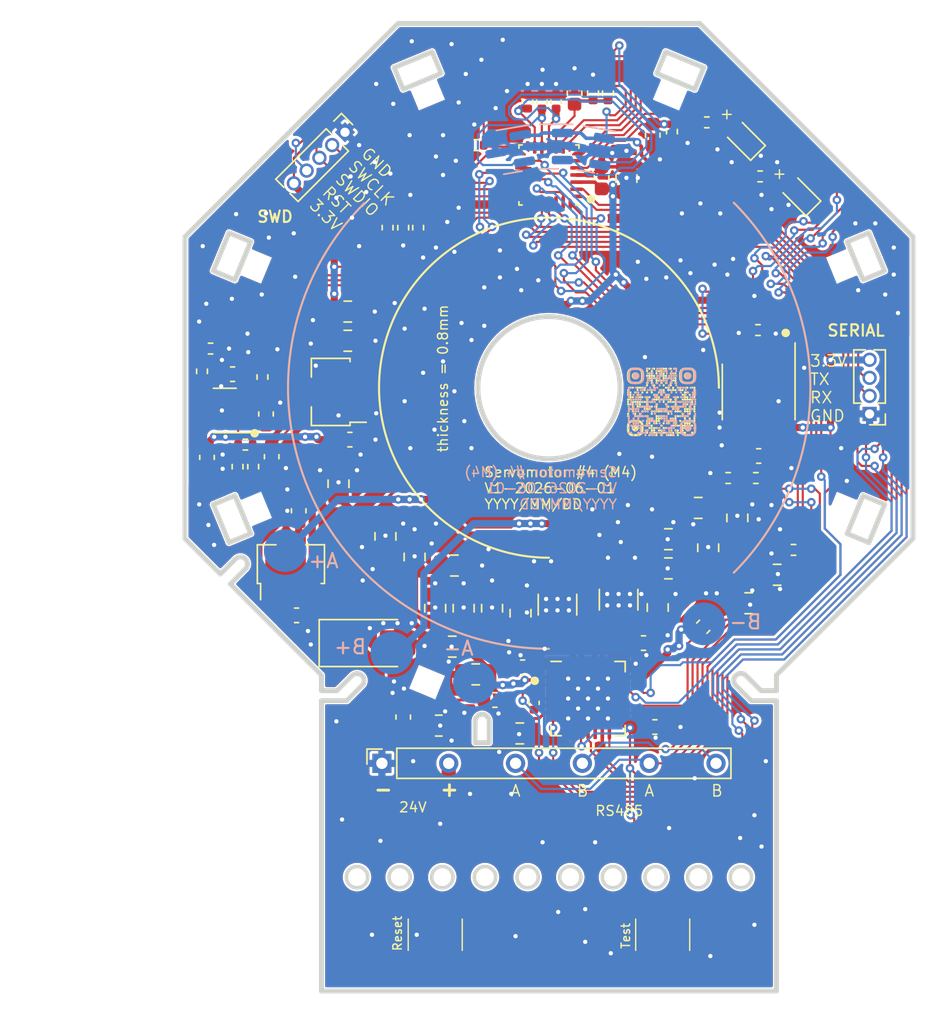
<source format=kicad_pcb>
(kicad_pcb (version 20221018) (generator pcbnew)
  (title_block (title "Servo motor stepper M4") (date "2024-03-07") (rev "V1"))
  (layers (0 "F.Cu" signal) (31 "B.Cu" signal) (34 "B.Paste" user) (35 "F.Paste" user) (36 "B.SilkS" user "B.Silkscreen") (37 "F.SilkS" user "F.Silkscreen") (38 "B.Mask" user) (39 "F.Mask" user) (44 "Edge.Cuts" user))
  (net 0 "")
  (net 1 "/index/schTop/VREF")
  (net 2 "GND")
  (net 3 "Net-(U5-5VOUT)")
  (net 4 "Net-(C10-Pad2)")
  (net 5 "+24V")
  (net 6 "Net-(U5-VCP)")
  (net 7 "Net-(U5-CPI)")
  (net 8 "+3.3V")
  (net 9 "/index/schTop/HALL1")
  (net 10 "/index/schTop/RESET")
  (net 11 "/index/schTop/HALL2")
  (net 12 "+10V")
  (net 13 "/index/schTop/HALL3")
  (net 14 "Net-(U9--)")
  (net 15 "Net-(U9-+)")
  (net 16 "/index/schTop/REF24")
  (net 17 "/index/schTop/TEMPERATURE")
  (net 18 "Net-(D3-A)")
  (net 19 "Net-(D4-A)")
  (net 20 "Net-(U5-CPO)")
  (net 21 "/index/schTop/UART2_RX")
  (net 22 "/index/schTop/SWCLK")
  (net 23 "/index/schTop/SWDIO")
  (net 24 "/index/schTop/RS485_A")
  (net 25 "/index/schTop/RS485_B")
  (net 26 "/index/schTop/UART2_TX")
  (net 27 "/index/schTop/OUTA1")
  (net 28 "/index/schTop/~{MENABLE}")
  (net 29 "/index/schTop/LED_GREEN")
  (net 30 "/index/schTop/LED_RED")
  (net 31 "/index/schTop/RS485_EN")
  (net 32 "Net-(R20-Pad1)")
  (net 33 "/index/schTop/OVER_VOLTAGE")
  (net 34 "/index/schTop/IMCONTROL")
  (net 35 "/index/schTop/PWMOV")
  (net 36 "/index/schTop/OUTA2")
  (net 37 "/index/schTop/OUTB1")
  (net 38 "/index/schTop/STEP")
  (net 39 "/index/schTop/DIR")
  (net 40 "/index/schTop/OUTB2")
  (net 41 "Net-(U5-BRA)")
  (net 42 "Net-(R7-Pad1)")
  (net 43 "Net-(U5-BRB)")
  (net 44 "/index/schTop/SPREAD")
  (net 45 "/index/schTop/RS485_D")
  (net 46 "/index/schTop/RS485_R")
  (net 47 "/index/schTop/MS1")
  (net 48 "/index/schTop/DIAG")
  (net 50 "/index/schTop/UARTDRV")
  (net 51 "/index/schTop/STDBY")
  (footprint "servo_motor:TS3735PA-250gf" (layer "F.Cu") (at 141.55 131.7 180)
    (fp_text reference "SW2" hide)
    (fp_text value "TS3735PA-250gf")
  )
  (footprint "Capacitor_SMD:C_0603_1608Metric" (layer "F.Cu") (at 139.3 116.4 -90)
    (fp_text reference "C10" hide)
    (fp_text value "1uF")
  )
  (footprint "Capacitor_SMD:C_0805_2012Metric" (layer "F.Cu") (at 145.55 108.75 90)
    (fp_text reference "C7" hide)
    (fp_text value "4.7uF")
  )
  (footprint "Capacitor_SMD:C_0805_2012Metric" (layer "F.Cu") (at 157.95 105.95 180)
    (fp_text reference "C21" hide)
    (fp_text value "4.7uF")
  )
  (footprint "Package_TO_SOT_SMD:SOT-89-3" (layer "F.Cu") (at 134.2 93.55 180)
    (fp_text reference "U11" hide)
    (fp_text value "HT7533-1")
  )
  (footprint "Capacitor_SMD:C_0805_2012Metric" (layer "F.Cu") (at 157.2 108.7 90)
    (fp_text reference "C14" hide)
    (fp_text value "4.7uF")
  )
  (footprint "LED_SMD:LED_0603_1608Metric" (layer "F.Cu") (at 163.2 75.7 135)
    (fp_text reference "D4" hide)
    (fp_text value "MHT192UGCT")
  )
  (footprint "Capacitor_SMD:C_0805_2012Metric" (layer "F.Cu") (at 160.75 104.5 90)
    (fp_text reference "C16" hide)
    (fp_text value "4.7uF")
  )
  (footprint "Resistor_SMD:R_0402_1005Metric" (layer "F.Cu") (at 153.7 72.55 90)
    (fp_text reference "R29" hide)
    (fp_text value "4.7k")
  )
  (footprint "Resistor_SMD:R_0402_1005Metric" (layer "F.Cu") (at 139.3 82 90)
    (fp_text reference "R4" hide)
    (fp_text value "10k")
  )
  (footprint "Resistor_SMD:R_1210_3225Metric" (layer "F.Cu") (at 150.15 108.5 -90)
    (fp_text reference "R8" hide)
    (fp_text value "100m")
  )
  (footprint "Resistor_SMD:R_0805_2012Metric" (layer "F.Cu") (at 141.8 117 180)
    (fp_text reference "R3" hide)
    (fp_text value "1R")
  )
  (footprint "Resistor_SMD:R_0402_1005Metric" (layer "F.Cu") (at 125.75 90.5 180)
    (fp_text reference "R23" hide)
    (fp_text value "5.6k")
  )
  (footprint "Capacitor_SMD:C_0603_1608Metric" (layer "F.Cu") (at 147.7 112.9)
    (fp_text reference "C6" hide)
    (fp_text value "100nF")
  )
  (footprint "Capacitor_SMD:C_0805_2012Metric" (layer "F.Cu") (at 135.4 89.95)
    (fp_text reference "C33" hide)
    (fp_text value "4.7uF")
  )
  (footprint "Package_TO_SOT_SMD:SOT-89-3" (layer "F.Cu") (at 131.4 105.65 90)
    (fp_text reference "U12" hide)
    (fp_text value "L78L10_SOT89")
  )
  (footprint "Capacitor_SMD:C_0603_1608Metric" (layer "F.Cu") (at 160.4 110.05 45)
    (fp_text reference "C1" hide)
    (fp_text value "100nF")
  )
  (footprint "servo_motor:QR_M4_V1-01-03-24_5mm" (layer "F.Cu") (at 157.45 94.25)
    (fp_text reference "G***" hide)
    (fp_text value "LOGO" hide)
  )
  (footprint "servo_motor:TS3735PA-250gf" (layer "F.Cu") (at 157.55 131.7)
    (fp_text reference "SW1" hide)
    (fp_text value "TS3735PA-250gf")
  )
  (footprint "Resistor_SMD:R_0402_1005Metric" (layer "F.Cu") (at 160.65 74.6)
    (fp_text reference "R11" hide)
    (fp_text value "470R")
  )
  (footprint "Resistor_SMD:R_1210_3225Metric" (layer "F.Cu") (at 154.45 108.15 -90)
    (fp_text reference "R1" hide)
    (fp_text value "100m")
  )
  (footprint "Connector_PinHeader_1.27mm:PinHeader_1x05_P1.27mm_Vertical" (layer "F.Cu") (at 135.203123 75.296878 -45)
    (fp_text reference "J2" hide)
    (fp_text value "01x05 male P=1.27mm")
  )
  (footprint "Capacitor_SMD:C_0603_1608Metric" (layer "F.Cu") (at 129.65 95.1 90)
    (fp_text reference "C30" hide)
    (fp_text value "100pF")
  )
  (footprint "Resistor_SMD:R_0402_1005Metric" (layer "F.Cu") (at 144.45 76.2 180)
    (fp_text reference "R6" hide)
    (fp_text value "5.6k")
  )
  (footprint "Resistor_SMD:R_0402_1005Metric" (layer "F.Cu") (at 138.2 82 -90)
    (fp_text reference "R5" hide)
    (fp_text value "10k")
  )
  (footprint "Capacitor_SMD:C_0603_1608Metric" (layer "F.Cu") (at 131.95 101.9 -90)
    (fp_text reference "C25" hide)
    (fp_text value "100nF")
  )
  (footprint "Capacitor_SMD:C_0603_1608Metric" (layer "F.Cu") (at 164.3 98.05)
    (fp_text reference "C35" hide)
    (fp_text value "100nF")
  )
  (footprint "Capacitor_SMD:C_0805_2012Metric" (layer "F.Cu") (at 135.4 87.9)
    (fp_text reference "C5" hide)
    (fp_text value "4.7uF")
  )
  (footprint "Capacitor_SMD:C_0603_1608Metric" (layer "F.Cu") (at 125.5 98.15 -90)
    (fp_text reference "C22" hide)
    (fp_text value "1uF")
  )
  (footprint "Package_TO_SOT_SMD:SOT-23-5" (layer "F.Cu") (at 126.75 94.85 180)
    (fp_text reference "U9" hide)
    (fp_text value "LM321")
  )
  (footprint "Capacitor_SMD:C_0402_1005Metric" (layer "F.Cu") (at 148.5 115.4 90)
    (fp_text reference "C11" hide)
    (fp_text value "22n")
  )
  (footprint "Capacitor_SMD:C_0805_2012Metric" (layer "F.Cu") (at 147.5 117.55 180)
    (fp_text reference "C2" hide)
    (fp_text value "4.7uF")
  )
  (footprint "Capacitor_SMD:C_0805_2012Metric" (layer "F.Cu") (at 165.6 106.4)
    (fp_text reference "C40" hide)
    (fp_text value "4.7uF")
  )
  (footprint "Connector_PinHeader_1.27mm:PinHeader_1x04_P1.27mm_Vertical" (layer "F.Cu") (at 172.1 95.096 180)
    (fp_text reference "J1" hide)
    (fp_text value "01x04 male P=1.27mm")
  )
  (footprint "Resistor_SMD:R_0402_1005Metric" (layer "F.Cu") (at 162.15 99.6)
    (fp_text reference "R2" hide)
    (fp_text value "10k")
  )
  (footprint "Resistor_SMD:R_0402_1005Metric" (layer "F.Cu") (at 158.2 75.25 -90)
    (fp_text reference "R15" hide)
    (fp_text value "10k")
  )
  (footprint "Capacitor_SMD:C_0603_1608Metric" (layer "F.Cu") (at 127.3 92.3 180)
    (fp_text reference "C28" hide)
    (fp_text value "100nF")
  )
  (footprint "Capacitor_SMD:C_0603_1608Metric" (layer "F.Cu") (at 151.35 72.55 90)
    (fp_text reference "C41" hide)
    (fp_text value "1uF")
  )
  (footprint "Package_SO:SOIC-8_3.9x4.9mm_P1.27mm" (layer "F.Cu") (at 164.3 93.55 -90)
    (fp_text reference "U10" hide)
    (fp_text value "SP3485EN")
  )
  (footprint "servo_motor:PinSocket_1x06_P4.70mm_Vertical" (layer "F.Cu") (at 149.55 119.65 90)
    (fp_text reference "J4" hide)
    (fp_text value "Conn_01x06_Socket")
  )
  (footprint "Capacitor_SMD:C_0603_1608Metric" (layer "F.Cu") (at 131.8 109.25)
    (fp_text reference "C32" hide)
    (fp_text value "1uF")
  )
  (footprint "Resistor_SMD:R_0402_1005Metric" (layer "F.Cu") (at 128.75 98.8 90)
    (fp_text reference "R27" hide)
    (fp_text value "10k")
  )
  (footprint "Capacitor_SMD:C_0805_2012Metric" (layer "F.Cu") (at 143.55 108.75 90)
    (fp_text reference "C12" hide)
    (fp_text value "4.7uF")
  )
  (footprint "Resistor_SMD:R_0402_1005Metric" (layer "F.Cu") (at 164.25 89.2 180)
    (fp_text reference "R13" hide)
    (fp_text value "10k")
  )
  (footprint "Capacitor_SMD:C_0805_2012Metric" (layer "F.Cu") (at 144.4 113.4 180)
    (fp_text reference "C27" hide)
    (fp_text value "4.7uF")
  )
  (footprint "Resistor_SMD:R_0402_1005Metric" (layer "F.Cu") (at 128.2 97.25 180)
    (fp_text reference "R24" hide)
    (fp_text value "10k")
  )
  (footprint "Capacitor_SMD:C_0402_1005Metric" (layer "F.Cu") (at 150.05 73.15 90)
    (fp_text reference "C17" hide)
    (fp_text value "1nF")
  )
  (footprint "Capacitor_SMD:C_0805_2012Metric" (layer "F.Cu") (at 155 78.55 90)
    (fp_text reference "C9" hide)
    (fp_text value "4.7uF")
  )
  (footprint "Resistor_SMD:R_0402_1005Metric" (layer "F.Cu") (at 164.4 78.4)
    (fp_text reference "R12" hide)
    (fp_text value "1.5k")
  )
  (footprint "Package_DFN_QFN:QFN-28_4x4mm_P0.5mm" (layer "F.Cu") (at 149.55 78.3 180)
    (fp_text reference "U8" hide)
    (fp_text value "STM32G031G8U6")
  )
  (footprint "Capacitor_SMD:C_0805_2012Metric" (layer "F.Cu") (at 163.6 108.4)
    (fp_text reference "C39" hide)
    (fp_text value "4.7uF")
  )
  (footprint "Capacitor_SMD:C_0805_2012Metric" (layer "F.Cu") (at 142.9 105.75)
    (fp_text reference "C34" hide)
    (fp_text value "4.7uF")
  )
  (footprint "Resistor_SMD:R_0402_1005Metric" (layer "F.Cu") (at 166.75 104.65)
    (fp_text reference "R22" hide)
    (fp_text value "10k")
  )
  (footprint "Resistor_SMD:R_0402_1005Metric" (layer "F.Cu") (at 127.65 98.8 -90)
    (fp_text reference "R26" hide)
    (fp_text value "1K")
  )
  (footprint "LED_SMD:LED_0603_1608Metric" (layer "F.Cu") (at 167.1 79.6 135)
    (fp_text reference "D3" hide)
    (fp_text value "KT-0603R")
  )
  (footprint "Capacitor_SMD:C_0603_1608Metric" (layer "F.Cu") (at 145.75 115.2 180)
    (fp_text reference "C13" hide)
    (fp_text value "100nF")
  )
  (footprint "Capacitor_SMD:C_0603_1608Metric" (layer "F.Cu") (at 130.05 98.1 -90)
    (fp_text reference "C36" hide)
    (fp_text value "100nF")
  )
  (footprint "Capacitor_SMD:C_0805_2012Metric" (layer "F.Cu") (at 160.05 101.7 180)
    (fp_text reference "C15" hide)
    (fp_text value "4.7uF")
  )
  (footprint "Resistor_SMD:R_0402_1005Metric" (layer "F.Cu") (at 152.65 72.55 90)
    (fp_text reference "TH1" hide)
    (fp_text value "100k 1% NTC")
  )
  (footprint "Capacitor_SMD:C_0805_2012Metric" (layer "F.Cu") (at 147.55 109.1 90)
    (fp_text reference "C8" hide)
    (fp_text value "4.7uF")
  )
  (footprint "Diode_SMD:D_SMA" (layer "F.Cu") (at 136.9 111.2)
    (fp_text reference "D1" hide)
    (fp_text value "SMAJ28A")
  )
  (footprint "Package_DFN_QFN:QFN-28-1EP_5x5mm_P0.5mm_EP3.75x3.75mm_ThermalVias" (layer "F.Cu") (at 152.3 115.1)
    (fp_text reference "U5" hide)
    (fp_text value "TMC2209-LA")
  )
  (footprint "Capacitor_SMD:C_0603_1608Metric" (layer "F.Cu") (at 157 117.1)
    (fp_text reference "C3" hide)
    (fp_text value "100nF")
  )
  (footprint "Capacitor_SMD:C_0402_1005Metric" (layer "F.Cu") (at 149.05 73.15 90)
    (fp_text reference "C20" hide)
    (fp_text value "1nF")
  )
  (footprint "Capacitor_SMD:C_0603_1608Metric" (layer "F.Cu") (at 153.25 78.5 90)
    (fp_text reference "C37" hide)
    (fp_text value "100nF")
  )
  (footprint "Capacitor_SMD:C_0805_2012Metric" (layer "F.Cu") (at 134.75 100 90)
    (fp_text reference "C38" hide)
    (fp_text value "4.7uF")
  )
  (footprint "Capacitor_SMD:C_0805_2012Metric" (layer "F.Cu") (at 141.55 108.75 90)
    (fp_text reference "C31" hide)
    (fp_text value "4.7uF")
  )
  (footprint "Resistor_SMD:R_0402_1005Metric" (layer "F.Cu") (at 125.15 92.1 90)
    (fp_text reference "R20" hide)
    (fp_text value "10k")
  )
  (footprint "Capacitor_SMD:C_0805_2012Metric" (layer "F.Cu") (at 157.95 103.9 180)
    (fp_text reference "C24" hide)
    (fp_text value "4.7uF")
  )
  (footprint "Capacitor_SMD:C_0805_2012Metric" (layer "F.Cu") (at 138.05 103.7 90)
    (fp_text reference "C42" hide)
    (fp_text value "4.7uF")
  )
  (footprint "Capacitor_SMD:C_0805_2012Metric" (layer "F.Cu") (at 142.75 111.45 180)
    (fp_text reference "C29" hide)
    (fp_text value "4.7uF")
  )
  (footprint "Capacitor_SMD:C_0402_1005Metric" (layer "F.Cu") (at 148.05 73.15 90)
    (fp_text reference "C23" hide)
    (fp_text value "1nF")
  )
  (footprint "Resistor_SMD:R_0402_1005Metric" (layer "F.Cu") (at 140.35 82 90)
    (fp_text reference "R7" hide)
    (fp_text value "1K")
  )
  (footprint "Capacitor_SMD:C_0603_1608Metric" (layer "F.Cu") (at 135.55 96.9)
    (fp_text reference "C26" hide)
    (fp_text value "1uF")
  )
  (footprint "Resistor_SMD:R_0402_1005Metric" (layer "F.Cu") (at 164.1 99.6)
    (fp_text reference "R17" hide)
    (fp_text value "10k")
  )
  (footprint "Capacitor_SMD:C_0805_2012Metric" (layer "F.Cu") (at 162.8 102.4 90)
    (fp_text reference "C19" hide)
    (fp_text value "4.7uF")
  )
  (footprint "Capacitor_SMD:C_0805_2012Metric" (layer "F.Cu") (at 140.1 105.15 90)
    (fp_text reference "C43" hide)
    (fp_text value "4.7uF")
  )
  (footprint "Resistor_SMD:R_0402_1005Metric" (layer "F.Cu") (at 129.4 92.5 -90)
    (fp_text reference "R25" hide)
    (fp_text value "10k")
  )
  (footprint "Capacitor_SMD:C_0603_1608Metric" (layer "F.Cu") (at 156.2 111.2 180)
    (fp_text reference "C4" hide)
    (fp_text value "100nF")
  )
  (footprint "Capacitor_SMD:C_0603_1608Metric" (layer "F.Cu") (at 156.85 75.5 -90)
    (fp_text reference "C18" hide)
    (fp_text value "100nF")
  )
  (footprint "servo_motor:Pad_3mm_TopOnly" (layer "B.Cu") (at 131 104.7 180)
    (fp_text reference "J8" hide)
    (fp_text value "Conn_01x01_Socket" hide)
  )
  (footprint "Package_TO_SOT_SMD:SOT-23" (layer "B.Cu") (at 149.55 76.3 180)
    (fp_text reference "U7" hide)
    (fp_text value "AH49HSC")
  )
  (footprint "Package_TO_SOT_SMD:SOT-23" (layer "B.Cu") (at 152.35 76.5 170.4)
    (fp_text reference "U4" hide)
    (fp_text value "AH49HSC")
  )
  (footprint "servo_motor:Pad_3mm_TopOnly" (layer "B.Cu") (at 144.3 113.95 180)
    (fp_text reference "J3" hide)
    (fp_text value "Conn_01x01_Socket" hide)
  )
  (footprint "servo_motor:QR_M4_V1-01-03-24_5mm" (layer "B.Cu") (at 157.5 94.25 180)
    (fp_text reference "G***" hide)
    (fp_text value "LOGO" hide)
  )
  (footprint "servo_motor:Pad_3mm_TopOnly" (layer "B.Cu") (at 160.45 109.85 180)
    (fp_text reference "J6" hide)
    (fp_text value "Conn_01x01_Socket" hide)
  )
  (footprint "Package_TO_SOT_SMD:SOT-23" (layer "B.Cu") (at 146.75 76.6 -170.4)
    (fp_text reference "U6" hide)
    (fp_text value "AH49HSC")
  )
  (footprint "servo_motor:Pad_3mm_TopOnly" (layer "B.Cu") (at 138.5 111.9 180)
    (fp_text reference "J7" hide)
    (fp_text value "Conn_01x01_Socket" hide)
  )
  (gr_arc (start 162.550802 80.249198) (mid 167.935914 93.250009) (end 162.550802 106.25082) (stroke (width 0.15)) (layer "B.SilkS"))
  (gr_arc (start 149.549991 111.599999) (mid 132.596811 100.272246) (end 136.574589 80.274607) (stroke (width 0.15)) (layer "B.SilkS"))
  (gr_circle (center 166.2 89.4) (end 166.05 89.4) (stroke (width 0.3)) (fill none) (layer "F.SilkS"))
  (gr_circle (center 148.55 113.85) (end 148.4 113.85) (stroke (width 0.3)) (fill none) (layer "F.SilkS"))
  (gr_arc (start 149.549991 105.200018) (mid 141.100059 84.800077) (end 161.5 93.250009) (stroke (width 0.15)) (layer "F.SilkS"))
  (gr_circle (center 152.5 80) (end 152.35 80) (stroke (width 0.3)) (fill none) (layer "F.SilkS"))
  (gr_circle (center 128.85 96.45) (end 128.7 96.45) (stroke (width 0.3)) (fill none) (layer "F.SilkS"))
  (gr_line locked (start 170.526745 82.991684) (end 171.636527 85.670935) (stroke (width 0.35)) (layer "Edge.Cuts"))
  (gr_line locked (start 164.46235 114.541517) (end 165.549991 114.541517) (stroke (width 0.35)) (layer "Edge.Cuts"))
  (gr_line locked (start 163.755244 115.248624) (end 162.694583 114.187964) (stroke (width 0.35)) (layer "Edge.Cuts"))
  (gr_circle (center 145.049991 127.65) (end 145.799991 127.65) (stroke (width 0.25)) (fill none) (layer "Edge.Cuts"))
  (gr_line locked (start 165.549991 113.453876) (end 165.549991 114.541517) (stroke (width 0.35)) (layer "Edge.Cuts"))
  (gr_line locked (start 135.344738 115.248624) (end 133.549991 115.248624) (stroke (width 0.35)) (layer "Edge.Cuts"))
  (gr_line locked (start 133.549991 114.541517) (end 133.549991 113.453876) (stroke (width 0.35)) (layer "Edge.Cuts"))
  (gr_line locked (start 141.339489 69.639071) (end 138.660238 70.748853) (stroke (width 0.35)) (layer "Edge.Cuts"))
  (gr_line locked (start 125.939053 85.039507) (end 127.463454 85.670935) (stroke (width 0.35)) (layer "Edge.Cuts"))
  (gr_line locked (start 126.43812 106.342006) (end 127.49878 105.281346) (stroke (width 0.35)) (layer "Edge.Cuts"))
  (gr_circle (center 136.049991 127.65) (end 136.799991 127.65) (stroke (width 0.25)) (fill none) (layer "Edge.Cuts"))
  (gr_line locked (start 127.463454 85.670935) (end 128.573236 82.991684) (stroke (width 0.35)) (layer "Edge.Cuts"))
  (gr_circle (center 148.049991 127.65) (end 148.799991 127.65) (stroke (width 0.25)) (fill none) (layer "Edge.Cuts"))
  (gr_line locked (start 128.573236 82.991684) (end 127.048835 82.360256) (stroke (width 0.35)) (layer "Edge.Cuts"))
  (gr_line locked (start 172.051147 104.139762) (end 173.160929 101.460511) (stroke (width 0.35)) (layer "Edge.Cuts"))
  (gr_line locked (start 126.43812 106.342006) (end 123.949991 103.853876) (stroke (width 0.35)) (layer "Edge.Cuts"))
  (gr_circle locked (center 149.549991 93.250009) (end 154.549991 93.250009) (stroke (width 0.35)) (fill none) (layer "Edge.Cuts"))
  (gr_line locked (start 139.291666 72.273254) (end 141.970916 71.163472) (stroke (width 0.35)) (layer "Edge.Cuts"))
  (gr_arc locked (start 162.694583 114.187964) (mid 162.694582 113.480856) (end 163.40169 113.480857) (stroke (width 0.35)) (layer "Edge.Cuts"))
  (gr_line locked (start 163.755244 115.248624) (end 165.549991 115.248624) (stroke (width 0.35)) (layer "Edge.Cuts"))
  (gr_line locked (start 171.636527 100.829084) (end 170.526745 103.508334) (stroke (width 0.35)) (layer "Edge.Cuts"))
  (gr_circle (center 142.049991 127.65) (end 142.799991 127.65) (stroke (width 0.25)) (fill none) (layer "Edge.Cuts"))
  (gr_circle (center 139.049991 127.65) (end 139.799991 127.65) (stroke (width 0.25)) (fill none) (layer "Edge.Cuts"))
  (gr_line locked (start 173.160929 85.039507) (end 172.051147 82.360256) (stroke (width 0.35)) (layer "Edge.Cuts"))
  (gr_line locked (start 164.46235 114.541517) (end 163.40169 113.480857) (stroke (width 0.35)) (layer "Edge.Cuts"))
  (gr_line locked (start 171.636527 85.670935) (end 173.160929 85.039507) (stroke (width 0.35)) (layer "Edge.Cuts"))
  (gr_line locked (start 145.349991 118.200009) (end 144.349991 118.200009) (stroke (width 0.35)) (layer "Edge.Cuts"))
  (gr_line locked (start 165.549991 135.650009) (end 133.549991 135.650009) (stroke (width 0.35)) (layer "Edge.Cuts"))
  (gr_line locked (start 127.048835 82.360256) (end 125.939053 85.039507) (stroke (width 0.35)) (layer "Edge.Cuts"))
  (gr_line locked (start 145.349991 118.200009) (end 145.349991 116.700009) (stroke (width 0.35)) (layer "Edge.Cuts"))
  (gr_line locked (start 170.526745 103.508334) (end 172.051147 104.139762) (stroke (width 0.35)) (layer "Edge.Cuts"))
  (gr_line locked (start 134.637631 114.541517) (end 133.549991 114.541517) (stroke (width 0.35)) (layer "Edge.Cuts"))
  (gr_arc locked (start 135.698291 113.480857) (mid 136.405399 113.480856) (end 136.405398 114.187964) (stroke (width 0.35)) (layer "Edge.Cuts"))
  (gr_line locked (start 128.573236 103.508334) (end 127.463454 100.829084) (stroke (width 0.35)) (layer "Edge.Cuts"))
  (gr_line locked (start 125.939053 101.460511) (end 127.048835 104.139762) (stroke (width 0.35)) (layer "Edge.Cuts"))
  (gr_arc locked (start 127.49878 105.281346) (mid 128.205888 105.281345) (end 128.205887 105.988453) (stroke (width 0.35)) (layer "Edge.Cuts"))
  (gr_line locked (start 175.149991 82.646142) (end 175.149991 103.853876) (stroke (width 0.35)) (layer "Edge.Cuts"))
  (gr_line locked (start 138.946124 67.650009) (end 160.153858 67.650009) (stroke (width 0.35)) (layer "Edge.Cuts"))
  (gr_line locked (start 133.549991 113.453876) (end 127.145227 107.049113) (stroke (width 0.35)) (layer "Edge.Cuts"))
  (gr_circle (center 160.049991 127.65) (end 160.799991 127.65) (stroke (width 0.25)) (fill none) (layer "Edge.Cuts"))
  (gr_line locked (start 159.808316 72.273254) (end 160.439743 70.748853) (stroke (width 0.35)) (layer "Edge.Cuts"))
  (gr_line locked (start 165.549991 115.248624) (end 165.549991 135.650009) (stroke (width 0.35)) (layer "Edge.Cuts"))
  (gr_line locked (start 160.439743 70.748853) (end 157.760493 69.639071) (stroke (width 0.35)) (layer "Edge.Cuts"))
  (gr_line locked (start 144.349991 118.200009) (end 144.349991 116.700009) (stroke (width 0.35)) (layer "Edge.Cuts"))
  (gr_line locked (start 172.051147 82.360256) (end 170.526745 82.991684) (stroke (width 0.35)) (layer "Edge.Cuts"))
  (gr_circle (center 163.049991 127.65) (end 163.799991 127.65) (stroke (width 0.25)) (fill none) (layer "Edge.Cuts"))
  (gr_line locked (start 157.760493 69.639071) (end 157.129065 71.163472) (stroke (width 0.35)) (layer "Edge.Cuts"))
  (gr_line locked (start 133.549991 135.650009) (end 133.549991 115.248624) (stroke (width 0.35)) (layer "Edge.Cuts"))
  (gr_line locked (start 123.949991 103.853876) (end 123.949991 82.646142) (stroke (width 0.35)) (layer "Edge.Cuts"))
  (gr_line locked (start 127.145227 107.049113) (end 128.205887 105.988452) (stroke (width 0.35)) (layer "Edge.Cuts"))
  (gr_line locked (start 135.344738 115.248624) (end 136.405398 114.187964) (stroke (width 0.35)) (layer "Edge.Cuts"))
  (gr_line locked (start 127.463454 100.829084) (end 125.939053 101.460511) (stroke (width 0.35)) (layer "Edge.Cuts"))
  (gr_line locked (start 141.970916 71.163472) (end 141.339489 69.639071) (stroke (width 0.35)) (layer "Edge.Cuts"))
  (gr_line locked (start 134.637631 114.541517) (end 135.698291 113.480857) (stroke (width 0.35)) (layer "Edge.Cuts"))
  (gr_arc locked (start 144.349991 116.700009) (mid 144.849991 116.200009) (end 145.349991 116.700009) (stroke (width 0.35)) (layer "Edge.Cuts"))
  (gr_line locked (start 175.149991 103.853876) (end 165.549991 113.453876) (stroke (width 0.35)) (layer "Edge.Cuts"))
  (gr_circle (center 157.049991 127.65) (end 157.799991 127.65) (stroke (width 0.25)) (fill none) (layer "Edge.Cuts"))
  (gr_line locked (start 157.129065 71.163472) (end 159.808316 72.273254) (stroke (width 0.35)) (layer "Edge.Cuts"))
  (gr_line locked (start 127.048835 104.139762) (end 128.573236 103.508334) (stroke (width 0.35)) (layer "Edge.Cuts"))
  (gr_line locked (start 173.160929 101.460511) (end 171.636527 100.829084) (stroke (width 0.35)) (layer "Edge.Cuts"))
  (gr_circle (center 154.049991 127.65) (end 154.799991 127.65) (stroke (width 0.25)) (fill none) (layer "Edge.Cuts"))
  (gr_line locked (start 123.949991 82.646142) (end 138.946124 67.650009) (stroke (width 0.35)) (layer "Edge.Cuts"))
  (gr_circle (center 151.049991 127.65) (end 151.799991 127.65) (stroke (width 0.25)) (fill none) (layer "Edge.Cuts"))
  (gr_line locked (start 138.660238 70.748853) (end 139.291666 72.273254) (stroke (width 0.35)) (layer "Edge.Cuts"))
  (gr_line locked (start 160.153858 67.650009) (end 175.149991 82.646142) (stroke (width 0.35)) (layer "Edge.Cuts"))
  (gr_text "Servomotor #4 (M4)\n${REVISION}-${CURRENT_DATE}\nYYYY/MM/DD" (at 154.4 101.85) (layer "B.SilkS") (effects (font (size 0.7 0.7) (thickness 0.1)) (justify left bottom mirror)))
  (gr_text "B+" (at 134.35 112.05) (layer "B.SilkS") (effects (font (size 1 1)) (justify right bottom mirror)))
  (gr_text "A+" (at 132.55 106) (layer "B.SilkS") (effects (font (size 1 1)) (justify right bottom mirror)))
  (gr_text "A-" (at 142.05 112.15) (layer "B.SilkS") (effects (font (size 1 1)) (justify right bottom mirror)))
  (gr_text "B-" (at 162.15 110.3) (layer "B.SilkS") (effects (font (size 1 1)) (justify right bottom mirror)))
  (gr_text "+" (at 141.8 122.05) (layer "F.SilkS") (effects (font (size 1 1) (thickness 0.2)) (justify left bottom)))
  (gr_text "Reset" (at 139.25 132.9 90) (layer "F.SilkS") (effects (font (size 0.6 0.6) (thickness 0.1) bold) (justify left bottom)))
  (gr_text "+" (at 165.2 78.65) (layer "F.SilkS") (effects (font (size 0.8 0.8) (thickness 0.1)) (justify left bottom)))
  (gr_text "3.3V\nTX\nRX\nGND" (at 167.85 95.7) (layer "F.SilkS") (effects (font (size 0.8 0.8) (thickness 0.1)) (justify left bottom)))
  (gr_text "B" (at 151.45 122.05) (layer "F.SilkS") (effects (font (size 0.8 0.8) (thickness 0.1)) (justify left bottom)))
  (gr_text "Servomotor #4 (M4)\n${REVISION}-${CURRENT_DATE}\nYYYY/MM/DD" (at 144.95 101.85) (layer "F.SilkS") (effects (font (size 0.7 0.7) (thickness 0.1)) (justify left bottom)))
  (gr_text "RS485" (at 152.75 123.4) (layer "F.SilkS") (effects (font (size 0.7 0.7) (thickness 0.1)) (justify left bottom)))
  (gr_text "SWD" (at 128.95 81.7) (layer "F.SilkS") (effects (font (size 0.8 0.8)) (justify left bottom)))
  (gr_text "-" (at 137.15 122.05) (layer "F.SilkS") (effects (font (size 1 1) (thickness 0.2)) (justify left bottom)))
  (gr_text "B" (at 160.9 122.05) (layer "F.SilkS") (effects (font (size 0.8 0.8) (thickness 0.1)) (justify left bottom)))
  (gr_text "thickness = 0.8mm" (at 142.5 97.85 90) (layer "F.SilkS") (effects (font (size 0.7 0.7) (thickness 0.1)) (justify left bottom)))
  (gr_text "Test" (at 155.3 132.75 90) (layer "F.SilkS") (effects (font (size 0.6 0.6) (thickness 0.1) bold) (justify left bottom)))
  (gr_text "+" (at 161.5 74.45) (layer "F.SilkS") (effects (font (size 0.8 0.8) (thickness 0.1)) (justify left bottom)))
  (gr_text "GND\nSWCLK\nSWDIO\nRST\n3.3V" (at 132.55 80.5 315) (layer "F.SilkS") (effects (font (size 0.8 0.8) (thickness 0.1)) (justify left bottom)))
  (gr_text "24V" (at 138.95 123.15) (layer "F.SilkS") (effects (font (size 0.7 0.7) (thickness 0.1)) (justify left bottom)))
  (gr_text "SERIAL" (at 169.05 89.7) (layer "F.SilkS") (effects (font (size 0.8 0.8)) (justify left bottom)))
  (gr_text "A" (at 146.8 122.05) (layer "F.SilkS") (effects (font (size 0.8 0.8) (thickness 0.1)) (justify left bottom)))
  (gr_text "A" (at 156.2 122.05) (layer "F.SilkS") (effects (font (size 0.8 0.8) (thickness 0.1)) (justify left bottom)))
  (segment (start 159.05 115.6) (end 159.3 115.35) (width 0.15) (layer "F.Cu") (net 1))
  (segment (start 168.6 105.85) (end 164.9 109.55) (width 0.15) (layer "F.Cu") (net 1))
  (segment (start 162 109.55) (end 160.901992 110.648008) (width 0.15) (layer "F.Cu") (net 1))
  (segment (start 154.7625 115.6) (end 159.05 115.6) (width 0.15) (layer "F.Cu") (net 1))
  (segment (start 164.9 109.55) (end 162 109.55) (width 0.15) (layer "F.Cu") (net 1))
  (segment (start 160.901992 110.648008) (end 159.901992 110.648008) (width 0.15) (layer "F.Cu") (net 1))
  (segment (start 168.4 104.65) (end 168.6 104.85) (width 0.15) (layer "F.Cu") (net 1))
  (segment (start 159.3 115.35) (end 159.3 111.25) (width 0.15) (layer "F.Cu") (net 1))
  (segment (start 168.6 104.85) (end 168.6 105.85) (width 0.15) (layer "F.Cu") (net 1))
  (segment (start 167.26 104.65) (end 168.4 104.65) (width 0.15) (layer "F.Cu") (net 1))
  (segment (start 159.3 111.25) (end 159.901992 110.648008) (width 0.15) (layer "F.Cu") (net 1))
  (segment (start 153.3 116.8) (end 153 116.5) (width 0.2) (layer "F.Cu") (net 2))
  (segment (start 163 98.05) (end 163.525 98.05) (width 0.5) (layer "F.Cu") (net 2))
  (segment (start 160.6 107.7) (end 161.35 107.7) (width 0.5) (layer "F.Cu") (net 2))
  (segment (start 162.395 96.025) (end 162.395 97.445) (width 0.5) (layer "F.Cu") (net 2))
  (segment (start 151.4875 78.3) (end 152.625 78.3) (width 0.25) (layer "F.Cu") (net 2))
  (segment (start 160.948008 109.501992) (end 160.948008 108.048008) (width 0.5) (layer "F.Cu") (net 2))
  (segment (start 160.948008 108.048008) (end 160.6 107.7) (width 0.5) (layer "F.Cu") (net 2))
  (segment (start 149.8375 114.6) (end 150.7 114.6) (width 0.2) (layer "F.Cu") (net 2))
  (segment (start 154.7625 115.1) (end 152.3 115.1) (width 0.2) (layer "F.Cu") (net 2))
  (segment (start 153.3 117.5625) (end 153.3 116.8) (width 0.2) (layer "F.Cu") (net 2))
  (segment (start 162.395 97.445) (end 163 98.05) (width 0.5) (layer "F.Cu") (net 2))
  (segment (start 153.2 77.725) (end 154.875 77.725) (width 0.25) (layer "F.Cu") (net 2))
  (segment (start 152.625 78.3) (end 153.2 77.725) (width 0.25) (layer "F.Cu") (net 2))
  (segment (start 136.325 96.9) (end 136.325 95.225) (width 0.5) (layer "F.Cu") (net 2))
  (segment (start 157.525 110.65) (end 156.975 111.2) (width 0.25) (layer "F.Cu") (net 2))
  (segment (start 150.7 114.6) (end 150.9 114.4) (width 0.2) (layer "F.Cu") (net 2))
  (segment (start 157.9 110.65) (end 157.525 110.65) (width 0.25) (layer "F.Cu") (net 2))
  (segment (start 136.325 95.225) (end 136.15 95.05) (width 0.5) (layer "F.Cu") (net 2))
  (segment (start 154.875 77.725) (end 155 77.6) (width 0.25) (layer "F.Cu") (net 2))
  (via (at 143.4 88.7) (size 0.6) (drill 0.3) (layers "F.Cu" "B.Cu") (net 2))
  (via (at 144.85 105.75) (size 0.6) (drill 0.3) (layers "F.Cu" "B.Cu") (net 2))
  (via (at 141.6 77) (size 0.6) (drill 0.3) (layers "F.Cu" "B.Cu") (net 2))
  (via (at 158.9 81) (size 0.6) (drill 0.3) (layers "F.Cu" "B.Cu") (net 2))
  (via (at 143.6 95.6) (size 0.6) (drill 0.3) (layers "F.Cu" "B.Cu") (net 2))
  (via (at 136.45 106.8) (size 0.6) (drill 0.3) (layers "F.Cu" "B.Cu") (net 2))
  (via (at 139.3 83.25) (size 0.6) (drill 0.3) (layers "F.Cu" "B.Cu") (net 2))
  (via (at 161.55 96.05) (size 0.6) (drill 0.3) (layers "F.Cu" "B.Cu") (net 2))
  (via (at 132.8 111.3) (size 0.6) (drill 0.3) (layers "F.Cu" "B.Cu") (net 2))
  (via (at 139.75 75.5) (size 0.6) (drill 0.3) (layers "F.Cu" "B.Cu") (net 2))
  (via (at 165.2 80.7) (size 0.6) (drill 0.3) (layers "F.Cu" "B.Cu") (net 2))
  (via (at 126.6 98.95) (size 0.6) (drill 0.3) (layers "F.Cu" "B.Cu") (net 2))
  (via (at 158.8 84.3) (size 0.6) (drill 0.3) (layers "F.Cu" "B.Cu") (net 2))
  (via (at 173.8 85.3) (size 0.6) (drill 0.3) (layers "F.Cu" "B.Cu") (net 2))
  (via (at 143.2 80.6) (size 0.6) (drill 0.3) (layers "F.Cu" "B.Cu") (net 2))
  (via (at 170.5 99.8) (size 0.6) (drill 0.3) (layers "F.Cu" "B.Cu") (net 2))
  (via (at 141.55 107) (size 0.6) (drill 0.3) (layers "F.Cu" "B.Cu") (net 2))
  (via (at 140 119.5) (size 0.6) (drill 0.3) (layers "F.Cu" "B.Cu") (net 2))
  (via (at 162.8 102.25) (size 0.6) (drill 0.3) (layers "F.Cu" "B.Cu") (net 2))
  (via (at 144.1 89.9) (size 0.6) (drill 0.3) (layers "F.Cu" "B.Cu") (net 2))
  (via (at 137.9 109.8) (size 0.6) (drill 0.3) (layers "F.Cu" "B.Cu") (net 2))
  (via (at 155.8 78.5) (size 0.6) (drill 0.3) (layers "F.Cu" "B.Cu") (net 2))
  (via (at 158 124.2) (size 0.6) (drill 0.3) (layers "F.Cu" "B.Cu") (net 2))
  (via (at 156.8 98.1) (size 0.6) (drill 0.3) (layers "F.Cu" "B.Cu") (net 2))
  (via (at 153.65 107.75) (size 0.6) (drill 0.3) (layers "F.Cu" "B.Cu") (net 2))
  (via (at 158.3 102.7) (size 0.6) (drill 0.3) (layers "F.Cu" "B.Cu") (net 2))
  (via (at 138.65 113.9) (size 0.6) (drill 0.3) (layers "F.Cu" "B.Cu") (net 2))
  (via (at 146.3 68.8) (size 0.6) (drill 0.3) (layers "F.Cu" "B.Cu") (net 2))
  (via (at 140.1 105.1) (size 0.6) (drill 0.3) (layers "F.Cu" "B.Cu") (net 2))
  (via (at 152.8 125.2) (size 0.6) (drill 0.3) (layers "F.Cu" "B.Cu") (net 2))
  (via (at 145.8 73.6) (size 0.6) (drill 0.3) (layers "F.Cu" "B.Cu") (net 2))
  (via (at 147.45 117.6) (size 0.6) (drill 0.3) (layers "F.Cu" "B.Cu") (net 2))
  (via (at 131.15 100.4) (size 0.6) (drill 0.3) (layers "F.Cu" "B.Cu") (net 2))
  (via (at 164 131) (size 0.6) (drill 0.3) (layers "F.Cu" "B.Cu") (net 2))
  (via (at 160.2 80.3) (size 0.6) (drill 0.3) (layers "F.Cu" "B.Cu") (net 2))
  (via (at 161.35 107.7) (size 0.6) (drill 0.3) (layers "F.Cu" "B.Cu") (net 2))
  (via (at 141.55 108.7) (size 0.6) (drill 0.3) (layers "F.Cu" "B.Cu") (net 2))
  (via (at 164.5 79.7) (size 0.6) (drill 0.3) (layers "F.Cu" "B.Cu") (net 2))
  (via (at 154.4 102.7) (size 0.6) (drill 0.3) (layers "F.Cu" "B.Cu") (net 2))
  (via (at 163.85 107.5) (size 0.6) (drill 0.3) (layers "F.Cu" "B.Cu") (net 2))
  (via (at 126 104.3) (size 0.6) (drill 0.3) (layers "F.Cu" "B.Cu") (net 2))
  (via (at 143.2 73.2) (size 0.6) (drill 0.3) (layers "F.Cu" "B.Cu") (net 2))
  (via (at 140.25 131.7) (size 0.6) (drill 0.3) (layers "F.Cu" "B.Cu") (net 2))
  (via (at 129.65 81) (size 0.6) (drill 0.3) (layers "F.Cu" "B.Cu") (net 2))
  (via (at 137.7 125.1) (size 0.6) (drill 0.3) (layers "F.Cu" "B.Cu") (net 2))
  (via (at 155.25 108.55) (size 0.6) (drill 0.3) (layers "F.Cu" "B.Cu") (net 2))
  (via (at 163 124.9) (size 0.6) (drill 0.3) (layers "F.Cu" "B.Cu") (net 2))
  (via (at 135.6 78.4) (size 0.6) (drill 0.3) (layers "F.Cu" "B.Cu") (net 2))
  (via (at 144.3 74.75) (size 0.6) (drill 0.3) (layers "F.Cu" "B.Cu") (net 2))
  (via (at 124.95 88.6) (size 0.6) (drill 0.3) (layers "F.Cu" "B.Cu") (net 2))
  (via (at 148.8 85.7) (size 0.6) (drill 0.3) (layers "F.Cu" "B.Cu") (net 2))
  (via (at 152.1 132.2) (size 0.6) (drill 0.3) (layers "F.Cu" "B.Cu") (net 2))
  (via (at 148 109.05) (size 0.6) (drill 0.3) (layers "F.Cu" "B.Cu") (net 2))
  (via (at 143 77.3) (size 0.6) (drill 0.3) (layers "F.Cu" "B.Cu") (net 2))
  (via (at 161.4 76.5) (size 0.6) (drill 0.3) (layers "F.Cu" "B.Cu") (net 2))
  (via (at 157.35 77.2) (size 0.6) (drill 0.3) (layers "F.Cu" "B.Cu") (net 2))
  (via (at 144.1 97.5) (size 0.6) (drill 0.3) (layers "F.Cu" "B.Cu") (net 2))
  (via (at 157.9 105.95) (size 0.6) (drill 0.3) (layers "F.Cu" "B.Cu") (net 2))
  (via (at 160.6 107.7) (size 0.6) (drill 0.3) (layers "F.Cu" "B.Cu") (net 2))
  (via (at 127.25 87) (size 0.6) (drill 0.3) (layers "F.Cu" "B.Cu") (net 2))
  (via (at 126.55 94.85) (size 0.6) (drill 0.3) (layers "F.Cu" "B.Cu") (net 2))
  (via (at 131.15 101.9) (size 0.6) (drill 0.3) (layers "F.Cu" "B.Cu") (net 2))
  (via (at 160.9 133.2) (size 0.6) (drill 0.3) (layers "F.Cu" "B.Cu") (net 2))
  (via (at 164 123.3) (size 0.6) (drill 0.3) (layers "F.Cu" "B.Cu") (net 2))
  (via (at 139.4 94.2) (size 0.6) (drill 0.3) (layers "F.Cu" "B.Cu") (net 2))
  (via (at 152.1 129.9) (size 0.6) (drill 0.3) (layers "F.Cu" "B.Cu") (net 2))
  (via (at 141.5 96.2) (size 0.6) (drill 0.3) (layers "F.Cu" "B.Cu") (net 2))
  (via (at 158.8 117.1) (size 0.6) (drill 0.3) (layers "F.Cu" "B.Cu") (net 2))
  (via (at 143.55 107) (size 0.6) (drill 0.3) (layers "F.Cu" "B.Cu") (net 2))
  (via (at 147.55 112.05) (size 0.6) (drill 0.3) (layers "F.Cu" "B.Cu") (net 2))
  (via (at 149.35 108.1) (size 0.6) (drill 0.3) (layers "F.Cu" "B.Cu") (net 2))
  (via (at 149.25 111.6) (size 0.6) (drill 0.3) (layers "F.Cu" "B.Cu") (net 2))
  (via (at 142.1 91.4) (size 0.6) (drill 0.3) (layers "F.Cu" "B.Cu") (net 2))
  (via (at 125.2 83.3) (size 0.6) (drill 0.3) (layers "F.Cu" "B.Cu") (net 2))
  (via (at 139.3 102.8) (size 0.6) (drill 0.3) (layers "F.Cu" "B.Cu") (net 2))
  (via (at 126.6 97.95) (size 0.6) (drill 0.3) (layers "F.Cu" "B.Cu") (net 2))
  (via (at 137.1 131.7) (size 0.6) (drill 0.3) (layers "F.Cu" "B.Cu") (net 2))
  (via (at 150.15 108.9) (size 0.6) (drill 0.3) (layers "F.Cu" "B.Cu") (net 2))
  (via (at 161.55 95) (size 0.6) (drill 0.3) (layers "F.Cu" "B.Cu") (net 2))
  (via (at 149.1 125.2) (size 0.6) (drill 0.3) (layers "F.Cu" "B.Cu") (net 2))
  (via (at 128.4 90.75) (size 0.6) (drill 0.3) (layers "F.Cu" "B.Cu") (net 2))
  (via (at 165.8 103.2) (size 0.6) (drill 0.3) (layers "F.Cu" "B.Cu") (net 2))
  (via (at 137.3 87.9) (size 0.6) (drill 0.3) (layers "F.Cu" "B.Cu") (net 2))
  (via (at 152.6 101.8) (size 0.6) (drill 0.3) (layers "F.Cu" "B.Cu") (net 2))
  (via (at 166.4 80.4) (size 0.6) (drill 0.3) (layers "F.Cu" "B.Cu") (net 2))
  (via (at 165.6 77.4) (size 0.6) (drill 0.3) (layers "F.Cu" "B.Cu") (net 2))
  (via (at 162.4 77.4) (size 0.6) (drill 0.3) (layers "F.Cu" "B.Cu") (net 2))
  (via (at 125.6 102.9) (size 0.6) (drill 0.3) (layers "F.Cu" "B.Cu") (net 2))
  (via (at 139.8 79.7) (size 0.6) (drill 0.3) (layers "F.Cu" "B.Cu") (net 2))
  (via (at 156.4 112.05) (size 0.6) (drill 0.3) (layers "F.Cu" "B.Cu") (net 2))
  (via (at 144.8 70.2) (size 0.6) (drill 0.3) (layers "F.Cu" "B.Cu") (net 2))
  (via (at 136.05 99.05) (size 0.6) (drill 0.3) (layers "F.Cu" "B.Cu") (net 2))
  (via (at 142.4 81.6) (size 0.6) (drill 0.3) (layers "F.Cu" "B.Cu") (net 2))
  (via (at 147.2 131.8) (size 0.6) (drill 0.3) (layers "F.Cu" "B.Cu") (net 2))
  (via (at 141.3 104.2) (size 0.6) (drill 0.3) (layers "F.Cu" "B.Cu") (net 2))
  (via (at 146.7 111.05) (size 0.6) (drill 0.3) (layers "F.Cu" "B.Cu") (net 2))
  (via (at 150.95 108.9) (size 0.6) (drill 0.3) (layers "F.Cu" "B.Cu") (net 2))
  (via (at 134.75 99.9) (size 0.6) (drill 0.3) (layers "F.Cu" "B.Cu") (net 2))
  (via (at 136.3 97.95) (size 0.6) (drill 0.3) (layers "F.Cu" "B.Cu") (net 2))
  (via (at 137.15 106) (size 0.6) (drill 0.3) (layers "F.Cu" "B.Cu") (net 2))
  (via (at 145.55 106.8) (size 0.6) (drill 0.3) (layers "F.Cu" "B.Cu") (net 2))
  (via (at 130.45 90.55) (size 0.6) (drill 0.3) (layers "F.Cu" "B.Cu") (net 2))
  (via (at 136.95 110.15) (size 0.6) (drill 0.3) (layers "F.Cu" "B.Cu") (net 2))
  (via (at 141.6 83.4) (size 0.6) (drill 0.3) (layers "F.Cu" "B.Cu") (net 2))
  (via (at 137.3 77.4) (size 0.6) (drill 0.3) (layers "F.Cu" "B.Cu") (net 2))
  (via (at 135.7 81.3) (size 0.6) (drill 0.3) (layers "F.Cu" "B.Cu") (net 2))
  (via (at 132.6 110.35) (size 0.6) (drill 0.3) (layers "F.Cu" "B.Cu") (net 2))
  (via (at 150.2 130.1) (size 0.6) (drill 0.3) (layers "F.Cu" "B.Cu") (net 2))
  (via (at 157.9 110.65) (size 0.6) (drill 0.3) (layers "F.Cu" "B.Cu") (net 2))
  (via (at 147.6 86.4) (size 0.6) (drill 0.3) (layers "F.Cu" "B.Cu") (net 2))
  (via (at 142.9 93.5) (size 0.6) (drill 0.3) (layers "F.Cu" "B.Cu") (net 2))
  (via (at 133.45 99.05) (size 0.6) (drill 0.3) (layers "F.Cu" "B.Cu") (net 2))
  (via (at 139.35 114.4) (size 0.6) (drill 0.3) (layers "F.Cu" "B.Cu") (net 2))
  (via (at 128.35 89.45) (size 0.6) (drill 0.3) (layers "F.Cu" "B.Cu") (net 2))
  (via (at 159.3 76.05) (size 0.6) (drill 0.3) (layers "F.Cu" "B.Cu") (net 2))
  (via (at 167.5 91.85) (size 0.6) (drill 0.3) (layers "F.Cu" "B.Cu") (net 2))
  (via (at 141.9 117) (size 0.6) (drill 0.3) (layers "F.Cu" "B.Cu") (net 2))
  (via (at 138.7 87.3) (size 0.6) (drill 0.3) (layers "F.Cu" "B.Cu") (net 2))
  (via (at 126.5 93.15) (size 0.6) (drill 0.3) (layers "F.Cu" "B.Cu") (net 2))
  (via (at 155.1 101.5) (size 0.6) (drill 0.3) (layers "F.Cu" "B.Cu") (net 2))
  (via (at 153.65 108.55) (size 0.6) (drill 0.3) (layers "F.Cu" "B.Cu") (net 2))
  (via (at 142.25 116) (size 0.6) (drill 0.3) (layers "F.Cu" "B.Cu") (net 2))
  (via (at 139.9 68.9) (size 0.6) (drill 0.3) (layers "F.Cu" "B.Cu") (net 2))
  (via (at 138.4 78.2) (size 0.6) (drill 0.3) (layers "F.Cu" "B.Cu") (net 2))
  (via (at 152.65 71.25) (size 0.6) (drill 0.3) (layers "F.Cu" "B.Cu") (net 2))
  (via (at 157.05 117.85) (size 0.6) (drill 0.3) (layers "F.Cu" "B.Cu") (net 2))
  (via (at 134.6 79.9) (size 0.6) (drill 0.3) (layers "F.Cu" "B.Cu") (net 2))
  (via (at 140.8 87.7) (size 0.6) (drill 0.3) (layers "F.Cu" "B.Cu") (net 2))
  (via (at 127.55 81.05) (size 0.6) (drill 0.3) (layers "F.Cu" "B.Cu") (net 2))
  (via (at 143.7 71.2) (size 0.6) (drill 0.3) (layers "F.Cu" "B.Cu") (net 2))
  (via (at 153.1 103.6) (size 0.6) (drill 0.3) (layers "F.Cu" "B.Cu") (net 2))
  (via (at 142.7 69.1) (size 0.6) (drill 0.3) (layers "F.Cu" "B.Cu") (net 2))
  (via (at 159.8 120.7) (size 0.6) (drill 0.3) (layers "F.Cu" "B.Cu") (net 2))
  (via (at 156.8 101.8) (size 0.6) (drill 0.3) (layers "F.Cu" "B.Cu") (net 2))
  (via (at 150.95 108.1) (size 0.6) (drill 0.3) (layers "F.Cu" "B.Cu") (net 2))
  (via (at 136.2 76.2) (size 0.6) (drill 0.3) (layers "F.Cu" "B.Cu") (net 2))
  (via (at 156.05 107.75) (size 0.6) (drill 0.3) (layers "F.Cu" "B.Cu") (net 2))
  (via (at 159.7 102.85) (size 0.6) (drill 0.3) (layers "F.Cu" "B.Cu") (net 2))
  (via (at 154.45 108.55) (size 0.6) (drill 0.3) (layers "F.Cu" "B.Cu") (net 2))
  (via (at 138.6 73.3) (size 0.6) (drill 0.3) (layers "F.Cu" "B.Cu") (net 2))
  (via (at 131.6 82.4) (size 0.6) (drill 0.3) (layers "F.Cu" "B.Cu") (net 2))
  (via (at 131.05 98.9) (size 0.6) (drill 0.3) (layers "F.Cu" "B.Cu") (net 2))
  (via (at 155.25 107.75) (size 0.6) (drill 0.3) (layers "F.Cu" "B.Cu") (net 2))
  (via (at 155.8 84.4) (size 0.6) (drill 0.3) (layers "F.Cu" "B.Cu") (net 2))
  (via (at 164 86.8) (size 0.6) (drill 0.3) (layers "F.Cu" "B.Cu") (net 2))
  (via (at 171.3 86.4) (size 0.6) (drill 0.3) (layers "F.Cu" "B.Cu") (net 2))
  (via (at 140.8 111.4) (size 0.6) (drill 0.3) (layers "F.Cu" "B.Cu") (net 2))
  (via (at 154.5 97.9) (size 0.6) (drill 0.3) (layers "F.Cu" "B.Cu") (net 2))
  (via (at 146 116.15) (size 0.6) (drill 0.3) (layers "F.Cu" "B.Cu") (net 2))
  (via (at 146.05 118.85) (size 0.6) (drill 0.3) (layers "F.Cu" "B.Cu") (net 2))
  (via (at 142.9 83.7) (size 0.6) (drill 0.3) (layers "F.Cu" "B.Cu") (net 2))
  (via (at 141.6 102.8) (size 0.6) (drill 0.3) (layers "F.Cu" "B.Cu") (net 2))
  (via (at 174.1 88) (size 0.6) (drill 0.3) (layers "F.Cu" "B.Cu") (net 2))
  (via (at 157.8 85.5) (size 0.6) (drill 0.3) (layers "F.Cu" "B.Cu") (net 2))
  (via (at 149.35 108.9) (size 0.6) (drill 0.3) (layers "F.Cu" "B.Cu") (net 2))
  (via (at 165.65 106.35) (size 0.6) (drill 0.3) (layers "F.Cu" "B.Cu") (net 2))
  (via (at 136.4 104.45) (size 0.6) (drill 0.3) (layers "F.Cu" "B.Cu") (net 2))
  (via (at 160.9 99.25) (size 0.6) (drill 0.3) (layers "F.Cu" "B.Cu") (net 2))
  (via (at 164.8 119.5) (size 0.6) (drill 0.3) (layers "F.Cu" "B.Cu") (net 2))
  (via (at 155.6 105.2) (size 0.6) (drill 0.3) (layers "F.Cu" "B.Cu") (net 2))
  (via (at 134.6 116.7) (size 0.6) (drill 0.3) (layers "F.Cu" "B.Cu") (net 2))
  (via (at 165.2 101.5) (size 0.6) (drill 0.3) (layers "F.Cu" "B.Cu") (net 2))
  (via (at 129.35 86.7) (size 0.6) (drill 0.3) (layers "F.Cu" "B.Cu") (net 2))
  (via (at 166.6 98.9) (size 0.6) (drill 0.3) (layers "F.Cu" "B.Cu") (net 2))
  (via (at 140.7 84.1) (size 0.6) (drill 0.3) (layers "F.Cu" "B.Cu") (net 2))
  (via (at 165.2 104.9) (size 0.6) (drill 0.3) (layers "F.Cu" "B.Cu") (net 2))
  (via (at 149.1 70.9) (size 0.6) (drill 0.3) (layers "F.Cu" "B.Cu") (net 2))
  (via (at 157.9 103.9) (size 0.6) (drill 0.3) (layers "F.Cu" "B.Cu") (net 2))
  (via (at 173.8 83.4) (size 0.6) (drill 0.3) (layers "F.Cu" "B.Cu") (net 2))
  (via (at 173.2 86.7) (size 0.6) (drill 0.3) (layers "F.Cu" "B.Cu") (net 2))
  (via (at 148.5 105.45) (size 0.6) (drill 0.3) (layers "F.Cu" "B.Cu") (net 2))
  (via (at 136.2 83.3) (size 0.6) (drill 0.3) (layers "F.Cu" "B.Cu") (net 2))
  (via (at 136.7 79.5) (size 0.6) (drill 0.3) (layers "F.Cu" "B.Cu") (net 2))
  (via (at 163.7 108.5) (size 0.6) (drill 0.3) (layers "F.Cu" "B.Cu") (net 2))
  (via (at 159.5 85.2) (size 0.6) (drill 0.3) (layers "F.Cu" "B.Cu") (net 2))
  (via (at 146.9 121.8) (size 0.6) (drill 0.3) (layers "F.Cu" "B.Cu") (net 2))
  (via (at 162.1 85.3) (size 0.6) (drill 0.3) (layers "F.Cu" "B.Cu") (net 2))
  (via (at 154.45 107.75) (size 0.6) (drill 0.3) (layers "F.Cu" "B.Cu") (net 2))
  (via (at 141.9 123.9) (size 0.6) (drill 0.3) (layers "F.Cu" "B.Cu") (net 2))
  (via (at 150.15 108.1) (size 0.6) (drill 0.3) (layers "F.Cu" "B.Cu") (net 2))
  (via (at 171.1 81.7) (size 0.6) (drill 0.3) (layers "F.Cu" "B.Cu") (net 2))
  (via (at 160.75 104.45) (size 0.6) (drill 0.3) (layers "F.Cu" "B.Cu") (net 2))
  (via (at 145.3 104.6) (size 0.6) (drill 0.3) (layers "F.Cu" "B.Cu") (net 2))
  (via (at 164.45 76.95) (size 0.6) (drill 0.3) (layers "F.Cu" "B.Cu") (net 2))
  (via (at 151.35 70.8) (size 0.6) (drill 0.3) (layers "F.Cu" "B.Cu") (net 2))
  (via (at 139.4 89.1) (size 0.6) (drill 0.3) (layers "F.Cu" "B.Cu") (net 2))
  (via (at 137.4 71.9) (size 0.6) (drill 0.3) (layers "F.Cu" "B.Cu") (net 2))
  (via (at 155.65 112.65) (size 0.6) (drill 0.3) (layers "F.Cu" "B.Cu") (net 2))
  (via (at 142.5 112.5) (size 0.6) (drill 0.3) (layers "F.Cu" "B.Cu") (net 2))
  (via (at 135 123.6) (size 0.6) (drill 0.3) (layers "F.Cu" "B.Cu") (net 2))
  (via (at 125.45 87.35) (size 0.6) (drill 0.3) (layers "F.Cu" "B.Cu") (net 2))
  (via (at 139.9 109.8) (size 0.6) (drill 0.3) (layers "F.Cu" "B.Cu") (net 2))
  (via (at 165.5 89.45) (size 0.6) (drill 0.3) (layers "F.Cu" "B.Cu") (net 2))
  (via (at 137.35 89.95) (size 0.6) (drill 0.3) (layers "F.Cu" "B.Cu") (net 2))
  (via (at 126.55 91.3) (size 0.6) (drill 0.3) (layers "F.Cu" "B.Cu") (net 2))
  (via (at 153.9 133) (size 0.6) (drill 0.3) (layers "F.Cu" "B.Cu") (net 2))
  (via (at 146.75 111.85) (size 0.6) (drill 0.3) (layers "F.Cu" "B.Cu") (net 2))
  (via (at 143.55 108.7) (size 0.6) (drill 0.3) (layers "F.Cu" "B.Cu") (net 2))
  (via (at 161.2 84.6) (size 0.6) (drill 0.3) (layers "F.Cu" "B.Cu") (net 2))
  (via (at 144 121.8) (size 0.6) (drill 0.3) (layers "F.Cu" "B.Cu") (net 2))
  (via (at 163.85 101.45) (size 0.6) (drill 0.3) (layers "F.Cu" "B.Cu") (net 2))
  (via (at 134.75 95.2) (size 0.6) (drill 0.3) (layers "F.Cu" "B.Cu") (net 2))
  (via (at 127.05 90.5) (size 0.6) (drill 0.3) (layers "F.Cu" "B.Cu") (net 2))
  (via (at 142.7 118.05) (size 0.6) (drill 0.3) (layers "F.Cu" "B.Cu") (net 2))
  (via (at 132.8 90.15) (size 0.6) (drill 0.3) (layers "F.Cu" "B.Cu") (net 2))
  (via (at 129.85 82.7) (size 0.6) (drill 0.3) (layers "F.Cu" "B.Cu") (net 2))
  (via (at 139.8 97.5) (size 0.6) (drill 0.3) (layers "F.Cu" "B.Cu") (net 2))
  (via (at 130.65 94.3) (size 0.6) (drill 0.3) (layers "F.Cu" "B.Cu") (net 2))
  (via (at 165.7 94.2) (size 0.6) (drill 0.3) (layers "F.Cu" "B.Cu") (net 2))
  (via (at 148.05 71.9) (size 0.6) (drill 0.3) (layers "F.Cu" "B.Cu") (net 2))
  (via (at 158.45 107.75) (size 0.6) (drill 0.3) (layers "F.Cu" "B.Cu") (net 2))
  (via (at 146.6 72.4) (size 0.6) (drill 0.3) (layers "F.Cu" "B.Cu") (net 2))
  (via (at 156.3 91.1) (size 0.6) (drill 0.3) (layers "F.Cu" "B.Cu") (net 2))
  (via (at 145 86.2) (size 0.6) (drill 0.3) (layers "F.Cu" "B.Cu") (net 2))
  (via (at 142.1 75.5) (size 0.6) (drill 0.3) (layers "F.Cu" "B.Cu") (net 2))
  (via (at 124.95 101.45) (size 0.6) (drill 0.3) (layers "F.Cu" "B.Cu") (net 2))
  (via (at 161.7 97.3) (size 0.6) (drill 0.3) (layers "F.Cu" "B.Cu") (net 2))
  (via (at 154 76.75) (size 0.6) (drill 0.3) (layers "F.Cu" "B.Cu") (net 2))
  (via (at 153.7 105.2) (size 0.6) (drill 0.3) (layers "F.Cu" "B.Cu") (net 2))
  (via (at 164.3 102.5) (size 0.6) (drill 0.3) (layers "F.Cu" "B.Cu") (net 2))
  (via (at 145.55 108.7) (size 0.6) (drill 0.3) (layers "F.Cu" "B.Cu") (net 2))
  (via (at 145 88.9) (size 0.6) (drill 0.3) (layers "F.Cu" "B.Cu") (net 2))
  (via (at 148 107.15) (size 0.6) (drill 0.3) (layers "F.Cu" "B.Cu") (net 2))
  (via (at 160.4 90.6) (size 0.6) (drill 0.3) (layers "F.Cu" "B.Cu") (net 2))
  (via (at 155 78.5) (size 0.6) (drill 0.3) (layers "F.Cu" "B.Cu") (net 2))
  (via (at 133.15 91.7) (size 0.6) (drill 0.3) (layers "F.Cu" "B.Cu") (net 2))
  (via (at 162.9 89.4) (size 0.6) (drill 0.3) (layers "F.Cu" "B.Cu") (net 2))
  (via (at 143.6 116.1) (size 0.6) (drill 0.3) (layers "F.Cu" "B.Cu") (net 2))
  (via (at 162.5 84.2) (size 0.6) (drill 0.3) (layers "F.Cu" "B.Cu") (net 2))
  (via (at 146.1 83.6) (size 0.6) (drill 0.3) (layers "F.Cu" "B.Cu") (net 2))
  (via (at 149.05 71.9) (size 0.6) (drill 0.3) (layers "F.Cu" "B.Cu") (net 2))
  (via (at 138.55 114.7) (size 0.6) (drill 0.3) (layers "F.Cu" "B.Cu") (net 2))
  (via (at 140.7 92.2) (size 0.6) (drill 0.3) (layers "F.Cu" "B.Cu") (net 2))
  (via (at 170.1 97.5) (size 0.6) (drill 0.3) (layers "F.Cu" "B.Cu") (net 2))
  (via (at 156.4 85.6) (size 0.6) (drill 0.3) (layers "F.Cu" "B.Cu") (net 2))
  (via (at 137.4 95.05) (size 0.6) (drill 0.3) (layers "F.Cu" "B.Cu") (net 2))
  (via (at 140.1 103.2) (size 0.6) (drill 0.3) (layers "F.Cu" "B.Cu") (net 2))
  (via (at 161.6 81) (size 0.6) (drill 0.3) (layers "F.Cu" "B.Cu") (net 2))
  (via (at 137.35 96.9) (size 0.6) (drill 0.3) (layers "F.Cu" "B.Cu") (net 2))
  (via (at 149.7 105.45) (size 0.6) (drill 0.3) (layers "F.Cu" "B.Cu") (net 2))
  (via (at 155 76.6) (size 0.6) (drill 0.3) (layers "F.Cu" "B.Cu") (net 2))
  (via (at 146.1 85.5) (size 0.6) (drill 0.3) (layers "F.Cu" "B.Cu") (net 2))
  (via (at 132.95 88.5) (size 0.6) (drill 0.3) (layers "F.Cu" "B.Cu") (net 2))
  (via (at 150.05 71.9) (size 0.6) (drill 0.3) (layers "F.Cu" "B.Cu") (net 2))
  (via (at 172.5 81.7) (size 0.6) (drill 0.3) (layers "F.Cu" "B.Cu") (net 2))
  (via (at 142.1 78.3) (size 0.6) (drill 0.3) (layers "F.Cu" "B.Cu") (net 2))
  (via (at 147.3 84.9) (size 0.6) (drill 0.3) (layers "F.Cu" "B.Cu") (net 2))
  (via (at 142.7 111.45) (size 0.6) (drill 0.3) (layers "F.Cu" "B.Cu") (net 2))
  (via (at 138.9 109.8) (size 0.6) (drill 0.3) (layers "F.Cu" "B.Cu") (net 2))
  (via (at 138.05 103.65) (size 0.6) (drill 0.3) (layers "F.Cu" "B.Cu") (net 2))
  (via (at 154.6 104.1) (size 0.6) (drill 0.3) (layers "F.Cu" "B.Cu") (net 2))
  (via (at 164.5 125.5) (size 0.6) (drill 0.3) (layers "F.Cu" "B.Cu") (net 2))
  (via (at 165.8 107.4) (size 0.6) (drill 0.3) (layers "F.Cu" "B.Cu") (net 2))
  (via (at 131.7 85.45) (size 0.6) (drill 0.3) (layers "F.Cu" "B.Cu") (net 2))
  (segment (start 139.3 117.175) (end 140.7125 117.175) (width 0.8) (layer "F.Cu") (net 4))
  (segment (start 140.7125 117.175) (end 140.8875 117) (width 0.8) (layer "F.Cu") (net 4))
  (segment (start 135.65 118.15) (end 135.65 121.1) (width 1) (layer "F.Cu") (net 5))
  (segment (start 143.7 111.5) (end 143.7 111.45) (width 0.5) (layer "F.Cu") (net 5))
  (segment (start 131.95 100.2) (end 131.4 99.65) (width 0.15) (layer "F.Cu") (net 5))
  (segment (start 155.425 111.2) (end 155.45 111.2) (width 0.5) (layer "F.Cu") (net 5))
  (segment (start 134.9 111.2) (end 135.65 111.2) (width 1) (layer "F.Cu") (net 5))
  (segment (start 131.4 99.65) (end 129.09 99.65) (width 0.15) (layer "F.Cu") (net 5))
  (segment (start 158.9 105.95) (end 158.9 103.9) (width 0.5) (layer "F.Cu") (net 5))
  (segment (start 135.65 121.1) (end 136.7 122.15) (width 1) (layer "F.Cu") (net 5))
  (segment (start 161 102.05) (end 162.3 103.35) (width 0.5) (layer "F.Cu") (net 5))
  (segment (start 161 101.7) (end 161 101.05) (width 1) (layer "F.Cu") (net 5))
  (segment (start 145.9 110.05) (end 145.55 109.7) (width 0.5) (layer "F.Cu") (net 5))
  (segment (start 134.9 110.45) (end 137.775 107.575) (width 1) (layer "F.Cu") (net 5))
  (segment (start 162.3 103.35) (end 162.8 103.35) (width 0.5) (layer "F.Cu") (net 5))
  (segment (start 141.55 109.7) (end 145.55 109.7) (width 0.5) (layer "F.Cu") (net 5))
  (segment (start 160.75 105.45) (end 160.75 105.95) (width 0.5) (layer "F.Cu") (net 5))
  (segment (start 141.425 115.625) (end 141.85 115.2) (width 0.2) (layer "F.Cu") (net 5))
  (segment (start 160.75 105.45) (end 161.6 105.45) (width 0.5) (layer "F.Cu") (net 5))
  (segment (start 145.35 113.4) (end 145.35 113.15) (width 0.5) (layer "F.Cu") (net 5))
  (segment (start 159.4 105.45) (end 158.9 105.95) (width 0.5) (layer "F.Cu") (net 5))
  (segment (start 141.2 122.15) (end 142.5 120.85) (width 1) (layer "F.Cu") (net 5))
  (segment (start 137.5 113.05) (end 137.5 115.6) (width 1) (layer "F.Cu") (net 5))
  (segment (start 134.9 111.2) (end 134.9 110.45) (width 1) (layer "F.Cu") (net 5))
  (segment (start 161 101.7) (end 161 102.05) (width 0.5) (layer "F.Cu") (net 5))
  (segment (start 141.6 106.1) (end 140.1 106.1) (width 0.5) (layer "F.Cu") (net 5))
  (segment (start 159.6 99.65) (end 138.4 99.65) (width 1) (layer "F.Cu") (net 5))
  (segment (start 139.25 106.1) (end 140.1 106.1) (width 1) (layer "F.Cu") (net 5))
  (segment (start 159.45 108.15) (end 159.45 106.5) (width 0.5) (layer "F.Cu") (net 5))
  (segment (start 143.7 111.45) (end 143.7 109.85) (width 0.5) (layer "F.Cu") (net 5))
  (segment (start 141.95 105.75) (end 141.6 106.1) (width 0.5) (layer "F.Cu") (net 5))
  (segment (start 136.7 122.15) (end 141.2 122.15) (width 1) (layer "F.Cu") (net 5))
  (segment (start 134.75 100.95) (end 135.925 102.125) (width 0.5) (layer "F.Cu") (net 5))
  (segment (start 145.35 113.15) (end 143.7 111.5) (width 0.5) (layer "F.Cu") (net 5))
  (segment (start 137.5 115.6) (end 137.5 116.3) (width 1) (layer "F.Cu") (net 5))
  (segment (start 142.5 120.85) (end 142.5 119.65) (width 1) (layer "F.Cu") (net 5))
  (segment (start 139.5 106.1) (end 140.1 106.1) (width 0.5) (layer "F.Cu") (net 5))
  (segment (start 137.525 115.625) (end 137.5 115.6) (width 1) (layer "F.Cu") (net 5))
  (segment (start 147.55 110.95) (end 147.55 110.05) (width 0.5) (layer "F.Cu") (net 5))
  (segment (start 133.5 108.2) (end 133.5 109.8) (width 0.5) (layer "F.Cu") (net 5))
  (segment (start 132.475 101.125) (end 132.9 101.55) (width 0.5) (layer "F.Cu") (net 5))
  (segment (start 160.75 105.95) (end 162.65 107.85) (width 0.5) (layer "F.Cu") (net 5))
  (segment (start 132.9 101.55) (end 132.9 107.6) (width 0.5) (layer "F.Cu") (net 5))
  (segment (start 139.3 115.625) (end 137.525 115.625) (width 0.8) (layer "F.Cu") (net 5))
  (segment (start 132.9 107.6) (end 133.5 108.2) (width 0.5) (layer "F.Cu") (net 5))
  (segment (start 138.05 104.65) (end 139.5 106.1) (width 0.5) (layer "F.Cu") (net 5))
  (segment (start 139.3 115.625) (end 141.425 115.625) (width 0.2) (layer "F.Cu") (net 5))
  (segment (start 162.8 104.25) (end 162.8 103.35) (width 0.5) (layer "F.Cu") (net 5))
  (segment (start 140.9 109.7) (end 140.1 108.9) (width 0.5) (layer "F.Cu") (net 5))
  (segment (start 159.45 106.5) (end 158.9 105.95) (width 0.5) (layer "F.Cu") (net 5))
  (segment (start 131.95 101.125) (end 131.95 100.2) (width 0.15) (layer "F.Cu") (net 5))
  (segment (start 162.65 107.85) (end 162.65 108.4) (width 0.5) (layer "F.Cu") (net 5))
  (segment (start 157.95 109.65) (end 159.45 108.15) (width 0.5) (layer "F.Cu") (net 5))
  (segment (start 148.475 112.9) (end 148.475 111.875) (width 0.5) (layer "F.Cu") (net 5))
  (segment (start 161.6 105.45) (end 162.8 104.25) (width 0.5) (layer "F.Cu") (net 5))
  (segment (start 157 109.65) (end 157.2 109.65) (width 0.5) (layer "F.Cu") (net 5))
  (segment (start 140.1 108.9) (end 140.1 106.1) (width 0.5) (layer "F.Cu") (net 5))
  (segment (start 161 101.05) (end 159.6 99.65) (width 1) (layer "F.Cu") (net 5))
  (segment (start 135.925 102.125) (end 134.9 103.15) (width 1) (layer "F.Cu") (net 5))
  (segment (start 162.65 108.4) (end 162.65 107.6) (width 0.5) (layer "F.Cu") (net 5))
  (segment (start 155.45 111.2) (end 157 109.65) (width 0.5) (layer "F.Cu") (net 5))
  (segment (start 129.09 99.65) (end 128.75 99.31) (width 0.15) (layer "F.Cu") (net 5))
  (segment (start 138.4 99.65) (end 135.925 102.125) (width 1) (layer "F.Cu") (net 5))
  (segment (start 133.5 109.8) (end 134.9 111.2) (width 0.5) (layer "F.Cu") (net 5))
  (segment (start 137.775 107.575) (end 139.25 106.1) (width 1) (layer "F.Cu") (net 5))
  (segment (start 141.85 115.2) (end 144.975 115.2) (width 0.2) (layer "F.Cu") (net 5))
  (segment (start 131.95 101.125) (end 132.475 101.125) (width 0.5) (layer "F.Cu") (net 5))
  (segment (start 163.85 106.4) (end 164.65 106.4) (width 0.5) (layer "F.Cu") (net 5))
  (segment (start 137.5 116.3) (end 135.65 118.15) (width 1) (layer "F.Cu") (net 5))
  (segment (start 160.75 105.45) (end 159.4 105.45) (width 0.5) (layer "F.Cu") (net 5))
  (segment (start 135.65 111.2) (end 137.5 113.05) (width 1) (layer "F.Cu") (net 5))
  (segment (start 162.65 107.6) (end 163.85 106.4) (width 0.5) (layer "F.Cu") (net 5))
  (segment (start 141.55 109.7) (end 140.9 109.7) (width 0.5) (layer "F.Cu") (net 5))
  (segment (start 143.7 109.85) (end 143.55 109.7) (width 0.5) (layer "F.Cu") (net 5))
  (segment (start 157.2 109.65) (end 157.95 109.65) (width 0.5) (layer "F.Cu") (net 5))
  (segment (start 148.475 111.875) (end 147.55 110.95) (width 0.5) (layer "F.Cu") (net 5))
  (segment (start 134.9 103.15) (end 134.9 111.2) (width 1) (layer "F.Cu") (net 5))
  (segment (start 147.55 110.05) (end 145.9 110.05) (width 0.5) (layer "F.Cu") (net 5))
  (segment (start 148.85 116.5) (end 147.825 116.5) (width 0.2) (layer "F.Cu") (net 6))
  (segment (start 149.25 116.1) (end 148.85 116.5) (width 0.2) (layer "F.Cu") (net 6))
  (segment (start 149.8375 116.1) (end 149.25 116.1) (width 0.2) (layer "F.Cu") (net 6))
  (segment (start 147.825 116.5) (end 146.525 115.2) (width 0.2) (layer "F.Cu") (net 6))
  (segment (start 149.8375 115.6) (end 149.15 115.6) (width 0.2) (layer "F.Cu") (net 7))
  (segment (start 149.15 115.6) (end 148.9 115.85) (width 0.2) (layer "F.Cu") (net 7))
  (segment (start 148.9 115.85) (end 148.53 115.85) (width 0.2) (layer "F.Cu") (net 7))
  (segment (start 148.53 115.85) (end 148.5 115.88) (width 0.2) (layer "F.Cu") (net 7))
  (segment (start 134.45 83.95) (end 134.45 84.75) (width 0.5) (layer "F.Cu") (net 8))
  (segment (start 169.35 91.3) (end 169.35 91.05) (width 0.5) (layer "F.Cu") (net 8))
  (segment (start 151.4875 78.8) (end 152.775 78.8) (width 0.25) (layer "F.Cu") (net 8))
  (segment (start 155.55 128.8) (end 156.2 129.45) (width 0.15) (layer "F.Cu") (net 8))
  (segment (start 170.05 104.25) (end 170.05 106.4) (width 0.15) (layer "F.Cu") (net 8))
  (segment (start 164.61 99.6) (end 164.8 99.41) (width 0.15) (layer "F.Cu") (net 8))
  (segment (start 157.3 120.6) (end 155.85 120.6) (width 0.15) (layer "F.Cu") (net 8))
  (segment (start 162.6 110.95) (end 160.7 112.85) (width 0.15) (layer "F.Cu") (net 8))
  (segment (start 156.05 76.9) (end 156.05 76.3) (width 0.25) (layer "F.Cu") (net 8))
  (segment (start 154.64 72.04) (end 153.7 72.04) (width 0.15) (layer "F.Cu") (net 8))
  (segment (start 134.45 86.65) (end 134.45 87.9) (width 0.5) (layer "F.Cu") (net 8))
  (segment (start 158.2 78.2) (end 158.2 75.76) (width 0.15) (layer "F.Cu") (net 8))
  (segment (start 166.205 97.695) (end 166.205 96.025) (width 0.5) (layer "F.Cu") (net 8))
  (segment (start 151.8 117.5625) (end 151.8 118.4) (width 0.15) (layer "F.Cu") (net 8))
  (segment (start 155 79.5) (end 155.4 79.9) (width 0.15) (layer "F.Cu") (net 8))
  (segment (start 131.611021 78.88898) (end 131.611021 79.011021) (width 0.5) (layer "F.Cu") (net 8))
  (segment (start 154.95 72.35) (end 154.64 72.04) (width 0.15) (layer "F.Cu") (net 8))
  (segment (start 134.4 81.8) (end 134.4 83.9) (width 0.5) (layer "F.Cu") (net 8))
  (segment (start 134.45 91.15) (end 134.45 89.95) (width 0.5) (layer "F.Cu") (net 8))
  (segment (start 164.8 99.41) (end 164.8 98.325) (width 0.15) (layer "F.Cu") (net 8))
  (segment (start 136.15 92.05) (end 135.35 92.05) (width 0.5) (layer "F.Cu") (net 8))
  (segment (start 165.5 110.95) (end 162.6 110.95) (width 0.15) (layer "F.Cu") (net 8))
  (segment (start 150.85 87.4) (end 151.1 87.15) (width 0.5) (layer "F.Cu") (net 8))
  (segment (start 143.15 87.4) (end 150.85 87.4) (width 0.5) (layer "F.Cu") (net 8))
  (segment (start 153.25 79.275) (end 154.775 79.275) (width 0.5) (layer "F.Cu") (net 8))
  (segment (start 155.55 123.55) (end 155.55 128.8) (width 0.15) (layer "F.Cu") (net 8))
  (segment (start 169.35 96.05) (end 169.35 91.3) (width 0.5) (layer "F.Cu") (net 8))
  (segment (start 152.775 78.8) (end 153.25 79.275) (width 0.25) (layer "F.Cu") (net 8))
  (segment (start 155.4 79.9) (end 156.5 79.9) (width 0.15) (layer "F.Cu") (net 8))
  (segment (start 136.4 73.75) (end 138.85 76.2) (width 0.15) (layer "F.Cu") (net 8))
  (segment (start 155 79.5) (end 156.05 79.5) (width 0.25) (layer "F.Cu") (net 8))
  (segment (start 131.611021 79.011021) (end 134.4 81.8) (width 0.5) (layer "F.Cu") (net 8))
  (segment (start 155.85 120.6) (end 155.25 120) (width 0.15) (layer "F.Cu") (net 8))
  (segment (start 156.05 76.3) (end 155.75 76) (width 0.25) (layer "F.Cu") (net 8))
  (segment (start 156.2 133.225) (end 156.2 130.175) (width 0.15) (layer "F.Cu") (net 8))
  (segment (start 131.611021 78.88898) (end 131.611021 77.088979) (width 0.15) (layer "F.Cu") (net 8))
  (segment (start 153.6 73.85) (end 153.85 74.1) (width 0.15) (layer "F.Cu") (net 8))
  (segment (start 169.35 100.25) (end 168.95 100.65) (width 0.15) (layer "F.Cu") (net 8))
  (segment (start 134.4 83.9) (end 134.45 83.95) (width 0.5) (layer "F.Cu") (net 8))
  (segment (start 154.05 79) (end 154.05 79.8) (width 0.5) (layer "F.Cu") (net 8))
  (segment (start 167.4 96.05) (end 166.23 96.05) (width 0.5) (layer "F.Cu") (net 8))
  (segment (start 165.85 98.05) (end 166.205 97.695) (width 0.5) (layer "F.Cu") (net 8))
  (segment (start 168.95 100.65) (end 168.95 103.15) (width 0.15) (layer "F.Cu") (net 8))
  (segment (start 151.8 118.4) (end 151.85 118.45) (width 0.15) (layer "F.Cu") (net 8))
  (segment (start 154.85 85.9) (end 154.25 85.3) (width 0.5) (layer "F.Cu") (net 8))
  (segment (start 156.6 78.95) (end 156.6 77.45) (width 0.25) (layer "F.Cu") (net 8))
  (segment (start 154.775 79.275) (end 155 79.5) (width 0.25) (layer "F.Cu") (net 8))
  (segment (start 151.9 87.15) (end 151.1 87.15) (width 0.5) (layer "F.Cu") (net 8))
  (segment (start 169.35 91.05) (end 166 87.7) (width 0.5) (layer "F.Cu") (net 8))
  (segment (start 136.15 92.05) (end 138.5 92.05) (width 0.5) (layer "F.Cu") (net 8))
  (segment (start 134.45 87.9) (end 134.45 89.95) (width 0.5) (layer "F.Cu") (net 8))
  (segment (start 155.3 123.3) (end 155.55 123.55) (width 0.15) (layer "F.Cu") (net 8))
  (segment (start 137.4 84.75) (end 138.2 83.95) (width 0.15) (layer "F.Cu") (net 8))
  (segment (start 138.2 83.95) (end 138.2 82.51) (width 0.15) (layer "F.Cu") (net 8))
  (segment (start 156.6 77.45) (end 156.05 76.9) (width 0.25) (layer "F.Cu") (net 8))
  (segment (start 160.7 112.85) (end 160.7 117.2) (width 0.15) (layer "F.Cu") (net 8))
  (segment (start 138.5 92.05) (end 143.15 87.4) (width 0.5) (layer "F.Cu") (net 8))
  (segment (start 170.05 106.4) (end 165.5 110.95) (width 0.15) (layer "F.Cu") (net 8))
  (segment (start 156.05 87.1) (end 154.8 85.85) (width 0.5) (layer "F.Cu") (net 8))
  (segment (start 155.25 117.15) (end 155.25 119.4) (width 0.15) (layer "F.Cu") (net 8))
  (segment (start 156.5 79.9) (end 158.2 78.2) (width 0.15) (layer "F.Cu") (net 8))
  (segment (start 154.95 73.35) (end 154.95 72.35) (width 0.15) (layer "F.Cu") (net 8))
  (segment (start 156.05 79.5) (end 156.6 78.95) (width 0.25) (layer "F.Cu") (net 8))
  (segment (start 166.23 96.05) (end 166.205 96.025) (width 0.15) (layer "F.Cu") (net 8))
  (segment (start 138.85 76.2) (end 143.94 76.2) (width 0.15) (layer "F.Cu") (net 8))
  (segment (start 153.85 74.1) (end 154.2 74.1) (width 0.15) (layer "F.Cu") (net 8))
  (segment (start 168.95 103.15) (end 170.05 104.25) (width 0.15) (layer "F.Cu") (net 8))
  (segment (start 165.075 98.05) (end 165.85 98.05) (width 0.5) (layer "F.Cu") (net 8))
  (segment (start 155.25 119.4) (end 155.25 120) (width 0.15) (layer "F.Cu") (net 8))
  (segment (start 154.2 74.1) (end 154.95 73.35) (width 0.15) (layer "F.Cu") (net 8))
  (segment (start 131.611021 77.088979) (end 134.95 73.75) (width 0.15) (layer "F.Cu") (net 8))
  (segment (start 156.2 129.45) (end 156.2 130.175) (width 0.15) (layer "F.Cu") (net 8))
  (segment (start 166 87.7) (end 162.15 87.7) (width 0.5) (layer "F.Cu") (net 8))
  (segment (start 161.55 87.1) (end 156.05 87.1) (width 0.5) (layer "F.Cu") (net 8))
  (segment (start 160.7 117.2) (end 157.3 120.6) (width 0.15) (layer "F.Cu") (net 8))
  (segment (start 134.95 73.75) (end 136.4 73.75) (width 0.15) (layer "F.Cu") (net 8))
  (segment (start 164.8 98.325) (end 165.075 98.05) (width 0.15) (layer "F.Cu") (net 8))
  (segment (start 169.35 96.05) (end 169.35 100.25) (width 0.15) (layer "F.Cu") (net 8))
  (segment (start 162.15 87.7) (end 161.55 87.1) (width 0.5) (layer "F.Cu") (net 8))
  (segment (start 135.35 92.05) (end 134.45 91.15) (width 0.5) (layer "F.Cu") (net 8))
  (segment (start 134.45 84.75) (end 137.4 84.75) (width 0.15) (layer "F.Cu") (net 8))
  (via (at 155.25 120) (size 0.6) (drill 0.3) (layers "F.Cu" "B.Cu") (net 8))
  (via (at 154.8 85.85) (size 0.6) (drill 0.3) (layers "F.Cu" "B.Cu") (net 8))
  (via (at 134.45 84.75) (size 0.6) (drill 0.3) (layers "F.Cu" "B.Cu") (net 8))
  (via (at 169.35 91.3) (size 0.6) (drill 0.3) (layers "F.Cu" "B.Cu") (net 8))
  (via (at 155.25 117.15) (size 0.6) (drill 0.3) (layers "F.Cu" "B.Cu") (net 8))
  (via (at 167.4 96.05) (size 0.6) (drill 0.3) (layers "F.Cu" "B.Cu") (net 8))
  (via (at 154.25 85.3) (size 0.6) (drill 0.3) (layers "F.Cu" "B.Cu") (net 8))
  (via (at 154.05 79) (size 0.6) (drill 0.3) (layers "F.Cu" "B.Cu") (net 8))
  (via (at 134.45 86.65) (size 0.6) (drill 0.3) (layers "F.Cu" "B.Cu") (net 8))
  (via (at 151.1 87.15) (size 0.6) (drill 0.3) (layers "F.Cu" "B.Cu") (net 8))
  (via (at 155.75 76) (size 0.6) (drill 0.3) (layers "F.Cu" "B.Cu") (net 8))
  (via (at 151.9 87.15) (size 0.6) (drill 0.3) (layers "F.Cu" "B.Cu") (net 8))
  (via (at 169.35 96.05) (size 0.6) (drill 0.3) (layers "F.Cu" "B.Cu") (net 8))
  (via (at 154.05 79.8) (size 0.6) (drill 0.3) (layers "F.Cu" "B.Cu") (net 8))
  (via (at 151.85 118.45) (size 0.6) (drill 0.3) (layers "F.Cu" "B.Cu") (net 8))
  (via (at 153.6 73.85) (size 0.6) (drill 0.3) (layers "F.Cu" "B.Cu") (net 8))
  (via (at 155.3 123.3) (size 0.6) (drill 0.3) (layers "F.Cu" "B.Cu") (net 8))
  (segment (start 153.513153 75.8) (end 153.432802 75.719649) (width 0.25) (layer "B.Cu") (net 8))
  (segment (start 148.893042 75.506958) (end 147.515941 75.506958) (width 0.25) (layer "B.Cu") (net 8))
  (segment (start 155.25 120) (end 155.25 123.25) (width 0.15) (layer "B.Cu") (net 8))
  (segment (start 153 117.55) (end 154.85 117.55) (width 0.15) (layer "B.Cu") (net 8))
  (segment (start 152.35 87.15) (end 151.9 87.15) (width 0.5) (layer "B.Cu") (net 8))
  (segment (start 152.75 117.55) (end 153 117.55) (width 0.15) (layer "B.Cu") (net 8))
  (segment (start 155.75 76) (end 155.55 75.8) (width 0.25) (layer "B.Cu") (net 8))
  (segment (start 152.4 87.15) (end 152.35 87.15) (width 0.5) (layer "B.Cu") (net 8))
  (segment (start 167.4 96.05) (end 169.35 96.05) (width 0.5) (layer "B.Cu") (net 8))
  (segment (start 154.05 85.1) (end 154.25 85.3) (width 0.5) (layer "B.Cu") (net 8))
  (segment (start 169.35 91.3) (end 172.086 91.3) (width 0.5) (layer "B.Cu") (net 8))
  (segment (start 153.6 75.552451) (end 153.6 73.85) (width 0.15) (layer "B.Cu") (net 8))
  (segment (start 154.05 79) (end 154.05 79.8) (width 0.5) (layer "B.Cu") (net 8))
  (segment (start 153.432802 75.719649) (end 152.169649 75.719649) (width 0.25) (layer "B.Cu") (net 8))
  (segment (start 154.85 117.55) (end 155.25 117.15) (width 0.15) (layer "B.Cu") (net 8))
  (segment (start 154.25 85.3) (end 152.4 87.15) (width 0.5) (layer "B.Cu") (net 8))
  (segment (start 153.432802 75.719649) (end 153.6 75.552451) (width 0.15) (layer "B.Cu") (net 8))
  (segment (start 172.086 91.3) (end 172.1 91.286) (width 0.5) (layer "B.Cu") (net 8))
  (segment (start 152.169649 75.719649) (end 151.8 75.35) (width 0.25) (layer "B.Cu") (net 8))
  (segment (start 154.25 85.3) (end 154.8 85.85) (width 0.5) (layer "B.Cu") (net 8))
  (segment (start 150.4875 75.35) (end 149.05 75.35) (width 0.25) (layer "B.Cu") (net 8))
  (segment (start 155.25 123.25) (end 155.3 123.3) (width 0.15) (layer "B.Cu") (net 8))
  (segment (start 149.05 75.35) (end 148.893042 75.506958) (width 0.25) (layer "B.Cu") (net 8))
  (segment (start 154.05 79.8) (end 154.05 85.1) (width 0.5) (layer "B.Cu") (net 8))
  (segment (start 151.8 75.35) (end 150.4875 75.35) (width 0.25) (layer "B.Cu") (net 8))
  (segment (start 134.45 84.75) (end 134.45 86.65) (width 0.5) (layer "B.Cu") (net 8))
  (segment (start 155.55 75.8) (end 153.513153 75.8) (width 0.25) (layer "B.Cu") (net 8))
  (segment (start 151.9 87.15) (end 151.1 87.15) (width 0.5) (layer "B.Cu") (net 8))
  (segment (start 151.85 118.45) (end 152.75 117.55) (width 0.15) (layer "B.Cu") (net 8))
  (segment (start 150.05 74.35) (end 149.55 74.85) (width 0.15) (layer "F.Cu") (net 9))
  (segment (start 149.55 74.85) (end 149.55 76.3625) (width 0.15) (layer "F.Cu") (net 9))
  (segment (start 150.05 74.35) (end 150.05 73.63) (width 0.5) (layer "F.Cu") (net 9))
  (via (at 150.05 74.35) (size 0.6) (drill 0.3) (layers "F.Cu" "B.Cu") (net 9))
  (segment (start 150.05 74.35) (end 150.05 74.15) (width 0.15) (layer "B.Cu") (net 9))
  (segment (start 151.8 72.65) (end 151.95 72.8) (width 0.15) (layer "B.Cu") (net 9))
  (segment (start 147.6 72.65) (end 151.8 72.65) (width 0.15) (layer "B.Cu") (net 9))
  (segment (start 151.25 77.25) (end 150.4875 77.25) (width 0.15) (layer "B.Cu") (net 9))
  (segment (start 152.3 78.3) (end 151.25 77.25) (width 0.15) (layer "B.Cu") (net 9))
  (segment (start 154.05 78.3) (end 152.3 78.3) (width 0.15) (layer "B.Cu") (net 9))
  (segment (start 146.75 74.05) (end 146.75 73.5) (width 0.15) (layer "B.Cu") (net 9))
  (segment (start 154.25 72.8) (end 156.75 75.3) (width 0.15) (layer "B.Cu") (net 9))
  (segment (start 151.95 72.8) (end 154.25 72.8) (width 0.15) (layer "B.Cu") (net 9))
  (segment (start 150.05 74.15) (end 149.5 73.6) (width 0.15) (layer "B.Cu") (net 9))
  (segment (start 156.75 75.3) (end 156.75 76.5) (width 0.15) (layer "B.Cu") (net 9))
  (segment (start 149.5 73.6) (end 148.75 73.6) (width 0.15) (layer "B.Cu") (net 9))
  (segment (start 156.75 76.5) (end 155.45 77.8) (width 0.15) (layer "B.Cu") (net 9))
  (segment (start 148.75 73.6) (end 147.95 74.4) (width 0.15) (layer "B.Cu") (net 9))
  (segment (start 155.45 77.8) (end 154.55 77.8) (width 0.15) (layer "B.Cu") (net 9))
  (segment (start 147.1 74.4) (end 146.75 74.05) (width 0.15) (layer "B.Cu") (net 9))
  (segment (start 147.95 74.4) (end 147.1 74.4) (width 0.15) (layer "B.Cu") (net 9))
  (segment (start 154.55 77.8) (end 154.05 78.3) (width 0.15) (layer "B.Cu") (net 9))
  (segment (start 146.75 73.5) (end 147.6 72.65) (width 0.15) (layer "B.Cu") (net 9))
  (segment (start 162.05 72.65) (end 160.8 72.65) (width 0.15) (layer "F.Cu") (net 10))
  (segment (start 168.05 81.65) (end 168.85 80.85) (width 0.15) (layer "F.Cu") (net 10))
  (segment (start 163.05 116.55) (end 163.5 117) (width 0.15) (layer "F.Cu") (net 10))
  (segment (start 156.85 74.725) (end 158.185 74.725) (width 0.5) (layer "F.Cu") (net 10))
  (segment (start 144.6 72.75) (end 147.8 69.55) (width 0.15) (layer "F.Cu") (net 10))
  (segment (start 156.075 74.725) (end 156.85 74.725) (width 0.15) (layer "F.Cu") (net 10))
  (segment (start 143.2 74.85) (end 144.6 73.45) (width 0.15) (layer "F.Cu") (net 10))
  (segment (start 147.8 69.55) (end 154.15 69.55) (width 0.15) (layer "F.Cu") (net 10))
  (segment (start 151.4875 77.8) (end 152.25 77.8) (width 0.15) (layer "F.Cu") (net 10))
  (segment (start 164.05 84.15) (end 164.55 84.65) (width 0.15) (layer "F.Cu") (net 10))
  (segment (start 132.05 76.05) (end 134.7 73.4) (width 0.15) (layer "F.Cu") (net 10))
  (segment (start 143.55 129.5) (end 142.9 130.15) (width 0.15) (layer "F.Cu") (net 10))
  (segment (start 171.25 96.2) (end 171.25 98.45) (width 0.15) (layer "F.Cu") (net 10))
  (segment (start 142.9 133.225) (end 142.9 130.175) (width 0.15) (layer "F.Cu") (net 10))
  (segment (start 154.9 75.9) (end 156.075 74.725) (width 0.15) (layer "F.Cu") (net 10))
  (segment (start 152.5 77.275) (end 153.875 75.9) (width 0.15) (layer "F.Cu") (net 10))
  (segment (start 164.55 84.65) (end 164.55 86.3) (width 0.15) (layer "F.Cu") (net 10))
  (segment (start 153.875 75.9) (end 154.9 75.9) (width 0.15) (layer "F.Cu") (net 10))
  (segment (start 152.5 77.55) (end 152.5 77.275) (width 0.15) (layer "F.Cu") (net 10))
  (segment (start 171.25 98.45) (end 171.55 98.75) (width 0.15) (layer "F.Cu") (net 10))
  (segment (start 147.3 122.7) (end 143.55 126.45) (width 0.15) (layer "F.Cu") (net 10))
  (segment (start 163.5 120.6) (end 161.4 122.7) (width 0.15) (layer "F.Cu") (net 10))
  (segment (start 163.5 117) (end 163.5 120.6) (width 0.15) (layer "F.Cu") (net 10))
  (segment (start 161.4 122.7) (end 147.3 122.7) (width 0.15) (layer "F.Cu") (net 10))
  (segment (start 142.9 130.15) (end 142.9 130.175) (width 0.15) (layer "F.Cu") (net 10))
  (segment (start 158.71 74.74) (end 158.2 74.74) (width 0.15) (layer "F.Cu") (net 10))
  (segment (start 169.65 90.6) (end 170.1 90.6) (width 0.15) (layer "F.Cu") (net 10))
  (segment (start 131.75 76.05) (end 132.05 76.05) (width 0.15) (layer "F.Cu") (net 10))
  (segment (start 165.375 87.125) (end 166.175 87.125) (width 0.15) (layer "F.Cu") (net 10))
  (segment (start 170.1 90.6) (end 170.25 90.75) (width 0.15) (layer "F.Cu") (net 10))
  (segment (start 168.85 80.85) (end 168.85 79.45) (width 0.15) (layer "F.Cu") (net 10))
  (segment (start 144.6 73.45) (end 144.6 72.75) (width 0.15) (layer "F.Cu") (net 10))
  (segment (start 168.85 79.45) (end 162.05 72.65) (width 0.15) (layer "F.Cu") (net 10))
  (segment (start 170.25 95.2) (end 171.25 96.2) (width 0.15) (layer "F.Cu") (net 10))
  (segment (start 158.185 74.725) (end 158.2 74.74) (width 0.15) (layer "F.Cu") (net 10))
  (segment (start 143.55 126.45) (end 143.55 129.5) (width 0.15) (layer "F.Cu") (net 10))
  (segment (start 164.55 86.3) (end 165.375 87.125) (width 0.15) (layer "F.Cu") (net 10))
  (segment (start 152.25 77.8) (end 152.5 77.55) (width 0.15) (layer "F.Cu") (net 10))
  (segment (start 166.175 87.125) (end 169.65 90.6) (width 0.15) (layer "F.Cu") (net 10))
  (segment (start 160.8 72.65) (end 158.71 74.74) (width 0.15) (layer "F.Cu") (net 10))
  (segment (start 154.15 69.55) (end 154.5 69.2) (width 0.15) (layer "F.Cu") (net 10))
  (segment (start 138.1 74.85) (end 143.2 74.85) (width 0.15) (layer "F.Cu") (net 10))
  (segment (start 134.7 73.4) (end 136.65 73.4) (width 0.15) (layer "F.Cu") (net 10))
  (segment (start 170.25 90.75) (end 170.25 95.2) (width 0.15) (layer "F.Cu") (net 10))
  (segment (start 136.65 73.4) (end 138.1 74.85) (width 0.15) (layer "F.Cu") (net 10))
  (segment (start 167.45 81.55) (end 167.55 81.65) (width 0.15) (layer "F.Cu") (net 10))
  (segment (start 171.55 98.75) (end 172.45 98.75) (width 0.15) (layer "F.Cu") (net 10))
  (segment (start 167.55 81.65) (end 168.05 81.65) (width 0.15) (layer "F.Cu") (net 10))
  (via (at 167.45 81.55) (size 0.6) (drill 0.3) (layers "F.Cu" "B.Cu") (net 10))
  (via (at 163.05 116.55) (size 0.6) (drill 0.3) (layers "F.Cu" "B.Cu") (net 10))
  (via (at 172.45 98.75) (size 0.6) (drill 0.3) (layers "F.Cu" "B.Cu") (net 10))
  (via (at 164 84.15) (size 0.6) (drill 0.3) (layers "F.Cu" "B.Cu") (net 10))
  (via (at 131.75 76.05) (size 0.6) (drill 0.3) (layers "F.Cu" "B.Cu") (net 10))
  (via (at 154.5 69.2) (size 0.6) (drill 0.3) (layers "F.Cu" "B.Cu") (net 10))
  (via (at 157.65 74.725) (size 0.6) (drill 0.3) (layers "F.Cu" "B.Cu") (net 10))
  (segment (start 154.5 71.95) (end 154.5 69.2) (width 0.15) (layer "B.Cu") (net 10))
  (segment (start 172.45 99) (end 174.35 100.9) (width 0.15) (layer "B.Cu") (net 10))
  (segment (start 174.35 100.9) (end 174.35 103.6) (width 0.15) (layer "B.Cu") (net 10))
  (segment (start 163.05 112) (end 161.45 113.6) (width 0.15) (layer "B.Cu") (net 10))
  (segment (start 174.35 103.6) (end 165.95 112) (width 0.15) (layer "B.Cu") (net 10))
  (segment (start 132.509046 77.990955) (end 131.75 77.231909) (width 0.15) (layer "B.Cu") (net 10))
  (segment (start 163.05 116.2) (end 163.05 116.55) (width 0.15) (layer "B.Cu") (net 10))
  (segment (start 157.65 74.725) (end 157.275 74.725) (width 0.15) (layer "B.Cu") (net 10))
  (segment (start 167.45 81.55) (end 167.4 81.6) (width 0.15) (layer "B.Cu") (net 10))
  (segment (start 166.2 81.95) (end 166.2 82.6) (width 0.15) (layer "B.Cu") (net 10))
  (segment (start 165.4 83.4) (end 164.45 83.4) (width 0.15) (layer "B.Cu") (net 10))
  (segment (start 166.55 81.6) (end 166.2 81.95) (width 0.15) (layer "B.Cu") (net 10))
  (segment (start 166.2 82.6) (end 165.4 83.4) (width 0.15) (layer "B.Cu") (net 10))
  (segment (start 167.4 81.6) (end 166.55 81.6) (width 0.15) (layer "B.Cu") (net 10))
  (segment (start 161.45 114.6) (end 163.05 116.2) (width 0.15) (layer "B.Cu") (net 10))
  (segment (start 164.45 83.4) (end 164.05 83.8) (width 0.15) (layer "B.Cu") (net 10))
  (segment (start 165.95 112) (end 163.05 112) (width 0.15) (layer "B.Cu") (net 10))
  (segment (start 164.05 83.8) (end 164.05 84.15) (width 0.15) (layer "B.Cu") (net 10))
  (segment (start 131.75 77.231909) (end 131.75 76.05) (width 0.15) (layer "B.Cu") (net 10))
  (segment (start 157.275 74.725) (end 154.5 71.95) (width 0.15) (layer "B.Cu") (net 10))
  (segment (start 161.45 113.6) (end 161.45 114.6) (width 0.15) (layer "B.Cu") (net 10))
  (segment (start 172.45 98.7) (end 172.45 99) (width 0.15) (layer "B.Cu") (net 10))
  (segment (start 149.05 76.3625) (end 149.05 73.63) (width 0.15) (layer "F.Cu") (net 11))
  (segment (start 149.05 74.3) (end 149.05 73.63) (width 0.5) (layer "F.Cu") (net 11))
  (via (at 149.05 74.3) (size 0.6) (drill 0.3) (layers "F.Cu" "B.Cu") (net 11))
  (segment (start 144.9 77.6) (end 146.95 77.6) (width 0.15) (layer "B.Cu") (net 11))
  (segment (start 148.25 74.8) (end 145.2 74.8) (width 0.15) (layer "B.Cu") (net 11))
  (segment (start 149.05 74.3) (end 148.75 74.3) (width 0.15) (layer "B.Cu") (net 11))
  (segment (start 144.55 77.25) (end 144.9 77.6) (width 0.15) (layer "B.Cu") (net 11))
  (segment (start 146.95 77.6) (end 147.169649 77.380351) (width 0.15) (layer "B.Cu") (net 11))
  (segment (start 147.169649 77.380351) (end 147.832802 77.380351) (width 0.15) (layer "B.Cu") (net 11))
  (segment (start 144.55 75.45) (end 144.55 77.25) (width 0.15) (layer "B.Cu") (net 11))
  (segment (start 148.75 74.3) (end 148.25 74.8) (width 0.15) (layer "B.Cu") (net 11))
  (segment (start 147.832802 77.380351) (end 147.832802 77.232802) (width 0.15) (layer "B.Cu") (net 11))
  (segment (start 145.2 74.8) (end 144.55 75.45) (width 0.15) (layer "B.Cu") (net 11))
  (segment (start 129.15 104.15) (end 130.4 102.9) (width 0.5) (layer "F.Cu") (net 12))
  (segment (start 132.45 96.7) (end 133.1 96.7) (width 0.5) (layer "F.Cu") (net 12))
  (segment (start 129.9 108.45) (end 129.9 107.6) (width 0.5) (layer "F.Cu") (net 12))
  (segment (start 129.9 107.6) (end 129.15 106.85) (width 0.5) (layer "F.Cu") (net 12))
  (segment (start 133.1 96.7) (end 133.3 96.9) (width 0.5) (layer "F.Cu") (net 12))
  (segment (start 134.775 96.575) (end 133.85 95.65) (width 0.5) (layer "F.Cu") (net 12))
  (segment (start 133.3 96.9) (end 134.775 96.9) (width 0.5) (layer "F.Cu") (net 12))
  (segment (start 126 96.7) (end 125.5 97.2) (width 0.5) (layer "F.Cu") (net 12))
  (segment (start 135.15 93.55) (end 136.0625 93.55) (width 0.5) (layer "F.Cu") (net 12))
  (segment (start 133.85 95.65) (end 133.85 94.85) (width 0.5) (layer "F.Cu") (net 12))
  (segment (start 130.7 109.25) (end 129.9 108.45) (width 0.5) (layer "F.Cu") (net 12))
  (segment (start 130.4 101.2) (end 129.4 100.2) (width 0.5) (layer "F.Cu") (net 12))
  (segment (start 129.15 106.85) (end 129.15 104.15) (width 0.5) (layer "F.Cu") (net 12))
  (segment (start 125.6125 95.8) (end 125.25 96.1625) (width 0.5) (layer "F.Cu") (net 12))
  (segment (start 124.5 98) (end 125.125 97.375) (width 0.5) (layer "F.Cu") (net 12))
  (segment (start 131.025 109.25) (end 130.7 109.25) (width 0.5) (layer "F.Cu") (net 12))
  (segment (start 126 96.7) (end 126.8 96.7) (width 0.5) (layer "F.Cu") (net 12))
  (segment (start 125.25 96.1625) (end 125.25 97.125) (width 0.5) (layer "F.Cu") (net 12))
  (segment (start 129.4 100.2) (end 125.15 100.2) (width 0.5) (layer "F.Cu") (net 12))
  (segment (start 134.775 96.9) (end 134.775 96.575) (width 0.5) (layer "F.Cu") (net 12))
  (segment (start 125.125 97.375) (end 125.5 97.375) (width 0.5) (layer "F.Cu") (net 12))
  (segment (start 124.5 99.55) (end 124.5 98) (width 0.5) (layer "F.Cu") (net 12))
  (segment (start 130.4 102.9) (end 130.4 101.2) (width 0.5) (layer "F.Cu") (net 12))
  (segment (start 125.5 97.2) (end 125.5 97.375) (width 0.5) (layer "F.Cu") (net 12))
  (segment (start 133.85 94.85) (end 135.15 93.55) (width 0.5) (layer "F.Cu") (net 12))
  (segment (start 125.15 100.2) (end 124.5 99.55) (width 0.5) (layer "F.Cu") (net 12))
  (segment (start 125.25 97.125) (end 125.5 97.375) (width 0.5) (layer "F.Cu") (net 12))
  (via (at 133.2 96.7) (size 0.6) (drill 0.3) (layers "F.Cu" "B.Cu") (net 12))
  (via (at 126.8 96.7) (size 0.6) (drill 0.3) (layers "F.Cu" "B.Cu") (net 12))
  (via (at 132.4 96.7) (size 0.6) (drill 0.3) (layers "F.Cu" "B.Cu") (net 12))
  (via (at 126 96.7) (size 0.6) (drill 0.3) (layers "F.Cu" "B.Cu") (net 12))
  (segment (start 126 96.7) (end 132.4 96.7) (width 0.5) (layer "B.Cu") (net 12))
  (segment (start 132.4 96.7) (end 133.2 96.7) (width 0.5) (layer "B.Cu") (net 12))
  (segment (start 148.55 74.95) (end 148.55 76.3625) (width 0.15) (layer "F.Cu") (net 13))
  (segment (start 147.57 73.63) (end 148.05 73.63) (width 0.5) (layer "F.Cu") (net 13))
  (segment (start 147.4 73.8) (end 148.55 74.95) (width 0.15) (layer "F.Cu") (net 13))
  (segment (start 147.4 73.8) (end 147.57 73.63) (width 0.5) (layer "F.Cu") (net 13))
  (via (at 147.4 73.8) (size 0.6) (drill 0.3) (layers "F.Cu" "B.Cu") (net 13))
  (segment (start 148.05 73) (end 151.6 73) (width 0.15) (layer "B.Cu") (net 13))
  (segment (start 156.4 75.5) (end 156.4 76.3) (width 0.15) (layer "B.Cu") (net 13))
  (segment (start 151.6 73) (end 151.75 73.15) (width 0.15) (layer "B.Cu") (net 13))
  (segment (start 147.4 73.8) (end 147.4 73.65) (width 0.15) (layer "B.Cu") (net 13))
  (segment (start 151.75 73.15) (end 154.05 73.15) (width 0.15) (layer "B.Cu") (net 13))
  (segment (start 155.3 77.4) (end 153.308983 77.4) (width 0.15) (layer "B.Cu") (net 13))
  (segment (start 147.4 73.65) (end 148.05 73) (width 0.15) (layer "B.Cu") (net 13))
  (segment (start 153.308983 77.4) (end 153.115941 77.593042) (width 0.15) (layer "B.Cu") (net 13))
  (segment (start 154.05 73.15) (end 156.4 75.5) (width 0.15) (layer "B.Cu") (net 13))
  (segment (start 156.4 76.3) (end 155.3 77.4) (width 0.15) (layer "B.Cu") (net 13))
  (segment (start 128.96 93.01) (end 129.4 93.01) (width 0.15) (layer "F.Cu") (net 14))
  (segment (start 127.8875 93.3125) (end 128.075 93.125) (width 0.15) (layer "F.Cu") (net 14))
  (segment (start 128.075 93.125) (end 128.075 92.3) (width 0.15) (layer "F.Cu") (net 14))
  (segment (start 127.8875 93.9) (end 127.8875 93.3125) (width 0.15) (layer "F.Cu") (net 14))
  (segment (start 128.25 92.3) (end 128.96 93.01) (width 0.15) (layer "F.Cu") (net 14))
  (segment (start 128.075 92.3) (end 128.25 92.3) (width 0.15) (layer "F.Cu") (net 14))
  (segment (start 127.69 95.9975) (end 127.8875 95.8) (width 0.15) (layer "F.Cu") (net 15))
  (segment (start 127.65 98.29) (end 127.65 97.29) (width 0.15) (layer "F.Cu") (net 15))
  (segment (start 127.65 97.29) (end 127.69 97.25) (width 0.15) (layer "F.Cu") (net 15))
  (segment (start 127.65 98.29) (end 128.75 98.29) (width 0.15) (layer "F.Cu") (net 15))
  (segment (start 129.65 95.875) (end 129.7 95.925) (width 0.15) (layer "F.Cu") (net 15))
  (segment (start 127.69 97.25) (end 127.69 95.9975) (width 0.15) (layer "F.Cu") (net 15))
  (segment (start 129.575 95.8) (end 129.65 95.875) (width 0.15) (layer "F.Cu") (net 15))
  (segment (start 127.8875 95.8) (end 129.575 95.8) (width 0.15) (layer "F.Cu") (net 15))
  (segment (start 144.4 78.85) (end 144.05 78.5) (width 0.15) (layer "F.Cu") (net 16))
  (segment (start 145.05 82.5) (end 145.05 84.35) (width 0.15) (layer "F.Cu") (net 16))
  (segment (start 128.71 97.25) (end 129.975 97.25) (width 0.15) (layer "F.Cu") (net 16))
  (segment (start 145.25 76.8) (end 147.5525 76.8) (width 0.15) (layer "F.Cu") (net 16))
  (segment (start 145.05 84.35) (end 143.35 86.05) (width 0.15) (layer "F.Cu") (net 16))
  (segment (start 145.55 81.95) (end 145.55 82) (width 0.15) (layer "F.Cu") (net 16))
  (segment (start 144.05 78.5) (end 144.05 78) (width 0.15) (layer "F.Cu") (net 16))
  (segment (start 133.45 86.05) (end 131.5 88) (width 0.15) (layer "F.Cu") (net 16))
  (segment (start 129.975 97.25) (end 130.05 97.325) (width 0.15) (layer "F.Cu") (net 16))
  (segment (start 144.05 78) (end 145.25 76.8) (width 0.15) (layer "F.Cu") (net 16))
  (segment (start 131.5 88) (end 131.5 95.95) (width 0.15) (layer "F.Cu") (net 16))
  (segment (start 145.55 82) (end 145.05 82.5) (width 0.15) (layer "F.Cu") (net 16))
  (segment (start 131.5 95.95) (end 130.125 97.325) (width 0.15) (layer "F.Cu") (net 16))
  (segment (start 130.125 97.325) (end 130.05 97.325) (width 0.15) (layer "F.Cu") (net 16))
  (segment (start 143.35 86.05) (end 133.45 86.05) (width 0.15) (layer "F.Cu") (net 16))
  (segment (start 145.25 78.85) (end 144.4 78.85) (width 0.15) (layer "F.Cu") (net 16))
  (segment (start 145.375 78.725) (end 145.25 78.85) (width 0.15) (layer "F.Cu") (net 16))
  (via (at 145.55 81.95) (size 0.6) (drill 0.3) (layers "F.Cu" "B.Cu") (net 16))
  (via (at 145.375 78.725) (size 0.6) (drill 0.3) (layers "F.Cu" "B.Cu") (net 16))
  (segment (start 145 79.1) (end 145.375 78.725) (width 0.15) (layer "B.Cu") (net 16))
  (segment (start 145.55 81.95) (end 145 81.4) (width 0.15) (layer "B.Cu") (net 16))
  (segment (start 145 81.4) (end 145 79.1) (width 0.15) (layer "B.Cu") (net 16))
  (segment (start 151.35 74.15) (end 151.35 73.325) (width 0.15) (layer "F.Cu") (net 17))
  (segment (start 151.615 73.06) (end 151.35 73.325) (width 0.15) (layer "F.Cu") (net 17))
  (segment (start 152.65 73.06) (end 151.615 73.06) (width 0.15) (layer "F.Cu") (net 17))
  (segment (start 150.05 76.3625) (end 150.05 75.45) (width 0.15) (layer "F.Cu") (net 17))
  (segment (start 150.05 75.45) (end 151.35 74.15) (width 0.15) (layer "F.Cu") (net 17))
  (segment (start 153.7 73.06) (end 152.65 73.06) (width 0.15) (layer "F.Cu") (net 17))
  (segment (start 164.91 78.4) (end 165.9 78.4) (width 0.15) (layer "F.Cu") (net 18))
  (segment (start 165.9 78.4) (end 166.543153 79.043153) (width 0.15) (layer "F.Cu") (net 18))
  (segment (start 161.16 74.6) (end 162.1 74.6) (width 0.15) (layer "F.Cu") (net 19))
  (segment (start 162.1 74.6) (end 162.643153 75.143153) (width 0.15) (layer "F.Cu") (net 19))
  (segment (start 149 114.95) (end 148.53 114.95) (width 0.2) (layer "F.Cu") (net 20))
  (segment (start 148.53 114.95) (end 148.5 114.92) (width 0.2) (layer "F.Cu") (net 20))
  (segment (start 149.15 115.1) (end 149 114.95) (width 0.2) (layer "F.Cu") (net 20))
  (segment (start 149.8375 115.1) (end 149.15 115.1) (width 0.2) (layer "F.Cu") (net 20))
  (segment (start 156.9 68.5) (end 155.3 70.1) (width 0.15) (layer "F.Cu") (net 21))
  (segment (start 165.15 85.95) (end 166.05 85.95) (width 0.15) (layer "F.Cu") (net 21))
  (segment (start 155.3 70.1) (end 155.3 73.5) (width 0.15) (layer "F.Cu") (net 21))
  (segment (start 170.75 79.35) (end 159.9 68.5) (width 0.15) (layer "F.Cu") (net 21))
  (segment (start 168.8 82.45) (end 170.75 80.5) (width 0.15) (layer "F.Cu") (net 21))
  (segment (start 169.9 89.8) (end 170.35 89.8) (width 0.15) (layer "F.Cu") (net 21))
  (segment (start 168.8 83.1) (end 168.8 82.45) (width 0.15) (layer "F.Cu") (net 21))
  (segment (start 155.3 73.5) (end 154.35 74.45) (width 0.15) (layer "F.Cu") (net 21))
  (segment (start 170.75 80.5) (end 170.75 79.35) (width 0.15) (layer "F.Cu") (net 21))
  (segment (start 172.026 93.826) (end 172.1 93.826) (width 0.15) (layer "F.Cu") (net 21))
  (segment (start 166.05 85.95) (end 169.9 89.8) (width 0.15) (layer "F.Cu") (net 21))
  (segment (start 170.95 90.4) (end 170.95 92.75) (width 0.15) (layer "F.Cu") (net 21))
  (segment (start 152 74.45) (end 150.55 75.9) (width 0.15) (layer "F.Cu") (net 21))
  (segment (start 159.9 68.5) (end 156.9 68.5) (width 0.15) (layer "F.Cu") (net 21))
  (segment (start 154.35 74.45) (end 152 74.45) (width 0.15) (layer "F.Cu") (net 21))
  (segment (start 170.95 92.75) (end 172.026 93.826) (width 0.15) (layer "F.Cu") (net 21))
  (segment (start 150.55 75.9) (end 150.55 76.3625) (width 0.15) (layer "F.Cu") (net 21))
  (segment (start 170.35 89.8) (end 170.95 90.4) (width 0.15) (layer "F.Cu") (net 21))
  (via (at 165.15 85.95) (size 0.6) (drill 0.3) (layers "F.Cu" "B.Cu") (net 21))
  (via (at 168.8 83.1) (size 0.6) (drill 0.3) (layers "F.Cu" "B.Cu") (net 21))
  (segment (start 168.55 83.35) (end 168.8 83.1) (width 0.15) (layer "B.Cu") (net 21))
  (segment (start 166.1 84.75) (end 167.5 83.35) (width 0.15) (layer "B.Cu") (net 21))
  (segment (start 165.6 85.95) (end 166.1 85.45) (width 0.15) (layer "B.Cu") (net 21))
  (segment (start 165.15 85.95) (end 165.6 85.95) (width 0.15) (layer "B.Cu") (net 21))
  (segment (start 167.5 83.35) (end 168.55 83.35) (width 0.15) (layer "B.Cu") (net 21))
  (segment (start 166.1 85.45) (end 166.1 84.75) (width 0.15) (layer "B.Cu") (net 21))
  (segment (start 140.35 81.49) (end 139.3 81.49) (width 0.15) (layer "F.Cu") (net 22))
  (segment (start 140.51 81.49) (end 142.2 79.8) (width 0.15) (layer "F.Cu") (net 22))
  (segment (start 142.2 79.8) (end 147.5525 79.8) (width 0.15) (layer "F.Cu") (net 22))
  (segment (start 134.305097 76.194904) (end 134.344904 76.194904) (width 0.15) (layer "F.Cu") (net 22))
  (segment (start 140.35 81.49) (end 140.51 81.49) (width 0.15) (layer "F.Cu") (net 22))
  (segment (start 134.344904 76.194904) (end 139.3 81.15) (width 0.15) (layer "F.Cu") (net 22))
  (segment (start 139.3 81.15) (end 139.3 81.49) (width 0.15) (layer "F.Cu") (net 22))
  (segment (start 133.2 76.05) (end 135.1 74.15) (width 0.15) (layer "F.Cu") (net 23))
  (segment (start 136.15 74.15) (end 141.3 79.3) (width 0.15) (layer "F.Cu") (net 23))
  (segment (start 141.3 79.3) (end 147.6125 79.3) (width 0.15) (layer "F.Cu") (net 23))
  (segment (start 133.407072 77.092929) (end 133.2 76.885857) (width 0.15) (layer "F.Cu") (net 23))
  (segment (start 138.2 81.49) (end 138.396432 81.49) (width 0.15) (layer "F.Cu") (net 23))
  (segment (start 137.804143 81.49) (end 138.2 81.49) (width 0.15) (layer "F.Cu") (net 23))
  (segment (start 135.1 74.15) (end 136.15 74.15) (width 0.15) (layer "F.Cu") (net 23))
  (segment (start 133.2 76.885857) (end 133.2 76.05) (width 0.15) (layer "F.Cu") (net 23))
  (segment (start 133.407072 77.092929) (end 137.804143 81.49) (width 0.15) (layer "F.Cu") (net 23))
  (segment (start 164.15 94.2) (end 163.9 93.95) (width 0.15) (layer "F.Cu") (net 24))
  (segment (start 162.1 98.1) (end 163.59 99.59) (width 0.15) (layer "F.Cu") (net 24))
  (segment (start 166.45 100.35) (end 164.1 100.35) (width 0.15) (layer "F.Cu") (net 24))
  (segment (start 160.35 112.7) (end 160.35 116.95) (width 0.15) (layer "F.Cu") (net 24))
  (segment (start 163.665 95.435) (end 164.15 94.95) (width 0.15) (layer "F.Cu") (net 24))
  (segment (start 164.15 94.95) (end 164.15 94.2) (width 0.15) (layer "F.Cu") (net 24))
  (segment (start 161.494974 93.95) (end 160.8 94.644974) (width 0.15) (layer "F.Cu") (net 24))
  (segment (start 164.1 100.35) (end 163.59 99.84) (width 0.15) (layer "F.Cu") (net 24))
  (segment (start 169.65 106.3) (end 165.35 110.6) (width 0.15) (layer "F.Cu") (net 24))
  (segment (start 161.4 98.1) (end 162.1 98.1) (width 0.15) (layer "F.Cu") (net 24))
  (segment (start 163.59 99.59) (end 163.59 99.6) (width 0.15) (layer "F.Cu") (net 24))
  (segment (start 160.8 94.644974) (end 160.8 97.5) (width 0.15) (layer "F.Cu") (net 24))
  (segment (start 160.35 116.95) (end 157.65 119.65) (width 0.15) (layer "F.Cu") (net 24))
  (segment (start 168 100.35) (end 168.25 100.35) (width 0.15) (layer "F.Cu") (net 24))
  (segment (start 168.25 100.35) (end 168.6 100.7) (width 0.15) (layer "F.Cu") (net 24))
  (segment (start 163.665 96.025) (end 163.665 95.435) (width 0.15) (layer "F.Cu") (net 24))
  (segment (start 163.9 93.95) (end 161.494974 93.95) (width 0.15) (layer "F.Cu") (net 24))
  (segment (start 165.35 110.6) (end 162.45 110.6) (width 0.15) (layer "F.Cu") (net 24))
  (segment (start 160.8 97.5) (end 161.4 98.1) (width 0.15) (layer "F.Cu") (net 24))
  (segment (start 168.6 103.294974) (end 169.65 104.344974) (width 0.15) (layer "F.Cu") (net 24))
  (segment (start 163.59 99.84) (end 163.59 99.6) (width 0.15) (layer "F.Cu") (net 24))
  (segment (start 169.65 104.344974) (end 169.65 106.3) (width 0.15) (layer "F.Cu") (net 24))
  (segment (start 168.6 100.7) (end 168.6 103.294974) (width 0.15) (layer "F.Cu") (net 24))
  (segment (start 157.65 119.65) (end 156.6 119.65) (width 0.15) (layer "F.Cu") (net 24))
  (segment (start 162.45 110.6) (end 160.35 112.7) (width 0.15) (layer "F.Cu") (net 24))
  (via (at 168 100.35) (size 0.6) (drill 0.3) (layers "F.Cu" "B.Cu") (net 24))
  (via (at 166.45 100.35) (size 0.6) (drill 0.3) (layers "F.Cu" "B.Cu") (net 24))
  (segment (start 156.35 119.4) (end 156.6 119.65) (width 0.15) (layer "B.Cu") (net 24))
  (segment (start 147.2 119.65) (end 149 121.45) (width 0.15) (layer "B.Cu") (net 24))
  (segment (start 166.45 100.35) (end 168 100.35) (width 0.15) (layer "B.Cu") (net 24))
  (segment (start 149 121.45) (end 152.45 121.45) (width 0.15) (layer "B.Cu") (net 24))
  (segment (start 152.45 121.45) (end 154.5 119.4) (width 0.15) (layer "B.Cu") (net 24))
  (segment (start 154.5 119.4) (end 156.35 119.4) (width 0.15) (layer "B.Cu") (net 24))
  (segment (start 169.3 104.489948) (end 169.3 106.15) (width 0.15) (layer "F.Cu") (net 25))
  (segment (start 164.935 95.385) (end 164.5 94.95) (width 0.15) (layer "F.Cu") (net 25))
  (segment (start 161.35 93.6) (end 160.45 94.5) (width 0.15) (layer "F.Cu") (net 25))
  (segment (start 165.85 100.7) (end 163.6 100.7) (width 0.15) (layer "F.Cu") (net 25))
  (segment (start 164.5 94.05) (end 164.05 93.6) (width 0.15) (layer "F.Cu") (net 25))
  (segment (start 164.935 96.025) (end 164.935 95.385) (width 0.15) (layer "F.Cu") (net 25))
  (segment (start 160 116.75) (end 158.1 118.65) (width 0.15) (layer "F.Cu") (net 25))
  (segment (start 160.45 94.5) (end 160.45 97.65) (width 0.15) (layer "F.Cu") (net 25))
  (segment (start 165.2 110.25) (end 162.3 110.25) (width 0.15) (layer "F.Cu") (net 25))
  (segment (start 162.66 99.76) (end 162.66 99.6) (width 0.15) (layer "F.Cu") (net 25))
  (segment (start 160.45 97.65) (end 161.25 98.45) (width 0.15) (layer "F.Cu") (net 25))
  (segment (start 161.25 98.45) (end 161.8 98.45) (width 0.15) (layer "F.Cu") (net 25))
  (segment (start 163.6 100.7) (end 162.66 99.76) (width 0.15) (layer "F.Cu") (net 25))
  (segment (start 166.45 101.3) (end 165.85 100.7) (width 0.15) (layer "F.Cu") (net 25))
  (segment (start 169.3 106.15) (end 165.2 110.25) (width 0.15) (layer "F.Cu") (net 25))
  (segment (start 162.66 99.31) (end 162.66 99.6) (width 0.15) (layer "F.Cu") (net 25))
  (segment (start 158.1 118.65) (end 157.75 118.65) (width 0.15) (layer "F.Cu") (net 25))
  (segment (start 164.5 94.95) (end 164.5 94.05) (width 0.15) (layer "F.Cu") (net 25))
  (segment (start 164.05 93.6) (end 161.35 93.6) (width 0.15) (layer "F.Cu") (net 25))
  (segment (start 168 103.189948) (end 169.3 104.489948) (width 0.15) (layer "F.Cu") (net 25))
  (segment (start 168.05 101.3) (end 168 101.35) (width 0.15) (layer "F.Cu") (net 25))
  (segment (start 168 101.35) (end 168 103.189948) (width 0.15) (layer "F.Cu") (net 25))
  (segment (start 162.3 110.25) (end 160 112.55) (width 0.15) (layer "F.Cu") (net 25))
  (segment (start 160 112.55) (end 160 116.75) (width 0.15) (layer "F.Cu") (net 25))
  (segment (start 161.8 98.45) (end 162.66 99.31) (width 0.15) (layer "F.Cu") (net 25))
  (via (at 168 101.3) (size 0.6) (drill 0.3) (layers "F.Cu" "B.Cu") (net 25))
  (via (at 157.75 118.65) (size 0.6) (drill 0.3) (layers "F.Cu" "B.Cu") (net 25))
  (via (at 166.45 101.3) (size 0.6) (drill 0.3) (layers "F.Cu" "B.Cu") (net 25))
  (segment (start 156.55 118.2) (end 153.35 118.2) (width 0.15) (layer "B.Cu") (net 25))
  (segment (start 153.35 118.2) (end 151.9 119.65) (width 0.15) (layer "B.Cu") (net 25))
  (segment (start 160.3 118.65) (end 157 118.65) (width 0.15) (layer "B.Cu") (net 25))
  (segment (start 166.45 101.3) (end 168 101.3) (width 0.15) (layer "B.Cu") (net 25))
  (segment (start 161.3 119.65) (end 160.3 118.65) (width 0.15) (layer "B.Cu") (net 25))
  (segment (start 157 118.65) (end 156.55 118.2) (width 0.15) (layer "B.Cu") (net 25))
  (segment (start 165.8 85.2) (end 165.5 85.2) (width 0.15) (layer "F.Cu") (net 26))
  (segment (start 152.2 74.8) (end 151.05 75.95) (width 0.15) (layer "F.Cu") (net 26))
  (segment (start 167.95 82.75) (end 168 82.75) (width 0.15) (layer "F.Cu") (net 26))
  (segment (start 170.5 89.45) (end 170.05 89.45) (width 0.15) (layer "F.Cu") (net 26))
  (segment (start 170.4 79.5) (end 159.75 68.85) (width 0.15) (layer "F.Cu") (net 26))
  (segment (start 157.05 68.85) (end 155.65 70.25) (width 0.15) (layer "F.Cu") (net 26))
  (segment (start 154.5 74.8) (end 152.2 74.8) (width 0.15) (layer "F.Cu") (net 26))
  (segment (start 151.05 75.95) (end 151.05 76.3025) (width 0.15) (layer "F.Cu") (net 26))
  (segment (start 172.1 92.556) (end 171.806 92.556) (width 0.15) (layer "F.Cu") (net 26))
  (segment (start 155.65 73.65) (end 154.5 74.8) (width 0.15) (layer "F.Cu") (net 26))
  (segment (start 159.75 68.85) (end 157.05 68.85) (width 0.15) (layer "F.Cu") (net 26))
  (segment (start 171.3 92.05) (end 171.3 90.25) (width 0.15) (layer "F.Cu") (net 26))
  (segment (start 168 82.75) (end 170.4 80.35) (width 0.15) (layer "F.Cu") (net 26))
  (segment (start 170.4 80.35) (end 170.4 79.5) (width 0.15) (layer "F.Cu") (net 26))
  (segment (start 165.95 85.35) (end 165.8 85.2) (width 0.15) (layer "F.Cu") (net 26))
  (segment (start 171.806 92.556) (end 171.3 92.05) (width 0.15) (layer "F.Cu") (net 26))
  (segment (start 171.3 90.25) (end 170.5 89.45) (width 0.15) (layer "F.Cu") (net 26))
  (segment (start 155.65 70.25) (end 155.65 73.65) (width 0.15) (layer "F.Cu") (net 26))
  (segment (start 170.05 89.45) (end 165.95 85.35) (width 0.15) (layer "F.Cu") (net 26))
  (via (at 167.95 82.75) (size 0.6) (drill 0.3) (layers "F.Cu" "B.Cu") (net 26))
  (via (at 165.5 85.2) (size 0.6) (drill 0.3) (layers "F.Cu" "B.Cu") (net 26))
  (segment (start 167.6 82.75) (end 165.5 84.85) (width 0.15) (layer "B.Cu") (net 26))
  (segment (start 165.5 84.85) (end 165.5 85.2) (width 0.15) (layer "B.Cu") (net 26))
  (segment (start 167.95 82.75) (end 167.6 82.75) (width 0.15) (layer "B.Cu") (net 26))
  (segment (start 149.05 102.8) (end 147.45 102.8) (width 0.5) (layer "F.Cu") (net 27))
  (segment (start 152.65 111.6) (end 152.65 105.25) (width 0.5) (layer "F.Cu") (net 27))
  (segment (start 152.65 105.25) (end 150.2 102.8) (width 0.5) (layer "F.Cu") (net 27))
  (segment (start 150.2 102.8) (end 149.05 102.8) (width 0.5) (layer "F.Cu") (net 27))
  (via (at 148.25 102.8) (size 0.6) (drill 0.3) (layers "F.Cu" "B.Cu") (net 27))
  (via (at 149.05 102.8) (size 0.6) (drill 0.3) (layers "F.Cu" "B.Cu") (net 27))
  (via (at 147.45 102.8) (size 0.6) (drill 0.3) (layers "F.Cu" "B.Cu") (net 27))
  (segment (start 144.25 102.8) (end 147.45 102.8) (width 0.5) (layer "B.Cu") (net 27))
  (segment (start 147.45 102.8) (end 149.05 102.8) (width 0.5) (layer "B.Cu") (net 27))
  (segment (start 138.9 111.9) (end 140.75 110.05) (width 0.5) (layer "B.Cu") (net 27))
  (segment (start 138.5 111.9) (end 138.9 111.9) (width 0.5) (layer "B.Cu") (net 27))
  (segment (start 140.75 106.3) (end 144.25 102.8) (width 0.5) (layer "B.Cu") (net 27))
  (segment (start 140.75 110.05) (end 140.75 106.3) (width 0.5) (layer "B.Cu") (net 27))
  (segment (start 154.9 69.95) (end 156.7 68.15) (width 0.15) (layer "F.Cu") (net 28))
  (segment (start 169.8 90.2) (end 170.25 90.2) (width 0.15) (layer "F.Cu") (net 28))
  (segment (start 163.15 117.6) (end 163.15 120.4) (width 0.15) (layer "F.Cu") (net 28))
  (segment (start 171.85 96.3) (end 171.85 98.15) (width 0.15) (layer "F.Cu") (net 28))
  (segment (start 170.6 95.05) (end 171.85 96.3) (width 0.15) (layer "F.Cu") (net 28))
  (segment (start 144.9625 76.3025) (end 144.96 76.3) (width 0.15) (layer "F.Cu") (net 28))
  (segment (start 169.5 82.3) (end 169.5 82.65) (width 0.15) (layer "F.Cu") (net 28))
  (segment (start 148.143866 114.34) (end 149.06 114.34) (width 0.15) (layer "F.Cu") (net 28))
  (segment (start 165.7 86.55) (end 166.15 86.55) (width 0.15) (layer "F.Cu") (net 28))
  (segment (start 147.7 114.783866) (end 148.143866 114.34) (width 0.15) (layer "F.Cu") (net 28))
  (segment (start 162.9 117.35) (end 163.15 117.6) (width 0.15) (layer "F.Cu") (net 28))
  (segment (start 144.96 72.94) (end 147.95 69.95) (width 0.15) (layer "F.Cu") (net 28))
  (segment (start 161.2 122.35) (end 151.8 122.35) (width 0.15) (layer "F.Cu") (net 28))
  (segment (start 156.7 68.15) (end 160.05 68.15) (width 0.15) (layer "F.Cu") (net 28))
  (segment (start 148.05 76.3025) (end 144.9625 76.3025) (width 0.15) (layer "F.Cu") (net 28))
  (segment (start 147.95 69.95) (end 154.9 69.95) (width 0.15) (layer "F.Cu") (net 28))
  (segment (start 166.15 86.55) (end 169.8 90.2) (width 0.15) (layer "F.Cu") (net 28))
  (segment (start 171.1 80.7) (end 170.1 81.7) (width 0.15) (layer "F.Cu") (net 28))
  (segment (start 148.85 119.4) (end 148.85 118.9) (width 0.15) (layer "F.Cu") (net 28))
  (segment (start 149.3 114.1) (end 149.8375 114.1) (width 0.15) (layer "F.Cu") (net 28))
  (segment (start 171.1 79.2) (end 171.1 80.7) (width 0.15) (layer "F.Cu") (net 28))
  (segment (start 160.05 68.15) (end 171.1 79.2) (width 0.15) (layer "F.Cu") (net 28))
  (segment (start 170.1 81.7) (end 169.5 82.3) (width 0.15) (layer "F.Cu") (net 28))
  (segment (start 163.15 120.4) (end 161.2 122.35) (width 0.15) (layer "F.Cu") (net 28))
  (segment (start 170.6 90.55) (end 170.6 95.05) (width 0.15) (layer "F.Cu") (net 28))
  (segment (start 170.25 90.2) (end 170.6 90.55) (width 0.15) (layer "F.Cu") (net 28))
  (segment (start 151.8 122.35) (end 148.85 119.4) (width 0.15) (layer "F.Cu") (net 28))
  (segment (start 149.06 114.34) (end 149.3 114.1) (width 0.15) (layer "F.Cu") (net 28))
  (segment (start 144.96 76.2) (end 144.96 72.94) (width 0.15) (layer "F.Cu") (net 28))
  (segment (start 147.7 115.25) (end 147.7 114.783866) (width 0.15) (layer "F.Cu") (net 28))
  (via (at 148.85 118.9) (size 0.6) (drill 0.3) (layers "F.Cu" "B.Cu") (net 28))
  (via (at 162.9 117.35) (size 0.6) (drill 0.3) (layers "F.Cu" "B.Cu") (net 28))
  (via (at 165.7 86.55) (size 0.6) (drill 0.3) (layers "F.Cu" "B.Cu") (net 28))
  (via (at 171.85 98.15) (size 0.6) (drill 0.3) (layers "F.Cu" "B.Cu") (net 28))
  (via (at 147.7 115.25) (size 0.6) (drill 0.3) (layers "F.Cu" "B.Cu") (net 28))
  (via (at 169.5 82.65) (size 0.6) (drill 0.3) (layers "F.Cu" "B.Cu") (net 28))
  (segment (start 162.45 116.1) (end 162.45 116.9) (width 0.15) (layer "B.Cu") (net 28))
  (segment (start 169 83.75) (end 169.5 83.25) (width 0.15) (layer "B.Cu") (net 28))
  (segment (start 148.85 118.9) (end 148.85 116.4) (width 0.15) (layer "B.Cu") (net 28))
  (segment (start 148.85 116.4) (end 147.7 115.25) (width 0.15) (layer "B.Cu") (net 28))
  (segment (start 165.7 86.55) (end 165.7 86.35) (width 0.15) (layer "B.Cu") (net 28))
  (segment (start 161.1 114.75) (end 162.45 116.1) (width 0.15) (layer "B.Cu") (net 28))
  (segment (start 162.9 111.65) (end 161.1 113.45) (width 0.15) (layer "B.Cu") (net 28))
  (segment (start 171.85 99) (end 174 101.15) (width 0.15) (layer "B.Cu") (net 28))
  (segment (start 166.45 85.6) (end 166.45 84.9) (width 0.15) (layer "B.Cu") (net 28))
  (segment (start 166.45 84.9) (end 167.6 83.75) (width 0.15) (layer "B.Cu") (net 28))
  (segment (start 161.1 113.45) (end 161.1 114.75) (width 0.15) (layer "B.Cu") (net 28))
  (segment (start 165.7 86.35) (end 166.45 85.6) (width 0.15) (layer "B.Cu") (net 28))
  (segment (start 167.6 83.75) (end 169 83.75) (width 0.15) (layer "B.Cu") (net 28))
  (segment (start 174 103.45) (end 165.8 111.65) (width 0.15) (layer "B.Cu") (net 28))
  (segment (start 171.85 98.15) (end 171.85 99) (width 0.15) (layer "B.Cu") (net 28))
  (segment (start 165.8 111.65) (end 162.9 111.65) (width 0.15) (layer "B.Cu") (net 28))
  (segment (start 169.5 83.25) (end 169.5 82.65) (width 0.15) (layer "B.Cu") (net 28))
  (segment (start 174 101.15) (end 174 103.45) (width 0.15) (layer "B.Cu") (net 28))
  (segment (start 162.45 116.9) (end 162.9 117.35) (width 0.15) (layer "B.Cu") (net 28))
  (segment (start 151.95 79.3) (end 153.05 80.4) (width 0.15) (layer "F.Cu") (net 29))
  (segment (start 151.4875 79.3) (end 151.95 79.3) (width 0.15) (layer "F.Cu") (net 29))
  (segment (start 160.14 77.16) (end 160.14 74.6) (width 0.15) (layer "F.Cu") (net 29))
  (segment (start 153.05 80.4) (end 156.9 80.4) (width 0.15) (layer "F.Cu") (net 29))
  (segment (start 156.9 80.4) (end 160.14 77.16) (width 0.15) (layer "F.Cu") (net 29))
  (segment (start 159.45 78.4) (end 163.89 78.4) (width 0.15) (layer "F.Cu") (net 30))
  (segment (start 151.5475 79.8) (end 151.95 79.8) (width 0.15) (layer "F.Cu") (net 30))
  (segment (start 157.1 80.75) (end 159.45 78.4) (width 0.15) (layer "F.Cu") (net 30))
  (segment (start 151.95 79.8) (end 152.9 80.75) (width 0.15) (layer "F.Cu") (net 30))
  (segment (start 152.9 80.75) (end 157.1 80.75) (width 0.15) (layer "F.Cu") (net 30))
  (segment (start 148.35 78.6) (end 148.15 78.8) (width 0.15) (layer "F.Cu") (net 31))
  (segment (start 148.15 78.8) (end 147.6125 78.8) (width 0.15) (layer "F.Cu") (net 31))
  (segment (start 163.65 92) (end 163.65 91.6) (width 0.15) (layer "F.Cu") (net 31))
  (segment (start 151.65 85.85) (end 152 85.85) (width 0.15) (layer "F.Cu") (net 31))
  (segment (start 151.65 85.85) (end 151.55 85.95) (width 0.15) (layer "F.Cu") (net 31))
  (segment (start 162 92.35) (end 163.3 92.35) (width 0.15) (layer "F.Cu") (net 31))
  (segment (start 154.95 88.8) (end 160.8 88.8) (width 0.15) (layer "F.Cu") (net 31))
  (segment (start 152 85.85) (end 154.95 88.8) (width 0.15) (layer "F.Cu") (net 31))
  (segment (start 160.8 88.8) (end 161.55 89.55) (width 0.15) (layer "F.Cu") (net 31))
  (segment (start 163.74 91) (end 163.665 91.075) (width 0.15) (layer "F.Cu") (net 31))
  (segment (start 149.5 78.8) (end 149.3 78.6) (width 0.15) (layer "F.Cu") (net 31))
  (segment (start 161.55 91.9) (end 162 92.35) (width 0.15) (layer "F.Cu") (net 31))
  (segment (start 163.3 92.35) (end 163.65 92) (width 0.15) (layer "F.Cu") (net 31))
  (segment (start 161.55 89.55) (end 161.55 91.9) (width 0.15) (layer "F.Cu") (net 31))
  (segment (start 149.3 78.6) (end 148.35 78.6) (width 0.15) (layer "F.Cu") (net 31))
  (segment (start 163.74 89.2) (end 163.74 91) (width 0.15) (layer "F.Cu") (net 31))
  (segment (start 163.665 91.075) (end 164.935 91.075) (width 0.15) (layer "F.Cu") (net 31))
  (via (at 151.65 85.85) (size 0.6) (drill 0.3) (layers "F.Cu" "B.Cu") (net 31))
  (via (at 149.5 78.8) (size 0.6) (drill 0.3) (layers "F.Cu" "B.Cu") (net 31))
  (segment (start 151.4 84.6) (end 151.85 84.15) (width 0.15) (layer "B.Cu") (net 31))
  (segment (start 150.05 79.1) (end 149.8 79.1) (width 0.15) (layer "B.Cu") (net 31))
  (segment (start 151.85 80.9) (end 150.05 79.1) (width 0.15) (layer "B.Cu") (net 31))
  (segment (start 150.35 84.6) (end 151.4 84.6) (width 0.15) (layer "B.Cu") (net 31))
  (segment (start 150 84.95) (end 150.35 84.6) (width 0.15) (layer "B.Cu") (net 31))
  (segment (start 149.8 79.1) (end 149.5 78.8) (width 0.15) (layer "B.Cu") (net 31))
  (segment (start 151.85 84.15) (end 151.85 80.9) (width 0.15) (layer "B.Cu") (net 31))
  (segment (start 151.65 85.85) (end 150.4 85.85) (width 0.15) (layer "B.Cu") (net 31))
  (segment (start 150.4 85.85) (end 150 85.45) (width 0.15) (layer "B.Cu") (net 31))
  (segment (start 150 85.45) (end 150 84.95) (width 0.15) (layer "B.Cu") (net 31))
  (segment (start 125.6125 93.0725) (end 125.15 92.61) (width 0.15) (layer "F.Cu") (net 32))
  (segment (start 125.6125 93.9) (end 125.6125 93.0725) (width 0.15) (layer "F.Cu") (net 32))
  (segment (start 153.2 81.35) (end 152.1 81.35) (width 0.15) (layer "F.Cu") (net 33))
  (segment (start 144.05 81.75) (end 144.05 84.35) (width 0.15) (layer "F.Cu") (net 33))
  (segment (start 125.15 90.59) (end 125.24 90.5) (width 0.15) (layer "F.Cu") (net 33))
  (segment (start 133.05 85.35) (end 130 88.4) (width 0.15) (layer "F.Cu") (net 33))
  (segment (start 147 83.2) (end 147 81.8) (width 0.15) (layer "F.Cu") (net 33))
  (segment (start 151.05 80.3) (end 151.05 80.2975) (width 0.15) (layer "F.Cu") (net 33))
  (segment (start 150 86.05) (end 150 84.7) (width 0.15) (layer "F.Cu") (net 33))
  (segment (start 146.5 81.3) (end 144.5 81.3) (width 0.15) (layer "F.Cu") (net 33))
  (segment (start 148.05 84.25) (end 147 83.2) (width 0.15) (layer "F.Cu") (net 33))
  (segment (start 149.55 84.25) (end 148.05 84.25) (width 0.15) (layer "F.Cu") (net 33))
  (segment (start 130 88.4) (end 126.7 88.4) (width 0.15) (layer "F.Cu") (net 33))
  (segment (start 126.7 88.4) (end 125.24 89.86) (width 0.15) (layer "F.Cu") (net 33))
  (segment (start 152.1 81.35) (end 151.05 80.3) (width 0.15) (layer "F.Cu") (net 33))
  (segment (start 144.05 84.35) (end 143.05 85.35) (width 0.15) (layer "F.Cu") (net 33))
  (segment (start 147 81.8) (end 146.5 81.3) (width 0.15) (layer "F.Cu") (net 33))
  (segment (start 150.4 86.45) (end 150 86.05) (width 0.15) (layer "F.Cu") (net 33))
  (segment (start 125.24 89.86) (end 125.24 90.5) (width 0.15) (layer "F.Cu") (net 33))
  (segment (start 143.05 85.35) (end 133.05 85.35) (width 0.15) (layer "F.Cu") (net 33))
  (segment (start 150 84.7) (end 149.55 84.25) (width 0.15) (layer "F.Cu") (net 33))
  (segment (start 125.15 91.59) (end 125.15 90.59) (width 0.15) (layer "F.Cu") (net 33))
  (segment (start 144.5 81.3) (end 144.05 81.75) (width 0.15) (layer "F.Cu") (net 33))
  (via (at 153.2 81.35) (size 0.6) (drill 0.3) (layers "F.Cu" "B.Cu") (net 33))
  (via (at 150.4 86.45) (size 0.6) (drill 0.3) (layers "F.Cu" "B.Cu") (net 33))
  (segment (start 152.9 81.65) (end 153.2 81.35) (width 0.15) (layer "B.Cu") (net 33))
  (segment (start 150.4 86.45) (end 152.05 86.45) (width 0.15) (layer "B.Cu") (net 33))
  (segment (start 152.9 83.6) (end 152.9 81.65) (width 0.15) (layer "B.Cu") (net 33))
  (segment (start 153.45 85.05) (end 153.45 84.15) (width 0.15) (layer "B.Cu") (net 33))
  (segment (start 152.05 86.45) (end 153.45 85.05) (width 0.15) (layer "B.Cu") (net 33))
  (segment (start 153.45 84.15) (end 152.9 83.6) (width 0.15) (layer "B.Cu") (net 33))
  (segment (start 154.75 89.15) (end 157.75 89.15) (width 0.15) (layer "F.Cu") (net 34))
  (segment (start 161.65 93.05) (end 167.35 93.05) (width 0.15) (layer "F.Cu") (net 34))
  (segment (start 150.6 85.3) (end 150.6 85.7) (width 0.15) (layer "F.Cu") (net 34))
  (segment (start 168 93.7) (end 168 98.65) (width 0.15) (layer "F.Cu") (net 34))
  (segment (start 168 98.65) (end 167.05 99.6) (width 0.15) (layer "F.Cu") (net 34))
  (segment (start 167.05 103.45) (end 166.3 104.2) (width 0.15) (layer "F.Cu") (net 34))
  (segment (start 167.35 93.05) (end 168 93.7) (width 0.15) (layer "F.Cu") (net 34))
  (segment (start 151.45 86.55) (end 152.15 86.55) (width 0.15) (layer "F.Cu") (net 34))
  (segment (start 149.25 77.6) (end 148.95 77.3) (width 0.15) (layer "F.Cu") (net 34))
  (segment (start 166.3 104.2) (end 166.3 104.55) (width 0.15) (layer "F.Cu") (net 34))
  (segment (start 152.15 86.55) (end 154.75 89.15) (width 0.15) (layer "F.Cu") (net 34))
  (segment (start 148.95 77.3) (end 147.6125 77.3) (width 0.15) (layer "F.Cu") (net 34))
  (segment (start 157.75 89.15) (end 161.65 93.05) (width 0.15) (layer "F.Cu") (net 34))
  (segment (start 167.05 99.6) (end 167.05 103.45) (width 0.15) (layer "F.Cu") (net 34))
  (segment (start 150.6 85.7) (end 151.45 86.55) (width 0.15) (layer "F.Cu") (net 34))
  (via (at 149.25 77.6) (size 0.6) (drill 0.3) (layers "F.Cu" "B.Cu") (net 34))
  (via (at 150.6 85.2) (size 0.6) (drill 0.3) (layers "F.Cu" "B.Cu") (net 34))
  (segment (start 149.25 77.6) (end 149.25 77.7) (width 0.15) (layer "B.Cu") (net 34))
  (segment (start 152.2 80.65) (end 152.2 84.45) (width 0.15) (layer "B.Cu") (net 34))
  (segment (start 152.2 84.45) (end 151.45 85.2) (width 0.15) (layer "B.Cu") (net 34))
  (segment (start 149.25 77.7) (end 152.2 80.65) (width 0.15) (layer "B.Cu") (net 34))
  (segment (start 151.45 85.2) (end 150.6 85.2) (width 0.15) (layer "B.Cu") (net 34))
  (segment (start 144.7 84.2) (end 143.2 85.7) (width 0.15) (layer "F.Cu") (net 35))
  (segment (start 133.25 85.7) (end 129.4 89.55) (width 0.15) (layer "F.Cu") (net 35))
  (segment (start 144.75 78.15) (end 145.65 78.15) (width 0.15) (layer "F.Cu") (net 35))
  (segment (start 145.65 78.15) (end 145.8 78.3) (width 0.15) (layer "F.Cu") (net 35))
  (segment (start 144.7 81.95) (end 144.7 84.2) (width 0.15) (layer "F.Cu") (net 35))
  (segment (start 144.65 78.25) (end 144.75 78.15) (width 0.15) (layer "F.Cu") (net 35))
  (segment (start 143.2 85.7) (end 133.25 85.7) (width 0.15) (layer "F.Cu") (net 35))
  (segment (start 129.4 89.55) (end 129.4 91.99) (width 0.15) (layer "F.Cu") (net 35))
  (segment (start 145.8 78.3) (end 147.6125 78.3) (width 0.15) (layer "F.Cu") (net 35))
  (via (at 144.65 78.25) (size 0.6) (drill 0.3) (layers "F.Cu" "B.Cu") (net 35))
  (via (at 144.7 81.95) (size 0.6) (drill 0.3) (layers "F.Cu" "B.Cu") (net 35))
  (segment (start 144.65 78.25) (end 144.65 81.9) (width 0.15) (layer "B.Cu") (net 35))
  (segment (start 144.65 81.9) (end 144.7 81.95) (width 0.15) (layer "B.Cu") (net 35))
  (segment (start 158.3 111.6) (end 157.9 111.6) (width 0.5) (layer "F.Cu") (net 36))
  (segment (start 157.9 111.6) (end 157.9 111.9) (width 0.5) (layer "F.Cu") (net 36))
  (segment (start 157.9 111.9) (end 156.2 113.6) (width 0.5) (layer "F.Cu") (net 36))
  (segment (start 156.2 113.6) (end 155.85 113.6) (width 0.5) (layer "F.Cu") (net 36))
  (segment (start 158.7 111.4) (end 158.5 111.4) (width 0.5) (layer "F.Cu") (net 36))
  (segment (start 158.7 111.4) (end 158.7 110.55) (width 0.5) (layer "F.Cu") (net 36))
  (segment (start 158.5 111.4) (end 158.3 111.6) (width 0.5) (layer "F.Cu") (net 36))
  (segment (start 158.7 110.45) (end 158.85 110.3) (width 0.5) (layer "F.Cu") (net 36))
  (via (at 158.7 111.4) (size 0.6) (drill 0.3) (layers "F.Cu" "B.Cu") (net 36))
  (via (at 157.9 111.65) (size 0.6) (drill 0.3) (layers "F.Cu" "B.Cu") (net 36))
  (via (at 158.85 110.25) (size 0.6) (drill 0.3) (layers "F.Cu" "B.Cu") (net 36))
  (segment (start 158.9 110.3) (end 160 110.3) (width 0.5) (layer "B.Cu") (net 36))
  (segment (start 158.7 110.45) (end 158.9 110.25) (width 0.5) (layer "B.Cu") (net 36))
  (segment (start 158.5 111.4) (end 158.7 111.4) (width 0.5) (layer "B.Cu") (net 36))
  (segment (start 160 110.3) (end 160.45 109.85) (width 0.5) (layer "B.Cu") (net 36))
  (segment (start 157.925 111.575) (end 157.95 111.6) (width 0.5) (layer "B.Cu") (net 36))
  (segment (start 158.7 111.4) (end 158.7 110.5) (width 0.5) (layer "B.Cu") (net 36))
  (segment (start 158.3 111.6) (end 158.5 111.4) (width 0.5) (layer "B.Cu") (net 36))
  (segment (start 157.95 111.6) (end 158.3 111.6) (width 0.5) (layer "B.Cu") (net 36))
  (segment (start 138.9 101.1) (end 141.35 101.1) (width 0.5) (layer "F.Cu") (net 37))
  (segment (start 151.95 105.8) (end 151.95 111.55) (width 0.5) (layer "F.Cu") (net 37))
  (segment (start 149.75 103.6) (end 151.95 105.8) (width 0.5) (layer "F.Cu") (net 37))
  (segment (start 141.35 101.1) (end 143.85 103.6) (width 0.5) (layer "F.Cu") (net 37))
  (segment (start 143.85 103.6) (end 149.75 103.6) (width 0.5) (layer "F.Cu") (net 37))
  (via (at 138.95 101.1) (size 0.6) (drill 0.3) (layers "F.Cu" "B.Cu") (net 37))
  (via (at 140.55 101.1) (size 0.6) (drill 0.3) (layers "F.Cu" "B.Cu") (net 37))
  (via (at 139.75 101.1) (size 0.6) (drill 0.3) (layers "F.Cu" "B.Cu") (net 37))
  (segment (start 138.95 101.1) (end 134.7 101.1) (width 0.5) (layer "B.Cu") (net 37))
  (segment (start 140.55 101.1) (end 138.95 101.1) (width 0.5) (layer "B.Cu") (net 37))
  (segment (start 131.1 104.7) (end 131 104.7) (width 0.5) (layer "B.Cu") (net 37))
  (segment (start 134.7 101.1) (end 131.1 104.7) (width 0.5) (layer "B.Cu") (net 37))
  (segment (start 168.95 104.65) (end 168.95 106) (width 0.15) (layer "F.Cu") (net 38))
  (segment (start 156 73.8) (end 156 70.4) (width 0.15) (layer "F.Cu") (net 38))
  (segment (start 168.35 98.85) (end 167.4 99.8) (width 0.15) (layer "F.Cu") (net 38))
  (segment (start 151.95 76.8) (end 153.6 75.15) (width 0.15) (layer "F.Cu") (net 38))
  (segment (start 163.9 85.8) (end 163.2 86.5) (width 0.15) (layer "F.Cu") (net 38))
  (segment (start 157.2 69.2) (end 159.6 69.2) (width 0.15) (layer "F.Cu") (net 38))
  (segment (start 168.95 106) (end 165.05 109.9) (width 0.15) (layer "F.Cu") (net 38))
  (segment (start 159.1 116.1) (end 154.7625 116.1) (width 0.15) (layer "F.Cu") (net 38))
  (segment (start 167.4 99.8) (end 167.4 103.1) (width 0.15) (layer "F.Cu") (net 38))
  (segment (start 161.2 89.85) (end 161.2 92.1) (width 0.15) (layer "F.Cu") (net 38))
  (segment (start 160.55 86.5) (end 160.35 86.3) (width 0.15) (layer "F.Cu") (net 38))
  (segment (start 159.65 115.55) (end 159.1 116.1) (width 0.15) (layer "F.Cu") (net 38))
  (segment (start 154.65 75.15) (end 156 73.8) (width 0.15) (layer "F.Cu") (net 38))
  (segment (start 163.2 86.5) (end 160.55 86.5) (width 0.15) (layer "F.Cu") (net 38))
  (segment (start 167.55 92.7) (end 168.35 93.5) (width 0.15) (layer "F.Cu") (net 38))
  (segment (start 161.2 92.1) (end 161.8 92.7) (width 0.15) (layer "F.Cu") (net 38))
  (segment (start 162.15 109.9) (end 159.65 112.4) (width 0.15) (layer "F.Cu") (net 38))
  (segment (start 159.6 69.2) (end 169.8 79.4) (width 0.15) (layer "F.Cu") (net 38))
  (segment (start 160.8 89.45) (end 161.2 89.85) (width 0.15) (layer "F.Cu") (net 38))
  (segment (start 160.35 89.45) (end 160.8 89.45) (width 0.15) (layer "F.Cu") (net 38))
  (segment (start 167.4 103.1) (end 168.95 104.65) (width 0.15) (layer "F.Cu") (net 38))
  (segment (start 161.8 92.7) (end 167.55 92.7) (width 0.15) (layer "F.Cu") (net 38))
  (segment (start 163.9 85.05) (end 163.9 85.8) (width 0.15) (layer "F.Cu") (net 38))
  (segment (start 151.5475 76.8) (end 151.95 76.8) (width 0.15) (layer "F.Cu") (net 38))
  (segment (start 168.35 93.5) (end 168.35 98.85) (width 0.15) (layer "F.Cu") (net 38))
  (segment (start 153.6 75.15) (end 154.65 75.15) (width 0.15) (layer "F.Cu") (net 38))
  (segment (start 169.8 79.4) (end 169.8 80.05) (width 0.15) (layer "F.Cu") (net 38))
  (segment (start 159.65 112.4) (end 159.65 115.55) (width 0.15) (layer "F.Cu") (net 38))
  (segment (start 165.05 109.9) (end 162.15 109.9) (width 0.15) (layer "F.Cu") (net 38))
  (segment (start 156 70.4) (end 157.2 69.2) (width 0.15) (layer "F.Cu") (net 38))
  (via (at 160.35 86.3) (size 0.6) (drill 0.3) (layers "F.Cu" "B.Cu") (net 38))
  (via (at 163.9 85.05) (size 0.6) (drill 0.3) (layers "F.Cu" "B.Cu") (net 38))
  (via (at 160.35 89.45) (size 0.6) (drill 0.3) (layers "F.Cu" "B.Cu") (net 38))
  (via (at 169.8 80.05) (size 0.6) (drill 0.3) (layers "F.Cu" "B.Cu") (net 38))
  (segment (start 163.9 85.05) (end 164.25 84.7) (width 0.15) (layer "B.Cu") (net 38))
  (segment (start 168.7 82.05) (end 169.8 80.95) (width 0.15) (layer "B.Cu") (net 38))
  (segment (start 165.15 84.7) (end 167.8 82.05) (width 0.15) (layer "B.Cu") (net 38))
  (segment (start 160.35 86.3) (end 160.35 89.45) (width 0.15) (layer "B.Cu") (net 38))
  (segment (start 167.8 82.05) (end 168.7 82.05) (width 0.15) (layer "B.Cu") (net 38))
  (segment (start 169.8 80.95) (end 169.8 80.05) (width 0.15) (layer "B.Cu") (net 38))
  (segment (start 164.25 84.7) (end 165.15 84.7) (width 0.15) (layer "B.Cu") (net 38))
  (segment (start 153.75 75.5) (end 151.95 77.3) (width 0.15) (layer "F.Cu") (net 39))
  (segment (start 170.25 89.1) (end 171.1 89.1) (width 0.15) (layer "F.Cu") (net 39))
  (segment (start 171.1 89.1) (end 172.95 90.95) (width 0.15) (layer "F.Cu") (net 39))
  (segment (start 168.1 82.15) (end 169.2 81.05) (width 0.15) (layer "F.Cu") (net 39))
  (segment (start 172.95 90.95) (end 172.95 97.05) (width 0.15) (layer "F.Cu") (net 39))
  (segment (start 160.65 72.3) (end 158.95 74) (width 0.15) (layer "F.Cu") (net 39))
  (segment (start 172.95 97.05) (end 172.5 97.5) (width 0.15) (layer "F.Cu") (net 39))
  (segment (start 154.8 75.5) (end 153.75 75.5) (width 0.15) (layer "F.Cu") (net 39))
  (segment (start 164.8 84) (end 165.15 84) (width 0.15) (layer "F.Cu") (net 39))
  (segment (start 169.2 79.3) (end 162.2 72.3) (width 0.15) (layer "F.Cu") (net 39))
  (segment (start 156.3 74) (end 154.8 75.5) (width 0.15) (layer "F.Cu") (net 39))
  (segment (start 151.95 77.3) (end 151.4875 77.3) (width 0.15) (layer "F.Cu") (net 39))
  (segment (start 155.65 115) (end 155.25 114.6) (width 0.15) (layer "F.Cu") (net 39))
  (segment (start 169.2 81.05) (end 169.2 79.3) (width 0.15) (layer "F.Cu") (net 39))
  (segment (start 158.95 74) (end 156.3 74) (width 0.15) (layer "F.Cu") (net 39))
  (segment (start 155.25 114.6) (end 154.7625 114.6) (width 0.15) (layer "F.Cu") (net 39))
  (segment (start 165.15 84) (end 170.25 89.1) (width 0.15) (layer "F.Cu") (net 39))
  (segment (start 166.9 82.15) (end 168.1 82.15) (width 0.15) (layer "F.Cu") (net 39))
  (segment (start 166.8 82.25) (end 166.9 82.15) (width 0.15) (layer "F.Cu") (net 39))
  (segment (start 162.2 72.3) (end 160.65 72.3) (width 0.15) (layer "F.Cu") (net 39))
  (via (at 172.45 97.55) (size 0.6) (drill 0.3) (layers "F.Cu" "B.Cu") (net 39))
  (via (at 155.65 115) (size 0.6) (drill 0.3) (layers "F.Cu" "B.Cu") (net 39))
  (via (at 164.8 84) (size 0.6) (drill 0.3) (layers "F.Cu" "B.Cu") (net 39))
  (via (at 166.8 82.2) (size 0.6) (drill 0.3) (layers "F.Cu" "B.Cu") (net 39))
  (segment (start 173.65 101.3) (end 173.65 103.3) (width 0.15) (layer "B.Cu") (net 39))
  (segment (start 171.25 98.9) (end 173.65 101.3) (width 0.15) (layer "B.Cu") (net 39))
  (segment (start 166.8 82.55) (end 165.1 84.25) (width 0.15) (layer "B.Cu") (net 39))
  (segment (start 166.8 82.25) (end 166.8 82.55) (width 0.15) (layer "B.Cu") (net 39))
  (segment (start 158.65 115.4) (end 156.35 115.4) (width 0.15) (layer "B.Cu") (net 39))
  (segment (start 162.75 111.3) (end 158.65 115.4) (width 0.15) (layer "B.Cu") (net 39))
  (segment (start 171.6 97.55) (end 171.25 97.9) (width 0.15) (layer "B.Cu") (net 39))
  (segment (start 165.05 84.25) (end 164.8 84) (width 0.15) (layer "B.Cu") (net 39))
  (segment (start 155.95 115) (end 155.65 115) (width 0.15) (layer "B.Cu") (net 39))
  (segment (start 165.1 84.25) (end 165.05 84.25) (width 0.15) (layer "B.Cu") (net 39))
  (segment (start 156.35 115.4) (end 155.95 115) (width 0.15) (layer "B.Cu") (net 39))
  (segment (start 171.25 97.9) (end 171.25 98.9) (width 0.15) (layer "B.Cu") (net 39))
  (segment (start 172.45 97.55) (end 171.6 97.55) (width 0.15) (layer "B.Cu") (net 39))
  (segment (start 173.65 103.3) (end 165.65 111.3) (width 0.15) (layer "B.Cu") (net 39))
  (segment (start 165.65 111.3) (end 162.75 111.3) (width 0.15) (layer "B.Cu") (net 39))
  (segment (start 148.95 113.8) (end 147.85 113.8) (width 0.25) (layer "F.Cu") (net 40))
  (segment (start 149.8375 113.6) (end 149.15 113.6) (width 0.25) (layer "F.Cu") (net 40))
  (segment (start 146.95 114.15) (end 147.05 114.05) (width 0.5) (layer "F.Cu") (net 40))
  (segment (start 147.85 113.8) (end 147.75 113.7) (width 0.25) (layer "F.Cu") (net 40))
  (segment (start 147.6 114.05) (end 147.85 113.8) (width 0.5) (layer "F.Cu") (net 40))
  (segment (start 149.15 113.6) (end 148.95 113.8) (width 0.25) (layer "F.Cu") (net 40))
  (segment (start 147.05 114.05) (end 147.6 114.05) (width 0.5) (layer "F.Cu") (net 40))
  (segment (start 146.3 114.15) (end 146.95 114.15) (width 0.5) (layer "F.Cu") (net 40))
  (via (at 146.3 114.15) (size 0.6) (drill 0.3) (layers "F.Cu" "B.Cu") (net 40))
  (via (at 147.85 113.8) (size 0.6) (drill 0.3) (layers "F.Cu" "B.Cu") (net 40))
  (via (at 147.05 114.05) (size 0.6) (drill 0.3) (layers "F.Cu" "B.Cu") (net 40))
  (segment (start 146.3 114.15) (end 144.5 114.15) (width 0.5) (layer "B.Cu") (net 40))
  (segment (start 147.85 113.8) (end 147.6 114.05) (width 0.5) (layer "B.Cu") (net 40))
  (segment (start 147.05 114.05) (end 146.95 114.15) (width 0.5) (layer "B.Cu") (net 40))
  (segment (start 144.5 114.15) (end 144.3 113.95) (width 0.5) (layer "B.Cu") (net 40))
  (segment (start 147.6 114.05) (end 147.05 114.05) (width 0.5) (layer "B.Cu") (net 40))
  (segment (start 146.95 114.15) (end 146.3 114.15) (width 0.5) (layer "B.Cu") (net 40))
  (segment (start 158.55 129.825) (end 158.9 130.175) (width 0.15) (layer "F.Cu") (net 42))
  (segment (start 148.75 83.85) (end 148.2 83.85) (width 0.15) (layer "F.Cu") (net 42))
  (segment (start 163.85 116.8) (end 163.85 120.75) (width 0.15) (layer "F.Cu") (net 42))
  (segment (start 165 83.35) (end 149.25 83.35) (width 0.15) (layer "F.Cu") (net 42))
  (segment (start 144.355026 80.95) (end 146.7 80.95) (width 0.15) (layer "F.Cu") (net 42))
  (segment (start 143.7 81.605026) (end 143.7 82.35) (width 0.15) (layer "F.Cu") (net 42))
  (segment (start 144.355026 80.95) (end 143.7 81.605026) (width 0.15) (layer "F.Cu") (net 42))
  (segment (start 147.35 83) (end 147.35 81.6) (width 0.15) (layer "F.Cu") (net 42))
  (segment (start 148.2 83.85) (end 147.35 83) (width 0.15) (layer "F.Cu") (net 42))
  (segment (start 158.55 126.05) (end 158.55 129.825) (width 0.15) (layer "F.Cu") (net 42))
  (segment (start 147.35 81.6) (end 146.7 80.95) (width 0.15) (layer "F.Cu") (net 42))
  (segment (start 173.05 97.5) (end 173.3 97.25) (width 0.15) (layer "F.Cu") (net 42))
  (segment (start 149.25 83.35) (end 148.75 83.85) (width 0.15) (layer "F.Cu") (net 42))
  (segment (start 143.54 82.51) (end 140.35 82.51) (width 0.15) (layer "F.Cu") (net 42))
  (segment (start 170.4 88.75) (end 165 83.35) (width 0.15) (layer "F.Cu") (net 42))
  (segment (start 164 116.65) (end 163.85 116.8) (width 0.15) (layer "F.Cu") (net 42))
  (segment (start 171.25 88.75) (end 170.4 88.75) (width 0.15) (layer "F.Cu") (net 42))
  (segment (start 158.9 130.175) (end 158.9 133.225) (width 0.15) (layer "F.Cu") (net 42))
  (segment (start 173.05 98.15) (end 173.05 97.5) (width 0.15) (layer "F.Cu") (net 42))
  (segment (start 173.3 97.25) (end 173.3 90.8) (width 0.15) (layer "F.Cu") (net 42))
  (segment (start 143.7 82.35) (end 143.54 82.51) (width 0.15) (layer "F.Cu") (net 42))
  (segment (start 173.3 90.8) (end 171.25 88.75) (width 0.15) (layer "F.Cu") (net 42))
  (segment (start 163.85 120.75) (end 158.55 126.05) (width 0.15) (layer "F.Cu") (net 42))
  (via (at 164 116.65) (size 0.6) (drill 0.3) (layers "F.Cu" "B.Cu") (net 42))
  (via (at 173.05 98.15) (size 0.6) (drill 0.3) (layers "F.Cu" "B.Cu") (net 42))
  (segment (start 174.7 103.75) (end 166.1 112.35) (width 0.15) (layer "B.Cu") (net 42))
  (segment (start 161.8 113.75) (end 161.8 114.45) (width 0.15) (layer "B.Cu") (net 42))
  (segment (start 166.1 112.35) (end 163.2 112.35) (width 0.15) (layer "B.Cu") (net 42))
  (segment (start 173.05 98.15) (end 173.05 99.1) (width 0.15) (layer "B.Cu") (net 42))
  (segment (start 173.05 99.1) (end 174.7 100.75) (width 0.15) (layer "B.Cu") (net 42))
  (segment (start 161.8 114.45) (end 164 116.65) (width 0.15) (layer "B.Cu") (net 42))
  (segment (start 163.2 112.35) (end 161.8 113.75) (width 0.15) (layer "B.Cu") (net 42))
  (segment (start 174.7 100.75) (end 174.7 103.75) (width 0.15) (layer "B.Cu") (net 42))
  (segment (start 165.6 81.95) (end 171 87.35) (width 0.15) (layer "F.Cu") (net 44))
  (segment (start 162.8 118.1) (end 162.8 120.25) (width 0.15) (layer "F.Cu") (net 44))
  (segment (start 148.55 80.2375) (end 148.55 80.95) (width 0.15) (layer "F.Cu") (net 44))
  (segment (start 162.1 113.45) (end 162.1 117.4) (width 0.15) (layer "F.Cu") (net 44))
  (segment (start 172 87.35) (end 174.7 90.05) (width 0.15) (layer "F.Cu") (net 44))
  (segment (start 163.2 112.35) (end 162.1 113.45) (width 0.15) (layer "F.Cu") (net 44))
  (segment (start 149.8375 117.1625) (end 149.8375 116.6) (width 0.15) (layer "F.Cu") (net 44))
  (segment (start 166.1 112.35) (end 163.2 112.35) (width 0.15) (layer "F.Cu") (net 44))
  (segment (start 174.7 90.05) (end 174.7 103.75) (width 0.15) (layer "F.Cu") (net 44))
  (segment (start 148.4 81.1) (end 148.4 81.6) (width 0.15) (layer "F.Cu") (net 44))
  (segment (start 151.95 122) (end 149.85 119.9) (width 0.15) (layer "F.Cu") (net 44))
  (segment (start 161.05 122) (end 151.95 122) (width 0.15) (layer "F.Cu") (net 44))
  (segment (start 149.85 119.9) (end 149.85 118.9) (width 0.15) (layer "F.Cu") (net 44))
  (segment (start 171 87.35) (end 172 87.35) (width 0.15) (layer "F.Cu") (net 44))
  (segment (start 162.8 120.25) (end 161.05 122) (width 0.15) (layer "F.Cu") (net 44))
  (segment (start 174.7 103.75) (end 166.1 112.35) (width 0.15) (layer "F.Cu") (net 44))
  (segment (start 162.1 117.4) (end 162.8 118.1) (width 0.15) (layer "F.Cu") (net 44))
  (segment (start 148.75 81.95) (end 165.6 81.95) (width 0.15) (layer "F.Cu") (net 44))
  (segment (start 148.4 81.6) (end 148.75 81.95) (width 0.15) (layer "F.Cu") (net 44))
  (segment (start 148.55 80.95) (end 148.4 81.1) (width 0.15) (layer "F.Cu") (net 44))
  (via (at 149.8375 117.1625) (size 0.6) (drill 0.3) (layers "F.Cu" "B.Cu") (net 44))
  (via (at 149.85 118.9) (size 0.6) (drill 0.3) (layers "F.Cu" "B.Cu") (net 44))
  (segment (start 149.85 117.175) (end 149.8375 117.1625) (width 0.15) (layer "B.Cu") (net 44))
  (segment (start 149.85 118.9) (end 149.85 117.175) (width 0.15) (layer "B.Cu") (net 44))
  (segment (start 162.395 91.075) (end 162.395 90.345) (width 0.15) (layer "F.Cu") (net 45))
  (segment (start 162.395 91.075) (end 162.395 89.845) (width 0.15) (layer "F.Cu") (net 45))
  (segment (start 150.65 81.35) (end 150.05 80.75) (width 0.15) (layer "F.Cu") (net 45))
  (segment (start 150.25 83.95) (end 150.2 83.95) (width 0.15) (layer "F.Cu") (net 45))
  (segment (start 162.395 89.845) (end 160.95 88.4) (width 0.15) (layer "F.Cu") (net 45))
  (segment (start 155.15 88.4) (end 151.35 84.6) (width 0.15) (layer "F.Cu") (net 45))
  (segment (start 160.95 88.4) (end 155.15 88.4) (width 0.15) (layer "F.Cu") (net 45))
  (segment (start 150.05 80.75) (end 150.05 80.2375) (width 0.15) (layer "F.Cu") (net 45))
  (segment (start 150.9 84.6) (end 150.25 83.95) (width 0.15) (layer "F.Cu") (net 45))
  (segment (start 151.35 84.6) (end 150.9 84.6) (width 0.15) (layer "F.Cu") (net 45))
  (via (at 150.65 81.35) (size 0.6) (drill 0.3) (layers "F.Cu" "B.Cu") (net 45))
  (via (at 150.2 83.95) (size 0.6) (drill 0.3) (layers "F.Cu" "B.Cu") (net 45))
  (segment (start 151.15 81.85) (end 150.65 81.35) (width 0.15) (layer "B.Cu") (net 45))
  (segment (start 150.2 83.95) (end 151.15 83) (width 0.15) (layer "B.Cu") (net 45))
  (segment (start 151.15 83) (end 151.15 81.85) (width 0.15) (layer "B.Cu") (net 45))
  (segment (start 151.25 84) (end 151.2 83.95) (width 0.15) (layer "F.Cu") (net 46))
  (segment (start 166.205 91.075) (end 166.205 89.155) (width 0.15) (layer "F.Cu") (net 46))
  (segment (start 148.95 79.5) (end 150.35 79.5) (width 0.15) (layer "F.Cu") (net 46))
  (segment (start 151.3 84) (end 151.25 84) (width 0.15) (layer "F.Cu") (net 46))
  (segment (start 165.65 88.6) (end 161.7 88.6) (width 0.15) (layer "F.Cu") (net 46))
  (segment (start 166.205 89.155) (end 165.65 88.6) (width 0.15) (layer "F.Cu") (net 46))
  (segment (start 161.7 88.6) (end 161.1 88) (width 0.15) (layer "F.Cu") (net 46))
  (segment (start 155.3 88) (end 151.3 84) (width 0.15) (layer "F.Cu") (net 46))
  (segment (start 150.55 79.7) (end 150.55 80.2375) (width 0.15) (layer "F.Cu") (net 46))
  (segment (start 161.1 88) (end 155.3 88) (width 0.15) (layer "F.Cu") (net 46))
  (segment (start 150.35 79.5) (end 150.55 79.7) (width 0.15) (layer "F.Cu") (net 46))
  (segment (start 148.7 79.25) (end 148.95 79.5) (width 0.15) (layer "F.Cu") (net 46))
  (via (at 151.2 83.95) (size 0.6) (drill 0.3) (layers "F.Cu" "B.Cu") (net 46))
  (via (at 148.7 79.25) (size 0.6) (drill 0.3) (layers "F.Cu" "B.Cu") (net 46))
  (segment (start 151.2 83.95) (end 151.5 83.65) (width 0.15) (layer "B.Cu") (net 46))
  (segment (start 149.9 79.55) (end 149.35 79.55) (width 0.15) (layer "B.Cu") (net 46))
  (segment (start 149.05 79.25) (end 148.7 79.25) (width 0.15) (layer "B.Cu") (net 46))
  (segment (start 149.35 79.55) (end 149.05 79.25) (width 0.15) (layer "B.Cu") (net 46))
  (segment (start 151.5 83.65) (end 151.5 81.15) (width 0.15) (layer "B.Cu") (net 46))
  (segment (start 151.5 81.15) (end 149.9 79.55) (width 0.15) (layer "B.Cu") (net 46))
  (segment (start 162.45 120.1) (end 160.9 121.65) (width 0.15) (layer "F.Cu") (net 47))
  (segment (start 161.75 113.3) (end 161.75 117.7) (width 0.15) (layer "F.Cu") (net 47))
  (segment (start 152.1 121.65) (end 150.65 120.2) (width 0.15) (layer "F.Cu") (net 47))
  (segment (start 148.6 82.3) (end 165.45 82.3) (width 0.15) (layer "F.Cu") (net 47))
  (segment (start 150.65 119.15) (end 151.25 118.55) (width 0.15) (layer "F.Cu") (net 47))
  (segment (start 165.95 112) (end 163.05 112) (width 0.15) (layer "F.Cu") (net 47))
  (segment (start 161.75 117.7) (end 162.45 118.4) (width 0.15) (layer "F.Cu") (net 47))
  (segment (start 150.65 120.2) (end 150.65 119.15) (width 0.15) (layer "F.Cu") (net 47))
  (segment (start 170.85 87.7) (end 171.85 87.7) (width 0.15) (layer "F.Cu") (net 47))
  (segment (start 162.45 118.4) (end 162.45 120.1) (width 0.15) (layer "F.Cu") (net 47))
  (segment (start 174.35 90.2) (end 174.35 103.6) (width 0.15) (layer "F.Cu") (net 47))
  (segment (start 148.05 80.2975) (end 148.05 81.75) (width 0.15) (layer "F.Cu") (net 47))
  (segment (start 148.05 81.75) (end 148.6 82.3) (width 0.15) (layer "F.Cu") (net 47))
  (segment (start 151.25 117.6125) (end 151.3 117.5625) (width 0.15) (layer "F.Cu") (net 47))
  (segment (start 165.45 82.3) (end 170.85 87.7) (width 0.15) (layer "F.Cu") (net 47))
  (segment (start 151.25 118.55) (end 151.25 117.6125) (width 0.15) (layer "F.Cu") (net 47))
  (segment (start 163.05 112) (end 161.75 113.3) (width 0.15) (layer "F.Cu") (net 47))
  (segment (start 174.35 103.6) (end 165.95 112) (width 0.15) (layer "F.Cu") (net 47))
  (segment (start 171.85 87.7) (end 174.35 90.2) (width 0.15) (layer "F.Cu") (net 47))
  (segment (start 160.9 121.65) (end 152.1 121.65) (width 0.15) (layer "F.Cu") (net 47))
  (segment (start 152.3 118) (end 152.5 118.2) (width 0.15) (layer "F.Cu") (net 48))
  (segment (start 152.5 118.8) (end 155 121.3) (width 0.15) (layer "F.Cu") (net 48))
  (segment (start 152.3 117.5625) (end 152.3 118) (width 0.15) (layer "F.Cu") (net 48))
  (segment (start 157.7 121.3) (end 161.4 117.6) (width 0.15) (layer "F.Cu") (net 48))
  (segment (start 170.7 88.05) (end 171.65 88.05) (width 0.15) (layer "F.Cu") (net 48))
  (segment (start 171.65 88.05) (end 174 90.4) (width 0.15) (layer "F.Cu") (net 48))
  (segment (start 149.05 81.3) (end 149.05 80.2375) (width 0.15) (layer "F.Cu") (net 48))
  (segment (start 165.8 111.65) (end 162.9 111.65) (width 0.15) (layer "F.Cu") (net 48))
  (segment (start 148.1 82.65) (end 165.3 82.65) (width 0.15) (layer "F.Cu") (net 48))
  (segment (start 161.4 113.15) (end 161.4 117.3) (width 0.15) (layer "F.Cu") (net 48))
  (segment (start 149 81.35) (end 149.05 81.3) (width 0.15) (layer "F.Cu") (net 48))
  (segment (start 147.95 82.5) (end 148.1 82.65) (width 0.15) (layer "F.Cu") (net 48))
  (segment (start 165.3 82.65) (end 170.7 88.05) (width 0.15) (layer "F.Cu") (net 48))
  (segment (start 152.5 118.2) (end 152.5 118.8) (width 0.15) (layer "F.Cu") (net 48))
  (segment (start 161.4 117.6) (end 161.4 117.25) (width 0.15) (layer "F.Cu") (net 48))
  (segment (start 162.9 111.65) (end 161.4 113.15) (width 0.15) (layer "F.Cu") (net 48))
  (segment (start 174 90.4) (end 174 103.45) (width 0.15) (layer "F.Cu") (net 48))
  (segment (start 155 121.3) (end 157.7 121.3) (width 0.15) (layer "F.Cu") (net 48))
  (segment (start 174 103.45) (end 165.8 111.65) (width 0.15) (layer "F.Cu") (net 48))
  (via (at 147.95 82.5) (size 0.6) (drill 0.3) (layers "F.Cu" "B.Cu") (net 48))
  (via (at 149 81.35) (size 0.6) (drill 0.3) (layers "F.Cu" "B.Cu") (net 48))
  (segment (start 149 81.35) (end 149 81.8) (width 0.15) (layer "B.Cu") (net 48))
  (segment (start 149 81.8) (end 148.3 82.5) (width 0.15) (layer "B.Cu") (net 48))
  (segment (start 148.3 82.5) (end 147.95 82.5) (width 0.15) (layer "B.Cu") (net 48))
  (segment (start 165.65 111.3) (end 162.75 111.3) (width 0.15) (layer "F.Cu") (net 50))
  (segment (start 148.7 83) (end 165.15 83) (width 0.15) (layer "F.Cu") (net 50))
  (segment (start 161.05 117.45) (end 157.55 120.95) (width 0.15) (layer "F.Cu") (net 50))
  (segment (start 155.15 120.95) (end 153.8 119.6) (width 0.15) (layer "F.Cu") (net 50))
  (segment (start 171.45 88.4) (end 173.65 90.6) (width 0.15) (layer "F.Cu") (net 50))
  (segment (start 148.45 83.25) (end 148.7 83) (width 0.15) (layer "F.Cu") (net 50))
  (segment (start 170.55 88.4) (end 171.45 88.4) (width 0.15) (layer "F.Cu") (net 50))
  (segment (start 149.8 81.3) (end 149.55 81.05) (width 0.15) (layer "F.Cu") (net 50))
  (segment (start 173.65 90.6) (end 173.65 103.3) (width 0.15) (layer "F.Cu") (net 50))
  (segment (start 161.05 113) (end 161.05 117.45) (width 0.15) (layer "F.Cu") (net 50))
  (segment (start 162.75 111.3) (end 161.05 113) (width 0.15) (layer "F.Cu") (net 50))
  (segment (start 173.65 103.3) (end 165.65 111.3) (width 0.15) (layer "F.Cu") (net 50))
  (segment (start 149.8 81.35) (end 149.8 81.3) (width 0.15) (layer "F.Cu") (net 50))
  (segment (start 165.15 83) (end 170.55 88.4) (width 0.15) (layer "F.Cu") (net 50))
  (segment (start 153.8 119.6) (end 153.8 117.5625) (width 0.15) (layer "F.Cu") (net 50))
  (segment (start 149.55 81.05) (end 149.55 80.2375) (width 0.15) (layer "F.Cu") (net 50))
  (segment (start 157.55 120.95) (end 155.15 120.95) (width 0.15) (layer "F.Cu") (net 50))
  (via (at 149.8 81.35) (size 0.6) (drill 0.3) (layers "F.Cu" "B.Cu") (net 50))
  (via (at 148.45 83.25) (size 0.6) (drill 0.3) (layers "F.Cu" "B.Cu") (net 50))
  (segment (start 149.8 81.5) (end 148.45 82.85) (width 0.15) (layer "B.Cu") (net 50))
  (segment (start 148.45 82.85) (end 148.45 83.25) (width 0.15) (layer "B.Cu") (net 50))
  (segment (start 149.8 81.35) (end 149.8 81.5) (width 0.15) (layer "B.Cu") (net 50))
  (segment (start 152.85 84.4) (end 152.85 85) (width 0.15) (layer "F.Cu") (net 51))
  (segment (start 148.65 78.2) (end 148.25 77.8) (width 0.15) (layer "F.Cu") (net 51))
  (segment (start 161.9 88.25) (end 165.8 88.25) (width 0.15) (layer "F.Cu") (net 51))
  (segment (start 165.8 88.25) (end 168.7 91.15) (width 0.15) (layer "F.Cu") (net 51))
  (segment (start 152.85 85) (end 155.5 87.65) (width 0.15) (layer "F.Cu") (net 51))
  (segment (start 150.5 78.2) (end 148.65 78.2) (width 0.15) (layer "F.Cu") (net 51))
  (segment (start 150.55 78.15) (end 150.5 78.2) (width 0.15) (layer "F.Cu") (net 51))
  (segment (start 168.7 91.15) (end 168.7 99.5) (width 0.15) (layer "F.Cu") (net 51))
  (segment (start 148.25 77.8) (end 147.6125 77.8) (width 0.15) (layer "F.Cu") (net 51))
  (segment (start 155.5 87.65) (end 161.3 87.65) (width 0.15) (layer "F.Cu") (net 51))
  (segment (start 161.3 87.65) (end 161.9 88.25) (width 0.15) (layer "F.Cu") (net 51))
  (segment (start 155.6 114.1) (end 156.2 114.7) (width 0.15) (layer "F.Cu") (net 51))
  (segment (start 156.2 114.7) (end 156.7 114.7) (width 0.15) (layer "F.Cu") (net 51))
  (segment (start 154.7625 114.1) (end 155.6 114.1) (width 0.15) (layer "F.Cu") (net 51))
  (via (at 156.7 114.7) (size 0.6) (drill 0.3) (layers "F.Cu" "B.Cu") (net 51))
  (via (at 152.85 84.4) (size 0.6) (drill 0.3) (layers "F.Cu" "B.Cu") (net 51))
  (via (at 150.55 78.15) (size 0.6) (drill 0.3) (layers "F.Cu" "B.Cu") (net 51))
  (via (at 168.7 99.5) (size 0.6) (drill 0.3) (layers "F.Cu" "B.Cu") (net 51))
  (segment (start 157.4 112.75) (end 158.775 112.75) (width 0.15) (layer "B.Cu") (net 51))
  (segment (start 152.85 84.4) (end 152.55 84.1) (width 0.15) (layer "B.Cu") (net 51))
  (segment (start 152.55 84.1) (end 152.55 80.45) (width 0.15) (layer "B.Cu") (net 51))
  (segment (start 168.95 99.75) (end 168.7 99.5) (width 0.15) (layer "B.Cu") (net 51))
  (segment (start 168.95 103.15) (end 168.95 99.75) (width 0.15) (layer "B.Cu") (net 51))
  (segment (start 165.5 110.95) (end 170.05 106.4) (width 0.15) (layer "B.Cu") (net 51))
  (segment (start 162.6 110.95) (end 165.5 110.95) (width 0.15) (layer "B.Cu") (net 51))
  (segment (start 150.55 78.45) (end 150.55 78.15) (width 0.15) (layer "B.Cu") (net 51))
  (segment (start 170.05 104.25) (end 168.95 103.15) (width 0.15) (layer "B.Cu") (net 51))
  (segment (start 158.775 112.75) (end 158.975 112.55) (width 0.15) (layer "B.Cu") (net 51))
  (segment (start 158.975 112.55) (end 161 112.55) (width 0.15) (layer "B.Cu") (net 51))
  (segment (start 156.7 113.45) (end 157.4 112.75) (width 0.15) (layer "B.Cu") (net 51))
  (segment (start 152.55 80.45) (end 150.55 78.45) (width 0.15) (layer "B.Cu") (net 51))
  (segment (start 170.05 106.4) (end 170.05 104.25) (width 0.15) (layer "B.Cu") (net 51))
  (segment (start 161 112.55) (end 162.6 110.95) (width 0.15) (layer "B.Cu") (net 51))
  (segment (start 156.7 114.7) (end 156.7 113.45) (width 0.15) (layer "B.Cu") (net 51))
  (zone (net 2) (net_name "GND") (layer "F.Cu") (priority 5) (connect_pads yes (clearance 0.2)) (min_thickness 0.25) (fill yes (thermal_gap 0.5) (thermal_bridge_width 0.5) (smoothing fillet) (radius 0.2))
    (polygon (pts (xy 153.095 106.1) (xy 155.795 106.1) (xy 155.795 108.05) (xy 153.095 108.05)))
  )
  (zone (net 37) (net_name "/index/schTop/OUTB1") (layer "F.Cu") (priority 9) (connect_pads yes (clearance 0.2)) (min_thickness 0.25) (fill yes (thermal_gap 0.5) (thermal_bridge_width 0.5) (smoothing fillet) (radius 0.2))
    (polygon (pts (xy 151.65 113.05) (xy 151.65 112) (xy 151.7 111.95) (xy 151.7 111.25) (xy 152.2 111.25) (xy 152.2 111.9) (xy 151.95 112.15) (xy 151.95 113.05)))
  )
  (zone (net 41) (net_name "Net-(U5-BRA)") (layer "F.Cu") (priority 3) (connect_pads yes (clearance 0.2)) (min_thickness 0.25) (fill yes (thermal_gap 0.5) (thermal_bridge_width 0.5) (smoothing fillet) (radius 0.2))
    (polygon (pts (xy 153.15 113.05) (xy 153.15 109.05) (xy 155.8 109.05) (xy 155.8 110.25) (xy 155.8 110.45) (xy 155.05 110.45) (xy 153.45 112.05) (xy 153.45 113.05)))
  )
  (zone (net 2) (net_name "GND") (layer "F.Cu") (priority 5) (connect_pads yes (clearance 0.2)) (min_thickness 0.25) (fill yes (thermal_gap 0.5) (thermal_bridge_width 0.5) (smoothing fillet) (radius 0.2))
    (polygon (pts (xy 148.8 106.45) (xy 151.5 106.45) (xy 151.5 108.4) (xy 148.8 108.4)))
  )
  (zone (net 5) (net_name "+24V") (layer "F.Cu") (priority 2) (connect_pads yes (clearance 0.2)) (min_thickness 0.25) (fill yes (thermal_gap 0.5) (thermal_bridge_width 0.5) (smoothing fillet) (radius 0.2))
    (polygon (pts (xy 153.6 113.05) (xy 153.6 112.15) (xy 155.05 110.7) (xy 155.9 110.7) (xy 155.9 111.55) (xy 154.4 113.05)))
  )
  (zone (net 36) (net_name "/index/schTop/OUTA2") (layer "F.Cu") (priority 10) (connect_pads yes (clearance 0.2)) (min_thickness 0.25) (fill yes (thermal_gap 0.5) (thermal_bridge_width 0.5) (smoothing fillet) (radius 0.2))
    (polygon (pts (xy 154.35 113.45) (xy 155.55 113.45) (xy 155.65 113.35) (xy 156.1 113.35) (xy 156.1 113.85) (xy 155.65 113.85) (xy 155.55 113.75) (xy 154.35 113.75)))
  )
  (zone (net 5) (net_name "+24V") (layer "F.Cu") (priority 6) (connect_pads yes (clearance 0.2)) (min_thickness 0.25) (fill yes (thermal_gap 0.5) (thermal_bridge_width 0.5) (smoothing fillet) (radius 0.2))
    (polygon (pts (xy 150.95 113.05) (xy 150.95 112.25) (xy 148 112.25) (xy 148 113.4) (xy 148.85 113.4) (xy 149.2 113.05)))
  )
  (zone (net 8) (net_name "+3.3V") (layer "F.Cu") (priority 7) (connect_pads yes (clearance 0.2)) (min_thickness 0.25) (fill yes (thermal_gap 0.5) (thermal_bridge_width 0.5) (smoothing fillet) (radius 0.2))
    (polygon (pts (xy 154.35 116.45) (xy 156.7 116.45) (xy 156.7 117.6) (xy 155.25 117.6) (xy 154.35 116.7)))
  )
  (zone (net 27) (net_name "/index/schTop/OUTA1") (layer "F.Cu") (priority 9) (connect_pads yes (clearance 0.2)) (min_thickness 0.25) (fill yes (thermal_gap 0.5) (thermal_bridge_width 0.5) (smoothing fillet) (radius 0.2))
    (polygon (pts (xy 152.95 113.05) (xy 152.95 112) (xy 152.9 111.95) (xy 152.9 111.25) (xy 152.4 111.25) (xy 152.4 111.9) (xy 152.65 112.15) (xy 152.65 113.05)))
  )
  (zone (net 43) (net_name "Net-(U5-BRB)") (layer "F.Cu") (priority 4) (connect_pads yes (clearance 0.2)) (min_thickness 0.25) (fill yes (thermal_gap 0.5) (thermal_bridge_width 0.5) (smoothing fillet) (radius 0.2))
    (polygon (pts (xy 151.45 113.05) (xy 151.45 110.7) (xy 151.55 110.6) (xy 151.55 109.4) (xy 148.8 109.4) (xy 148.8 110.35) (xy 150.5 112.05) (xy 150.95 112.05) (xy 151.15 112.25) (xy 151.15 113.05)))
  )
  (zone (net 3) (net_name "Net-(U5-5VOUT)") (layer "F.Cu") (priority 8) (connect_pads yes (clearance 0.2)) (min_thickness 0.25) (fill yes (thermal_gap 0.5) (thermal_bridge_width 0.5) (smoothing fillet) (radius 0.2))
    (polygon (pts (xy 150.95 117.15) (xy 150.95 118.4) (xy 147.95 118.4) (xy 147.95 116.8) (xy 148.95 116.8) (xy 148.95 117.7) (xy 150.65 117.7) (xy 150.65 117.15)))
  )
  (zone (net 2) (net_name "GND") (layers "F&B.Cu") (connect_pads (clearance 0.2)) (min_thickness 0.2) (fill yes (thermal_gap 0.2) (thermal_bridge_width 0.5))
    (polygon (pts (xy 122 66) (xy 177 66) (xy 177 138) (xy 122 138)))
  )
  (zone (net 0) (net_name "") (layers "F&B.Cu" "Cmts.User") (connect_pads (clearance 0)) (min_thickness 0.25)
    (keepout (tracks allowed) (vias allowed) (pads allowed) (copperpour not_allowed) (footprints allowed))
    (fill (thermal_gap 0.5) (thermal_bridge_width 0.5))
    (polygon (pts (xy 156.853805 73.003916) (xy 158.701564 73.769283) (xy 159.39257 72.101047) (xy 157.544811 71.33568)))
  )
  (zone (net 0) (net_name "") (layers "F&B.Cu" "Cmts.User") (connect_pads (clearance 0)) (min_thickness 0.25)
    (keepout (tracks allowed) (vias allowed) (pads allowed) (copperpour not_allowed) (footprints allowed))
    (fill (thermal_gap 0.5) (thermal_bridge_width 0.5))
    (polygon (pts (xy 169.030717 84.098436) (xy 169.796084 85.946195) (xy 171.46432 85.255189) (xy 170.698953 83.40743)))
  )
  (zone (net 0) (net_name "") (layers "F&B.Cu" "Cmts.User") (connect_pads (clearance 0)) (min_thickness 0.25)
    (keepout (tracks allowed) (vias allowed) (pads allowed) (copperpour not_allowed) (footprints allowed))
    (fill (thermal_gap 0.5) (thermal_bridge_width 0.5))
    (polygon (pts (xy 128.401028 83.40743) (xy 130.069264 84.098436) (xy 129.303897 85.946195) (xy 127.635662 85.255189) (xy 128.401029 83.40743)))
  )
  (zone (net 0) (net_name "") (layers "F&B.Cu" "Cmts.User") (connect_pads (clearance 0)) (min_thickness 0.25)
    (keepout (tracks allowed) (vias allowed) (pads allowed) (copperpour not_allowed) (footprints allowed))
    (fill (thermal_gap 0.5) (thermal_bridge_width 0.5))
    (polygon (pts (xy 140.398417 73.769283) (xy 139.707412 72.101047) (xy 141.555171 71.33568) (xy 142.246176 73.003916)))
  )
  (zone (net 0) (net_name "") (layers "F&B.Cu" "Cmts.User") (connect_pads (clearance 0)) (min_thickness 0.25)
    (keepout (tracks allowed) (vias allowed) (pads allowed) (copperpour not_allowed) (footprints allowed))
    (fill (thermal_gap 0.5) (thermal_bridge_width 0.5))
    (polygon (pts (xy 127.635662 101.244829) (xy 129.303897 100.553823) (xy 130.069264 102.401582) (xy 128.401028 103.092588) (xy 127.635661 101.244829)))
  )
  (zone (net 0) (net_name "") (layers "F&B.Cu" "Cmts.User") (connect_pads (clearance 0)) (min_thickness 0.25)
    (keepout (tracks allowed) (vias allowed) (pads allowed) (copperpour not_allowed) (footprints allowed))
    (fill (thermal_gap 0.5) (thermal_bridge_width 0.5))
    (polygon (pts (xy 169.796084 100.553823) (xy 171.46432 101.244829) (xy 170.698953 103.092588) (xy 169.030717 102.401582)))
  )
  (zone (net 0) (net_name "") (layers "F&B.Cu" "Edge.Cuts") (connect_pads (clearance 0)) (min_thickness 0.25)
    (keepout (tracks allowed) (vias allowed) (pads allowed) (copperpour not_allowed) (footprints allowed))
    (fill (thermal_gap 0.5) (thermal_bridge_width 0.5))
    (polygon (pts (xy 141.555171 115.164338) (xy 139.707412 114.398971) (xy 140.398417 112.730736) (xy 142.246176 113.496103)))
  )
  (zone (net 0) (net_name "") (layers "F&B.Cu" "Edge.Cuts") (connect_pads (clearance 0)) (min_thickness 0.25)
    (keepout (tracks allowed) (vias allowed) (pads allowed) (copperpour not_allowed) (footprints allowed))
    (fill (thermal_gap 0.5) (thermal_bridge_width 0.5))
    (polygon (pts (xy 159.39257 114.398971) (xy 157.544811 115.164338) (xy 156.853805 113.496103) (xy 158.701564 112.730736)))
  )
  (zone (net 2) (net_name "GND") (layer "B.Cu") (priority 1) (connect_pads yes (clearance 0.2)) (min_thickness 0.2) (fill yes (thermal_gap 0.5) (thermal_bridge_width 0.5) (smoothing fillet) (radius 0.5))
    (polygon (pts (xy 149.3 112.1) (xy 155.3 112.1) (xy 155.3 118.1) (xy 149.3 118.1)))
  )
)
</source>
